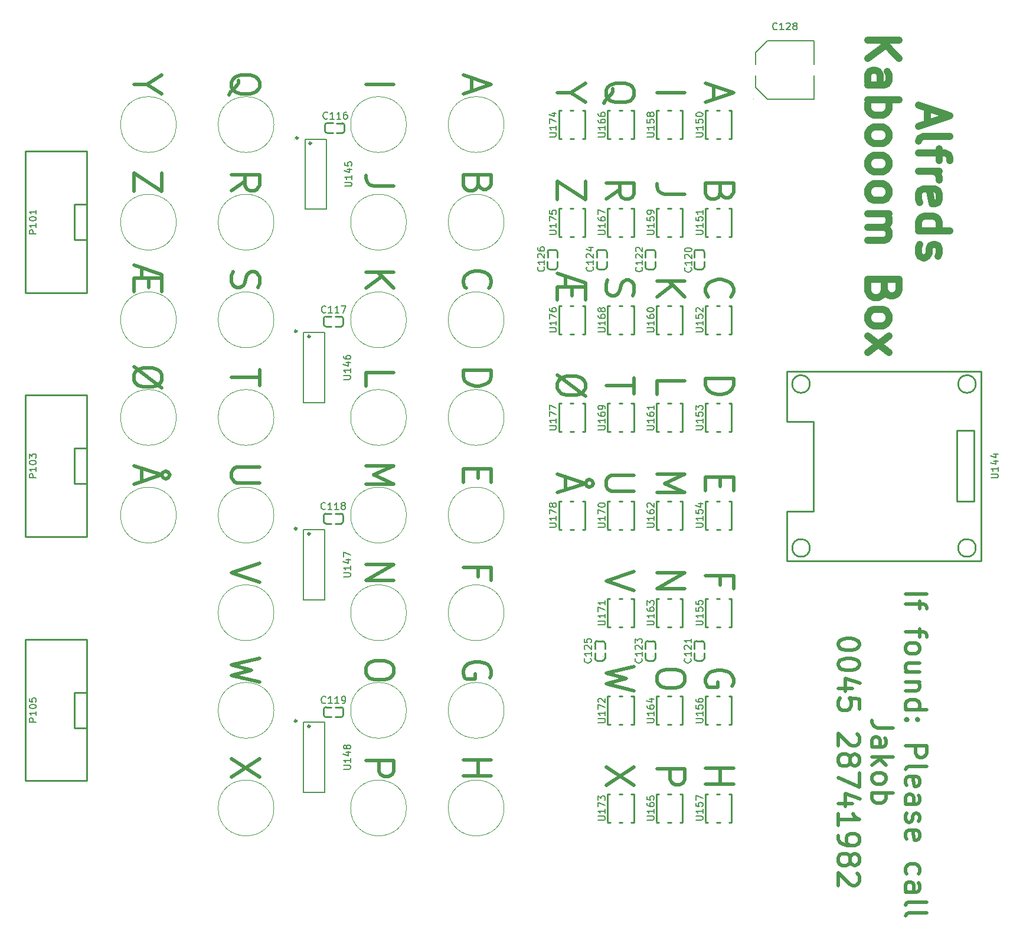
<source format=gto>
G04 #@! TF.GenerationSoftware,KiCad,Pcbnew,7.0.7*
G04 #@! TF.CreationDate,2023-10-09T21:47:46+02:00*
G04 #@! TF.ProjectId,Kaboom_box_top,4b61626f-6f6d-45f6-926f-785f746f702e,rev?*
G04 #@! TF.SameCoordinates,Original*
G04 #@! TF.FileFunction,Legend,Top*
G04 #@! TF.FilePolarity,Positive*
%FSLAX46Y46*%
G04 Gerber Fmt 4.6, Leading zero omitted, Abs format (unit mm)*
G04 Created by KiCad (PCBNEW 7.0.7) date 2023-10-09 21:47:46*
%MOMM*%
%LPD*%
G01*
G04 APERTURE LIST*
%ADD10C,0.500000*%
%ADD11C,1.000000*%
%ADD12C,0.150000*%
%ADD13C,0.120000*%
%ADD14C,0.254000*%
%ADD15C,0.059995*%
%ADD16C,0.152400*%
%ADD17C,0.300000*%
G04 APERTURE END LIST*
D10*
X176603914Y-44033153D02*
X176603914Y-45937915D01*
X175461057Y-43652201D02*
X179461057Y-44985534D01*
X179461057Y-44985534D02*
X175461057Y-46318868D01*
X168461057Y-88223629D02*
X168461057Y-86318867D01*
X168461057Y-86318867D02*
X172461057Y-86318867D01*
X177556295Y-100128390D02*
X177556295Y-101461724D01*
X175461057Y-102033152D02*
X175461057Y-100128390D01*
X175461057Y-100128390D02*
X179461057Y-100128390D01*
X179461057Y-100128390D02*
X179461057Y-102033152D01*
X158211057Y-57652200D02*
X158211057Y-60318867D01*
X158211057Y-60318867D02*
X154211057Y-57652200D01*
X154211057Y-57652200D02*
X154211057Y-60318867D01*
X160830105Y-46509343D02*
X161020581Y-46128391D01*
X161020581Y-46128391D02*
X161401534Y-45747438D01*
X161401534Y-45747438D02*
X161972962Y-45176010D01*
X161972962Y-45176010D02*
X162163438Y-44795057D01*
X162163438Y-44795057D02*
X162163438Y-44414105D01*
X161211057Y-44604581D02*
X161401534Y-44223629D01*
X161401534Y-44223629D02*
X161782486Y-43842676D01*
X161782486Y-43842676D02*
X162544391Y-43652200D01*
X162544391Y-43652200D02*
X163877724Y-43652200D01*
X163877724Y-43652200D02*
X164639629Y-43842676D01*
X164639629Y-43842676D02*
X165020581Y-44223629D01*
X165020581Y-44223629D02*
X165211057Y-44604581D01*
X165211057Y-44604581D02*
X165211057Y-45366486D01*
X165211057Y-45366486D02*
X165020581Y-45747438D01*
X165020581Y-45747438D02*
X164639629Y-46128391D01*
X164639629Y-46128391D02*
X163877724Y-46318867D01*
X163877724Y-46318867D02*
X162544391Y-46318867D01*
X162544391Y-46318867D02*
X161782486Y-46128391D01*
X161782486Y-46128391D02*
X161401534Y-45747438D01*
X161401534Y-45747438D02*
X161211057Y-45366486D01*
X161211057Y-45366486D02*
X161211057Y-44604581D01*
X126711057Y-70737914D02*
X130711057Y-70737914D01*
X126711057Y-73023629D02*
X128996772Y-71309343D01*
X130711057Y-73023629D02*
X128425343Y-70737914D01*
X175461057Y-141842676D02*
X179461057Y-141842676D01*
X177556295Y-141842676D02*
X177556295Y-144128391D01*
X175461057Y-144128391D02*
X179461057Y-144128391D01*
X158211057Y-88509343D02*
X154211057Y-85461724D01*
X154211057Y-86604581D02*
X154401534Y-86223629D01*
X154401534Y-86223629D02*
X154782486Y-85842676D01*
X154782486Y-85842676D02*
X155544391Y-85652200D01*
X155544391Y-85652200D02*
X156877724Y-85652200D01*
X156877724Y-85652200D02*
X157639629Y-85842676D01*
X157639629Y-85842676D02*
X158020581Y-86223629D01*
X158020581Y-86223629D02*
X158211057Y-86604581D01*
X158211057Y-86604581D02*
X158211057Y-87366486D01*
X158211057Y-87366486D02*
X158020581Y-87747438D01*
X158020581Y-87747438D02*
X157639629Y-88128391D01*
X157639629Y-88128391D02*
X156877724Y-88318867D01*
X156877724Y-88318867D02*
X155544391Y-88318867D01*
X155544391Y-88318867D02*
X154782486Y-88128391D01*
X154782486Y-88128391D02*
X154401534Y-87747438D01*
X154401534Y-87747438D02*
X154211057Y-87366486D01*
X154211057Y-87366486D02*
X154211057Y-86604581D01*
X165211057Y-141652200D02*
X161211057Y-144318867D01*
X165211057Y-144318867D02*
X161211057Y-141652200D01*
X165211057Y-127271248D02*
X161211057Y-128223629D01*
X161211057Y-128223629D02*
X164068200Y-128985534D01*
X164068200Y-128985534D02*
X161211057Y-129747439D01*
X161211057Y-129747439D02*
X165211057Y-130699820D01*
X175842010Y-74223629D02*
X175651534Y-74033153D01*
X175651534Y-74033153D02*
X175461057Y-73461724D01*
X175461057Y-73461724D02*
X175461057Y-73080772D01*
X175461057Y-73080772D02*
X175651534Y-72509343D01*
X175651534Y-72509343D02*
X176032486Y-72128391D01*
X176032486Y-72128391D02*
X176413438Y-71937914D01*
X176413438Y-71937914D02*
X177175343Y-71747438D01*
X177175343Y-71747438D02*
X177746772Y-71747438D01*
X177746772Y-71747438D02*
X178508676Y-71937914D01*
X178508676Y-71937914D02*
X178889629Y-72128391D01*
X178889629Y-72128391D02*
X179270581Y-72509343D01*
X179270581Y-72509343D02*
X179461057Y-73080772D01*
X179461057Y-73080772D02*
X179461057Y-73461724D01*
X179461057Y-73461724D02*
X179270581Y-74033153D01*
X179270581Y-74033153D02*
X179080105Y-74223629D01*
X177556295Y-115556963D02*
X177556295Y-114223629D01*
X175461057Y-114223629D02*
X179461057Y-114223629D01*
X179461057Y-114223629D02*
X179461057Y-116128391D01*
X179270581Y-130033153D02*
X179461057Y-129652200D01*
X179461057Y-129652200D02*
X179461057Y-129080772D01*
X179461057Y-129080772D02*
X179270581Y-128509343D01*
X179270581Y-128509343D02*
X178889629Y-128128391D01*
X178889629Y-128128391D02*
X178508676Y-127937914D01*
X178508676Y-127937914D02*
X177746772Y-127747438D01*
X177746772Y-127747438D02*
X177175343Y-127747438D01*
X177175343Y-127747438D02*
X176413438Y-127937914D01*
X176413438Y-127937914D02*
X176032486Y-128128391D01*
X176032486Y-128128391D02*
X175651534Y-128509343D01*
X175651534Y-128509343D02*
X175461057Y-129080772D01*
X175461057Y-129080772D02*
X175461057Y-129461724D01*
X175461057Y-129461724D02*
X175651534Y-130033153D01*
X175651534Y-130033153D02*
X175842010Y-130223629D01*
X175842010Y-130223629D02*
X177175343Y-130223629D01*
X177175343Y-130223629D02*
X177175343Y-129461724D01*
X111461057Y-140452200D02*
X107461057Y-143118867D01*
X111461057Y-143118867D02*
X107461057Y-140452200D01*
X126711057Y-43785533D02*
X130711057Y-43785533D01*
X107651534Y-70642676D02*
X107461057Y-71214105D01*
X107461057Y-71214105D02*
X107461057Y-72166486D01*
X107461057Y-72166486D02*
X107651534Y-72547438D01*
X107651534Y-72547438D02*
X107842010Y-72737914D01*
X107842010Y-72737914D02*
X108222962Y-72928391D01*
X108222962Y-72928391D02*
X108603914Y-72928391D01*
X108603914Y-72928391D02*
X108984867Y-72737914D01*
X108984867Y-72737914D02*
X109175343Y-72547438D01*
X109175343Y-72547438D02*
X109365819Y-72166486D01*
X109365819Y-72166486D02*
X109556295Y-71404581D01*
X109556295Y-71404581D02*
X109746772Y-71023629D01*
X109746772Y-71023629D02*
X109937248Y-70833152D01*
X109937248Y-70833152D02*
X110318200Y-70642676D01*
X110318200Y-70642676D02*
X110699153Y-70642676D01*
X110699153Y-70642676D02*
X111080105Y-70833152D01*
X111080105Y-70833152D02*
X111270581Y-71023629D01*
X111270581Y-71023629D02*
X111461057Y-71404581D01*
X111461057Y-71404581D02*
X111461057Y-72356962D01*
X111461057Y-72356962D02*
X111270581Y-72928391D01*
X172461057Y-59556963D02*
X169603914Y-59556963D01*
X169603914Y-59556963D02*
X169032486Y-59366486D01*
X169032486Y-59366486D02*
X168651534Y-58985534D01*
X168651534Y-58985534D02*
X168461057Y-58414105D01*
X168461057Y-58414105D02*
X168461057Y-58033153D01*
X155353914Y-100033153D02*
X155353914Y-101937915D01*
X154211057Y-99652201D02*
X158211057Y-100985534D01*
X158211057Y-100985534D02*
X154211057Y-102318868D01*
X158211057Y-100985534D02*
X158401534Y-100604582D01*
X158401534Y-100604582D02*
X158782486Y-100414106D01*
X158782486Y-100414106D02*
X159163438Y-100604582D01*
X159163438Y-100604582D02*
X159353914Y-100985534D01*
X159353914Y-100985534D02*
X159163438Y-101366487D01*
X159163438Y-101366487D02*
X158782486Y-101556963D01*
X158782486Y-101556963D02*
X158401534Y-101366487D01*
X158401534Y-101366487D02*
X158211057Y-100985534D01*
X94603914Y-70071248D02*
X94603914Y-71595058D01*
X95556295Y-71595058D02*
X95556295Y-72928391D01*
X93461057Y-69690296D02*
X97461057Y-71023629D01*
X97461057Y-71023629D02*
X97461057Y-73499820D01*
X97461057Y-71595058D02*
X93461057Y-71595058D01*
X93461057Y-71595058D02*
X93461057Y-73499820D01*
X168461057Y-71937914D02*
X172461057Y-71937914D01*
X168461057Y-74223629D02*
X170746772Y-72509343D01*
X172461057Y-74223629D02*
X170175343Y-71937914D01*
X168461057Y-44985533D02*
X172461057Y-44985533D01*
X142806295Y-114356963D02*
X142806295Y-113023629D01*
X140711057Y-113023629D02*
X144711057Y-113023629D01*
X144711057Y-113023629D02*
X144711057Y-114928391D01*
X156115819Y-44985534D02*
X154211057Y-44985534D01*
X158211057Y-43652201D02*
X156115819Y-44985534D01*
X156115819Y-44985534D02*
X158211057Y-46318868D01*
X168461057Y-99652200D02*
X172461057Y-99652200D01*
X172461057Y-99652200D02*
X169603914Y-100985534D01*
X169603914Y-100985534D02*
X172461057Y-102318867D01*
X172461057Y-102318867D02*
X168461057Y-102318867D01*
X126711057Y-140737914D02*
X130711057Y-140737914D01*
X130711057Y-140737914D02*
X130711057Y-142261724D01*
X130711057Y-142261724D02*
X130520581Y-142642676D01*
X130520581Y-142642676D02*
X130330105Y-142833153D01*
X130330105Y-142833153D02*
X129949153Y-143023629D01*
X129949153Y-143023629D02*
X129377724Y-143023629D01*
X129377724Y-143023629D02*
X128996772Y-142833153D01*
X128996772Y-142833153D02*
X128806295Y-142642676D01*
X128806295Y-142642676D02*
X128615819Y-142261724D01*
X128615819Y-142261724D02*
X128615819Y-140737914D01*
X161401534Y-71842676D02*
X161211057Y-72414105D01*
X161211057Y-72414105D02*
X161211057Y-73366486D01*
X161211057Y-73366486D02*
X161401534Y-73747438D01*
X161401534Y-73747438D02*
X161592010Y-73937914D01*
X161592010Y-73937914D02*
X161972962Y-74128391D01*
X161972962Y-74128391D02*
X162353914Y-74128391D01*
X162353914Y-74128391D02*
X162734867Y-73937914D01*
X162734867Y-73937914D02*
X162925343Y-73747438D01*
X162925343Y-73747438D02*
X163115819Y-73366486D01*
X163115819Y-73366486D02*
X163306295Y-72604581D01*
X163306295Y-72604581D02*
X163496772Y-72223629D01*
X163496772Y-72223629D02*
X163687248Y-72033152D01*
X163687248Y-72033152D02*
X164068200Y-71842676D01*
X164068200Y-71842676D02*
X164449153Y-71842676D01*
X164449153Y-71842676D02*
X164830105Y-72033152D01*
X164830105Y-72033152D02*
X165020581Y-72223629D01*
X165020581Y-72223629D02*
X165211057Y-72604581D01*
X165211057Y-72604581D02*
X165211057Y-73556962D01*
X165211057Y-73556962D02*
X165020581Y-74128391D01*
X204138676Y-116864104D02*
X207138676Y-116864104D01*
X206138676Y-117864104D02*
X206138676Y-119006961D01*
X204138676Y-118292675D02*
X206710105Y-118292675D01*
X206710105Y-118292675D02*
X206995819Y-118435532D01*
X206995819Y-118435532D02*
X207138676Y-118721247D01*
X207138676Y-118721247D02*
X207138676Y-119006961D01*
X206138676Y-121864104D02*
X206138676Y-123006961D01*
X204138676Y-122292675D02*
X206710105Y-122292675D01*
X206710105Y-122292675D02*
X206995819Y-122435532D01*
X206995819Y-122435532D02*
X207138676Y-122721247D01*
X207138676Y-122721247D02*
X207138676Y-123006961D01*
X204138676Y-124435533D02*
X204281534Y-124149818D01*
X204281534Y-124149818D02*
X204424391Y-124006961D01*
X204424391Y-124006961D02*
X204710105Y-123864104D01*
X204710105Y-123864104D02*
X205567248Y-123864104D01*
X205567248Y-123864104D02*
X205852962Y-124006961D01*
X205852962Y-124006961D02*
X205995819Y-124149818D01*
X205995819Y-124149818D02*
X206138676Y-124435533D01*
X206138676Y-124435533D02*
X206138676Y-124864104D01*
X206138676Y-124864104D02*
X205995819Y-125149818D01*
X205995819Y-125149818D02*
X205852962Y-125292676D01*
X205852962Y-125292676D02*
X205567248Y-125435533D01*
X205567248Y-125435533D02*
X204710105Y-125435533D01*
X204710105Y-125435533D02*
X204424391Y-125292676D01*
X204424391Y-125292676D02*
X204281534Y-125149818D01*
X204281534Y-125149818D02*
X204138676Y-124864104D01*
X204138676Y-124864104D02*
X204138676Y-124435533D01*
X206138676Y-128006962D02*
X204138676Y-128006962D01*
X206138676Y-126721247D02*
X204567248Y-126721247D01*
X204567248Y-126721247D02*
X204281534Y-126864104D01*
X204281534Y-126864104D02*
X204138676Y-127149819D01*
X204138676Y-127149819D02*
X204138676Y-127578390D01*
X204138676Y-127578390D02*
X204281534Y-127864104D01*
X204281534Y-127864104D02*
X204424391Y-128006962D01*
X206138676Y-129435533D02*
X204138676Y-129435533D01*
X205852962Y-129435533D02*
X205995819Y-129578390D01*
X205995819Y-129578390D02*
X206138676Y-129864105D01*
X206138676Y-129864105D02*
X206138676Y-130292676D01*
X206138676Y-130292676D02*
X205995819Y-130578390D01*
X205995819Y-130578390D02*
X205710105Y-130721248D01*
X205710105Y-130721248D02*
X204138676Y-130721248D01*
X204138676Y-133435534D02*
X207138676Y-133435534D01*
X204281534Y-133435534D02*
X204138676Y-133149819D01*
X204138676Y-133149819D02*
X204138676Y-132578391D01*
X204138676Y-132578391D02*
X204281534Y-132292676D01*
X204281534Y-132292676D02*
X204424391Y-132149819D01*
X204424391Y-132149819D02*
X204710105Y-132006962D01*
X204710105Y-132006962D02*
X205567248Y-132006962D01*
X205567248Y-132006962D02*
X205852962Y-132149819D01*
X205852962Y-132149819D02*
X205995819Y-132292676D01*
X205995819Y-132292676D02*
X206138676Y-132578391D01*
X206138676Y-132578391D02*
X206138676Y-133149819D01*
X206138676Y-133149819D02*
X205995819Y-133435534D01*
X204424391Y-134864105D02*
X204281534Y-135006962D01*
X204281534Y-135006962D02*
X204138676Y-134864105D01*
X204138676Y-134864105D02*
X204281534Y-134721248D01*
X204281534Y-134721248D02*
X204424391Y-134864105D01*
X204424391Y-134864105D02*
X204138676Y-134864105D01*
X205995819Y-134864105D02*
X205852962Y-135006962D01*
X205852962Y-135006962D02*
X205710105Y-134864105D01*
X205710105Y-134864105D02*
X205852962Y-134721248D01*
X205852962Y-134721248D02*
X205995819Y-134864105D01*
X205995819Y-134864105D02*
X205710105Y-134864105D01*
X204138676Y-138578390D02*
X207138676Y-138578390D01*
X207138676Y-138578390D02*
X207138676Y-139721247D01*
X207138676Y-139721247D02*
X206995819Y-140006962D01*
X206995819Y-140006962D02*
X206852962Y-140149819D01*
X206852962Y-140149819D02*
X206567248Y-140292676D01*
X206567248Y-140292676D02*
X206138676Y-140292676D01*
X206138676Y-140292676D02*
X205852962Y-140149819D01*
X205852962Y-140149819D02*
X205710105Y-140006962D01*
X205710105Y-140006962D02*
X205567248Y-139721247D01*
X205567248Y-139721247D02*
X205567248Y-138578390D01*
X204138676Y-142006962D02*
X204281534Y-141721247D01*
X204281534Y-141721247D02*
X204567248Y-141578390D01*
X204567248Y-141578390D02*
X207138676Y-141578390D01*
X204281534Y-144292676D02*
X204138676Y-144006962D01*
X204138676Y-144006962D02*
X204138676Y-143435534D01*
X204138676Y-143435534D02*
X204281534Y-143149819D01*
X204281534Y-143149819D02*
X204567248Y-143006962D01*
X204567248Y-143006962D02*
X205710105Y-143006962D01*
X205710105Y-143006962D02*
X205995819Y-143149819D01*
X205995819Y-143149819D02*
X206138676Y-143435534D01*
X206138676Y-143435534D02*
X206138676Y-144006962D01*
X206138676Y-144006962D02*
X205995819Y-144292676D01*
X205995819Y-144292676D02*
X205710105Y-144435534D01*
X205710105Y-144435534D02*
X205424391Y-144435534D01*
X205424391Y-144435534D02*
X205138676Y-143006962D01*
X204138676Y-147006963D02*
X205710105Y-147006963D01*
X205710105Y-147006963D02*
X205995819Y-146864105D01*
X205995819Y-146864105D02*
X206138676Y-146578391D01*
X206138676Y-146578391D02*
X206138676Y-146006963D01*
X206138676Y-146006963D02*
X205995819Y-145721248D01*
X204281534Y-147006963D02*
X204138676Y-146721248D01*
X204138676Y-146721248D02*
X204138676Y-146006963D01*
X204138676Y-146006963D02*
X204281534Y-145721248D01*
X204281534Y-145721248D02*
X204567248Y-145578391D01*
X204567248Y-145578391D02*
X204852962Y-145578391D01*
X204852962Y-145578391D02*
X205138676Y-145721248D01*
X205138676Y-145721248D02*
X205281534Y-146006963D01*
X205281534Y-146006963D02*
X205281534Y-146721248D01*
X205281534Y-146721248D02*
X205424391Y-147006963D01*
X204281534Y-148292677D02*
X204138676Y-148578391D01*
X204138676Y-148578391D02*
X204138676Y-149149820D01*
X204138676Y-149149820D02*
X204281534Y-149435534D01*
X204281534Y-149435534D02*
X204567248Y-149578391D01*
X204567248Y-149578391D02*
X204710105Y-149578391D01*
X204710105Y-149578391D02*
X204995819Y-149435534D01*
X204995819Y-149435534D02*
X205138676Y-149149820D01*
X205138676Y-149149820D02*
X205138676Y-148721249D01*
X205138676Y-148721249D02*
X205281534Y-148435534D01*
X205281534Y-148435534D02*
X205567248Y-148292677D01*
X205567248Y-148292677D02*
X205710105Y-148292677D01*
X205710105Y-148292677D02*
X205995819Y-148435534D01*
X205995819Y-148435534D02*
X206138676Y-148721249D01*
X206138676Y-148721249D02*
X206138676Y-149149820D01*
X206138676Y-149149820D02*
X205995819Y-149435534D01*
X204281534Y-152006962D02*
X204138676Y-151721248D01*
X204138676Y-151721248D02*
X204138676Y-151149820D01*
X204138676Y-151149820D02*
X204281534Y-150864105D01*
X204281534Y-150864105D02*
X204567248Y-150721248D01*
X204567248Y-150721248D02*
X205710105Y-150721248D01*
X205710105Y-150721248D02*
X205995819Y-150864105D01*
X205995819Y-150864105D02*
X206138676Y-151149820D01*
X206138676Y-151149820D02*
X206138676Y-151721248D01*
X206138676Y-151721248D02*
X205995819Y-152006962D01*
X205995819Y-152006962D02*
X205710105Y-152149820D01*
X205710105Y-152149820D02*
X205424391Y-152149820D01*
X205424391Y-152149820D02*
X205138676Y-150721248D01*
X204281534Y-157006963D02*
X204138676Y-156721248D01*
X204138676Y-156721248D02*
X204138676Y-156149820D01*
X204138676Y-156149820D02*
X204281534Y-155864105D01*
X204281534Y-155864105D02*
X204424391Y-155721248D01*
X204424391Y-155721248D02*
X204710105Y-155578391D01*
X204710105Y-155578391D02*
X205567248Y-155578391D01*
X205567248Y-155578391D02*
X205852962Y-155721248D01*
X205852962Y-155721248D02*
X205995819Y-155864105D01*
X205995819Y-155864105D02*
X206138676Y-156149820D01*
X206138676Y-156149820D02*
X206138676Y-156721248D01*
X206138676Y-156721248D02*
X205995819Y-157006963D01*
X204138676Y-159578392D02*
X205710105Y-159578392D01*
X205710105Y-159578392D02*
X205995819Y-159435534D01*
X205995819Y-159435534D02*
X206138676Y-159149820D01*
X206138676Y-159149820D02*
X206138676Y-158578392D01*
X206138676Y-158578392D02*
X205995819Y-158292677D01*
X204281534Y-159578392D02*
X204138676Y-159292677D01*
X204138676Y-159292677D02*
X204138676Y-158578392D01*
X204138676Y-158578392D02*
X204281534Y-158292677D01*
X204281534Y-158292677D02*
X204567248Y-158149820D01*
X204567248Y-158149820D02*
X204852962Y-158149820D01*
X204852962Y-158149820D02*
X205138676Y-158292677D01*
X205138676Y-158292677D02*
X205281534Y-158578392D01*
X205281534Y-158578392D02*
X205281534Y-159292677D01*
X205281534Y-159292677D02*
X205424391Y-159578392D01*
X204138676Y-161435535D02*
X204281534Y-161149820D01*
X204281534Y-161149820D02*
X204567248Y-161006963D01*
X204567248Y-161006963D02*
X207138676Y-161006963D01*
X204138676Y-163006964D02*
X204281534Y-162721249D01*
X204281534Y-162721249D02*
X204567248Y-162578392D01*
X204567248Y-162578392D02*
X207138676Y-162578392D01*
X202308676Y-136078391D02*
X200165819Y-136078391D01*
X200165819Y-136078391D02*
X199737248Y-135935534D01*
X199737248Y-135935534D02*
X199451534Y-135649820D01*
X199451534Y-135649820D02*
X199308676Y-135221248D01*
X199308676Y-135221248D02*
X199308676Y-134935534D01*
X199308676Y-138792677D02*
X200880105Y-138792677D01*
X200880105Y-138792677D02*
X201165819Y-138649819D01*
X201165819Y-138649819D02*
X201308676Y-138364105D01*
X201308676Y-138364105D02*
X201308676Y-137792677D01*
X201308676Y-137792677D02*
X201165819Y-137506962D01*
X199451534Y-138792677D02*
X199308676Y-138506962D01*
X199308676Y-138506962D02*
X199308676Y-137792677D01*
X199308676Y-137792677D02*
X199451534Y-137506962D01*
X199451534Y-137506962D02*
X199737248Y-137364105D01*
X199737248Y-137364105D02*
X200022962Y-137364105D01*
X200022962Y-137364105D02*
X200308676Y-137506962D01*
X200308676Y-137506962D02*
X200451534Y-137792677D01*
X200451534Y-137792677D02*
X200451534Y-138506962D01*
X200451534Y-138506962D02*
X200594391Y-138792677D01*
X199308676Y-140221248D02*
X202308676Y-140221248D01*
X200451534Y-140506963D02*
X199308676Y-141364105D01*
X201308676Y-141364105D02*
X200165819Y-140221248D01*
X199308676Y-143078391D02*
X199451534Y-142792676D01*
X199451534Y-142792676D02*
X199594391Y-142649819D01*
X199594391Y-142649819D02*
X199880105Y-142506962D01*
X199880105Y-142506962D02*
X200737248Y-142506962D01*
X200737248Y-142506962D02*
X201022962Y-142649819D01*
X201022962Y-142649819D02*
X201165819Y-142792676D01*
X201165819Y-142792676D02*
X201308676Y-143078391D01*
X201308676Y-143078391D02*
X201308676Y-143506962D01*
X201308676Y-143506962D02*
X201165819Y-143792676D01*
X201165819Y-143792676D02*
X201022962Y-143935534D01*
X201022962Y-143935534D02*
X200737248Y-144078391D01*
X200737248Y-144078391D02*
X199880105Y-144078391D01*
X199880105Y-144078391D02*
X199594391Y-143935534D01*
X199594391Y-143935534D02*
X199451534Y-143792676D01*
X199451534Y-143792676D02*
X199308676Y-143506962D01*
X199308676Y-143506962D02*
X199308676Y-143078391D01*
X199308676Y-145364105D02*
X202308676Y-145364105D01*
X201165819Y-145364105D02*
X201308676Y-145649820D01*
X201308676Y-145649820D02*
X201308676Y-146221248D01*
X201308676Y-146221248D02*
X201165819Y-146506962D01*
X201165819Y-146506962D02*
X201022962Y-146649820D01*
X201022962Y-146649820D02*
X200737248Y-146792677D01*
X200737248Y-146792677D02*
X199880105Y-146792677D01*
X199880105Y-146792677D02*
X199594391Y-146649820D01*
X199594391Y-146649820D02*
X199451534Y-146506962D01*
X199451534Y-146506962D02*
X199308676Y-146221248D01*
X199308676Y-146221248D02*
X199308676Y-145649820D01*
X199308676Y-145649820D02*
X199451534Y-145364105D01*
X197478676Y-123935533D02*
X197478676Y-124221247D01*
X197478676Y-124221247D02*
X197335819Y-124506961D01*
X197335819Y-124506961D02*
X197192962Y-124649819D01*
X197192962Y-124649819D02*
X196907248Y-124792676D01*
X196907248Y-124792676D02*
X196335819Y-124935533D01*
X196335819Y-124935533D02*
X195621534Y-124935533D01*
X195621534Y-124935533D02*
X195050105Y-124792676D01*
X195050105Y-124792676D02*
X194764391Y-124649819D01*
X194764391Y-124649819D02*
X194621534Y-124506961D01*
X194621534Y-124506961D02*
X194478676Y-124221247D01*
X194478676Y-124221247D02*
X194478676Y-123935533D01*
X194478676Y-123935533D02*
X194621534Y-123649819D01*
X194621534Y-123649819D02*
X194764391Y-123506961D01*
X194764391Y-123506961D02*
X195050105Y-123364104D01*
X195050105Y-123364104D02*
X195621534Y-123221247D01*
X195621534Y-123221247D02*
X196335819Y-123221247D01*
X196335819Y-123221247D02*
X196907248Y-123364104D01*
X196907248Y-123364104D02*
X197192962Y-123506961D01*
X197192962Y-123506961D02*
X197335819Y-123649819D01*
X197335819Y-123649819D02*
X197478676Y-123935533D01*
X197478676Y-126792676D02*
X197478676Y-127078390D01*
X197478676Y-127078390D02*
X197335819Y-127364104D01*
X197335819Y-127364104D02*
X197192962Y-127506962D01*
X197192962Y-127506962D02*
X196907248Y-127649819D01*
X196907248Y-127649819D02*
X196335819Y-127792676D01*
X196335819Y-127792676D02*
X195621534Y-127792676D01*
X195621534Y-127792676D02*
X195050105Y-127649819D01*
X195050105Y-127649819D02*
X194764391Y-127506962D01*
X194764391Y-127506962D02*
X194621534Y-127364104D01*
X194621534Y-127364104D02*
X194478676Y-127078390D01*
X194478676Y-127078390D02*
X194478676Y-126792676D01*
X194478676Y-126792676D02*
X194621534Y-126506962D01*
X194621534Y-126506962D02*
X194764391Y-126364104D01*
X194764391Y-126364104D02*
X195050105Y-126221247D01*
X195050105Y-126221247D02*
X195621534Y-126078390D01*
X195621534Y-126078390D02*
X196335819Y-126078390D01*
X196335819Y-126078390D02*
X196907248Y-126221247D01*
X196907248Y-126221247D02*
X197192962Y-126364104D01*
X197192962Y-126364104D02*
X197335819Y-126506962D01*
X197335819Y-126506962D02*
X197478676Y-126792676D01*
X196478676Y-130364105D02*
X194478676Y-130364105D01*
X197621534Y-129649819D02*
X195478676Y-128935533D01*
X195478676Y-128935533D02*
X195478676Y-130792676D01*
X197478676Y-133364105D02*
X197478676Y-131935533D01*
X197478676Y-131935533D02*
X196050105Y-131792676D01*
X196050105Y-131792676D02*
X196192962Y-131935533D01*
X196192962Y-131935533D02*
X196335819Y-132221248D01*
X196335819Y-132221248D02*
X196335819Y-132935533D01*
X196335819Y-132935533D02*
X196192962Y-133221248D01*
X196192962Y-133221248D02*
X196050105Y-133364105D01*
X196050105Y-133364105D02*
X195764391Y-133506962D01*
X195764391Y-133506962D02*
X195050105Y-133506962D01*
X195050105Y-133506962D02*
X194764391Y-133364105D01*
X194764391Y-133364105D02*
X194621534Y-133221248D01*
X194621534Y-133221248D02*
X194478676Y-132935533D01*
X194478676Y-132935533D02*
X194478676Y-132221248D01*
X194478676Y-132221248D02*
X194621534Y-131935533D01*
X194621534Y-131935533D02*
X194764391Y-131792676D01*
X197192962Y-136935533D02*
X197335819Y-137078390D01*
X197335819Y-137078390D02*
X197478676Y-137364105D01*
X197478676Y-137364105D02*
X197478676Y-138078390D01*
X197478676Y-138078390D02*
X197335819Y-138364105D01*
X197335819Y-138364105D02*
X197192962Y-138506962D01*
X197192962Y-138506962D02*
X196907248Y-138649819D01*
X196907248Y-138649819D02*
X196621534Y-138649819D01*
X196621534Y-138649819D02*
X196192962Y-138506962D01*
X196192962Y-138506962D02*
X194478676Y-136792676D01*
X194478676Y-136792676D02*
X194478676Y-138649819D01*
X196192962Y-140364105D02*
X196335819Y-140078390D01*
X196335819Y-140078390D02*
X196478676Y-139935533D01*
X196478676Y-139935533D02*
X196764391Y-139792676D01*
X196764391Y-139792676D02*
X196907248Y-139792676D01*
X196907248Y-139792676D02*
X197192962Y-139935533D01*
X197192962Y-139935533D02*
X197335819Y-140078390D01*
X197335819Y-140078390D02*
X197478676Y-140364105D01*
X197478676Y-140364105D02*
X197478676Y-140935533D01*
X197478676Y-140935533D02*
X197335819Y-141221248D01*
X197335819Y-141221248D02*
X197192962Y-141364105D01*
X197192962Y-141364105D02*
X196907248Y-141506962D01*
X196907248Y-141506962D02*
X196764391Y-141506962D01*
X196764391Y-141506962D02*
X196478676Y-141364105D01*
X196478676Y-141364105D02*
X196335819Y-141221248D01*
X196335819Y-141221248D02*
X196192962Y-140935533D01*
X196192962Y-140935533D02*
X196192962Y-140364105D01*
X196192962Y-140364105D02*
X196050105Y-140078390D01*
X196050105Y-140078390D02*
X195907248Y-139935533D01*
X195907248Y-139935533D02*
X195621534Y-139792676D01*
X195621534Y-139792676D02*
X195050105Y-139792676D01*
X195050105Y-139792676D02*
X194764391Y-139935533D01*
X194764391Y-139935533D02*
X194621534Y-140078390D01*
X194621534Y-140078390D02*
X194478676Y-140364105D01*
X194478676Y-140364105D02*
X194478676Y-140935533D01*
X194478676Y-140935533D02*
X194621534Y-141221248D01*
X194621534Y-141221248D02*
X194764391Y-141364105D01*
X194764391Y-141364105D02*
X195050105Y-141506962D01*
X195050105Y-141506962D02*
X195621534Y-141506962D01*
X195621534Y-141506962D02*
X195907248Y-141364105D01*
X195907248Y-141364105D02*
X196050105Y-141221248D01*
X196050105Y-141221248D02*
X196192962Y-140935533D01*
X197478676Y-142506962D02*
X197478676Y-144506962D01*
X197478676Y-144506962D02*
X194478676Y-143221248D01*
X196478676Y-146935534D02*
X194478676Y-146935534D01*
X197621534Y-146221248D02*
X195478676Y-145506962D01*
X195478676Y-145506962D02*
X195478676Y-147364105D01*
X194478676Y-150078391D02*
X194478676Y-148364105D01*
X194478676Y-149221248D02*
X197478676Y-149221248D01*
X197478676Y-149221248D02*
X197050105Y-148935534D01*
X197050105Y-148935534D02*
X196764391Y-148649819D01*
X196764391Y-148649819D02*
X196621534Y-148364105D01*
X194478676Y-151506962D02*
X194478676Y-152078391D01*
X194478676Y-152078391D02*
X194621534Y-152364105D01*
X194621534Y-152364105D02*
X194764391Y-152506962D01*
X194764391Y-152506962D02*
X195192962Y-152792677D01*
X195192962Y-152792677D02*
X195764391Y-152935534D01*
X195764391Y-152935534D02*
X196907248Y-152935534D01*
X196907248Y-152935534D02*
X197192962Y-152792677D01*
X197192962Y-152792677D02*
X197335819Y-152649820D01*
X197335819Y-152649820D02*
X197478676Y-152364105D01*
X197478676Y-152364105D02*
X197478676Y-151792677D01*
X197478676Y-151792677D02*
X197335819Y-151506962D01*
X197335819Y-151506962D02*
X197192962Y-151364105D01*
X197192962Y-151364105D02*
X196907248Y-151221248D01*
X196907248Y-151221248D02*
X196192962Y-151221248D01*
X196192962Y-151221248D02*
X195907248Y-151364105D01*
X195907248Y-151364105D02*
X195764391Y-151506962D01*
X195764391Y-151506962D02*
X195621534Y-151792677D01*
X195621534Y-151792677D02*
X195621534Y-152364105D01*
X195621534Y-152364105D02*
X195764391Y-152649820D01*
X195764391Y-152649820D02*
X195907248Y-152792677D01*
X195907248Y-152792677D02*
X196192962Y-152935534D01*
X196192962Y-154649820D02*
X196335819Y-154364105D01*
X196335819Y-154364105D02*
X196478676Y-154221248D01*
X196478676Y-154221248D02*
X196764391Y-154078391D01*
X196764391Y-154078391D02*
X196907248Y-154078391D01*
X196907248Y-154078391D02*
X197192962Y-154221248D01*
X197192962Y-154221248D02*
X197335819Y-154364105D01*
X197335819Y-154364105D02*
X197478676Y-154649820D01*
X197478676Y-154649820D02*
X197478676Y-155221248D01*
X197478676Y-155221248D02*
X197335819Y-155506963D01*
X197335819Y-155506963D02*
X197192962Y-155649820D01*
X197192962Y-155649820D02*
X196907248Y-155792677D01*
X196907248Y-155792677D02*
X196764391Y-155792677D01*
X196764391Y-155792677D02*
X196478676Y-155649820D01*
X196478676Y-155649820D02*
X196335819Y-155506963D01*
X196335819Y-155506963D02*
X196192962Y-155221248D01*
X196192962Y-155221248D02*
X196192962Y-154649820D01*
X196192962Y-154649820D02*
X196050105Y-154364105D01*
X196050105Y-154364105D02*
X195907248Y-154221248D01*
X195907248Y-154221248D02*
X195621534Y-154078391D01*
X195621534Y-154078391D02*
X195050105Y-154078391D01*
X195050105Y-154078391D02*
X194764391Y-154221248D01*
X194764391Y-154221248D02*
X194621534Y-154364105D01*
X194621534Y-154364105D02*
X194478676Y-154649820D01*
X194478676Y-154649820D02*
X194478676Y-155221248D01*
X194478676Y-155221248D02*
X194621534Y-155506963D01*
X194621534Y-155506963D02*
X194764391Y-155649820D01*
X194764391Y-155649820D02*
X195050105Y-155792677D01*
X195050105Y-155792677D02*
X195621534Y-155792677D01*
X195621534Y-155792677D02*
X195907248Y-155649820D01*
X195907248Y-155649820D02*
X196050105Y-155506963D01*
X196050105Y-155506963D02*
X196192962Y-155221248D01*
X197192962Y-156935534D02*
X197335819Y-157078391D01*
X197335819Y-157078391D02*
X197478676Y-157364106D01*
X197478676Y-157364106D02*
X197478676Y-158078391D01*
X197478676Y-158078391D02*
X197335819Y-158364106D01*
X197335819Y-158364106D02*
X197192962Y-158506963D01*
X197192962Y-158506963D02*
X196907248Y-158649820D01*
X196907248Y-158649820D02*
X196621534Y-158649820D01*
X196621534Y-158649820D02*
X196192962Y-158506963D01*
X196192962Y-158506963D02*
X194478676Y-156792677D01*
X194478676Y-156792677D02*
X194478676Y-158649820D01*
D11*
X207263962Y-47206962D02*
X207263962Y-49349820D01*
X205978248Y-46778391D02*
X210478248Y-48278391D01*
X210478248Y-48278391D02*
X205978248Y-49778391D01*
X205978248Y-51921248D02*
X206192534Y-51492677D01*
X206192534Y-51492677D02*
X206621105Y-51278391D01*
X206621105Y-51278391D02*
X210478248Y-51278391D01*
X208978248Y-52992677D02*
X208978248Y-54706963D01*
X205978248Y-53635534D02*
X209835391Y-53635534D01*
X209835391Y-53635534D02*
X210263962Y-53849820D01*
X210263962Y-53849820D02*
X210478248Y-54278391D01*
X210478248Y-54278391D02*
X210478248Y-54706963D01*
X205978248Y-56206963D02*
X208978248Y-56206963D01*
X208121105Y-56206963D02*
X208549676Y-56421249D01*
X208549676Y-56421249D02*
X208763962Y-56635535D01*
X208763962Y-56635535D02*
X208978248Y-57064106D01*
X208978248Y-57064106D02*
X208978248Y-57492677D01*
X206192534Y-60706963D02*
X205978248Y-60278391D01*
X205978248Y-60278391D02*
X205978248Y-59421249D01*
X205978248Y-59421249D02*
X206192534Y-58992677D01*
X206192534Y-58992677D02*
X206621105Y-58778391D01*
X206621105Y-58778391D02*
X208335391Y-58778391D01*
X208335391Y-58778391D02*
X208763962Y-58992677D01*
X208763962Y-58992677D02*
X208978248Y-59421249D01*
X208978248Y-59421249D02*
X208978248Y-60278391D01*
X208978248Y-60278391D02*
X208763962Y-60706963D01*
X208763962Y-60706963D02*
X208335391Y-60921249D01*
X208335391Y-60921249D02*
X207906819Y-60921249D01*
X207906819Y-60921249D02*
X207478248Y-58778391D01*
X205978248Y-64778392D02*
X210478248Y-64778392D01*
X206192534Y-64778392D02*
X205978248Y-64349820D01*
X205978248Y-64349820D02*
X205978248Y-63492677D01*
X205978248Y-63492677D02*
X206192534Y-63064106D01*
X206192534Y-63064106D02*
X206406819Y-62849820D01*
X206406819Y-62849820D02*
X206835391Y-62635534D01*
X206835391Y-62635534D02*
X208121105Y-62635534D01*
X208121105Y-62635534D02*
X208549676Y-62849820D01*
X208549676Y-62849820D02*
X208763962Y-63064106D01*
X208763962Y-63064106D02*
X208978248Y-63492677D01*
X208978248Y-63492677D02*
X208978248Y-64349820D01*
X208978248Y-64349820D02*
X208763962Y-64778392D01*
X206192534Y-66706963D02*
X205978248Y-67135535D01*
X205978248Y-67135535D02*
X205978248Y-67992678D01*
X205978248Y-67992678D02*
X206192534Y-68421249D01*
X206192534Y-68421249D02*
X206621105Y-68635535D01*
X206621105Y-68635535D02*
X206835391Y-68635535D01*
X206835391Y-68635535D02*
X207263962Y-68421249D01*
X207263962Y-68421249D02*
X207478248Y-67992678D01*
X207478248Y-67992678D02*
X207478248Y-67349821D01*
X207478248Y-67349821D02*
X207692534Y-66921249D01*
X207692534Y-66921249D02*
X208121105Y-66706963D01*
X208121105Y-66706963D02*
X208335391Y-66706963D01*
X208335391Y-66706963D02*
X208763962Y-66921249D01*
X208763962Y-66921249D02*
X208978248Y-67349821D01*
X208978248Y-67349821D02*
X208978248Y-67992678D01*
X208978248Y-67992678D02*
X208763962Y-68421249D01*
X198733248Y-37456961D02*
X203233248Y-37456961D01*
X198733248Y-40028390D02*
X201304676Y-38099818D01*
X203233248Y-40028390D02*
X200661819Y-37456961D01*
X198733248Y-43885533D02*
X201090391Y-43885533D01*
X201090391Y-43885533D02*
X201518962Y-43671247D01*
X201518962Y-43671247D02*
X201733248Y-43242675D01*
X201733248Y-43242675D02*
X201733248Y-42385533D01*
X201733248Y-42385533D02*
X201518962Y-41956961D01*
X198947534Y-43885533D02*
X198733248Y-43456961D01*
X198733248Y-43456961D02*
X198733248Y-42385533D01*
X198733248Y-42385533D02*
X198947534Y-41956961D01*
X198947534Y-41956961D02*
X199376105Y-41742675D01*
X199376105Y-41742675D02*
X199804676Y-41742675D01*
X199804676Y-41742675D02*
X200233248Y-41956961D01*
X200233248Y-41956961D02*
X200447534Y-42385533D01*
X200447534Y-42385533D02*
X200447534Y-43456961D01*
X200447534Y-43456961D02*
X200661819Y-43885533D01*
X198733248Y-46028390D02*
X203233248Y-46028390D01*
X201518962Y-46028390D02*
X201733248Y-46456962D01*
X201733248Y-46456962D02*
X201733248Y-47314104D01*
X201733248Y-47314104D02*
X201518962Y-47742676D01*
X201518962Y-47742676D02*
X201304676Y-47956962D01*
X201304676Y-47956962D02*
X200876105Y-48171247D01*
X200876105Y-48171247D02*
X199590391Y-48171247D01*
X199590391Y-48171247D02*
X199161819Y-47956962D01*
X199161819Y-47956962D02*
X198947534Y-47742676D01*
X198947534Y-47742676D02*
X198733248Y-47314104D01*
X198733248Y-47314104D02*
X198733248Y-46456962D01*
X198733248Y-46456962D02*
X198947534Y-46028390D01*
X198733248Y-50742676D02*
X198947534Y-50314105D01*
X198947534Y-50314105D02*
X199161819Y-50099819D01*
X199161819Y-50099819D02*
X199590391Y-49885533D01*
X199590391Y-49885533D02*
X200876105Y-49885533D01*
X200876105Y-49885533D02*
X201304676Y-50099819D01*
X201304676Y-50099819D02*
X201518962Y-50314105D01*
X201518962Y-50314105D02*
X201733248Y-50742676D01*
X201733248Y-50742676D02*
X201733248Y-51385533D01*
X201733248Y-51385533D02*
X201518962Y-51814105D01*
X201518962Y-51814105D02*
X201304676Y-52028391D01*
X201304676Y-52028391D02*
X200876105Y-52242676D01*
X200876105Y-52242676D02*
X199590391Y-52242676D01*
X199590391Y-52242676D02*
X199161819Y-52028391D01*
X199161819Y-52028391D02*
X198947534Y-51814105D01*
X198947534Y-51814105D02*
X198733248Y-51385533D01*
X198733248Y-51385533D02*
X198733248Y-50742676D01*
X198733248Y-54814105D02*
X198947534Y-54385534D01*
X198947534Y-54385534D02*
X199161819Y-54171248D01*
X199161819Y-54171248D02*
X199590391Y-53956962D01*
X199590391Y-53956962D02*
X200876105Y-53956962D01*
X200876105Y-53956962D02*
X201304676Y-54171248D01*
X201304676Y-54171248D02*
X201518962Y-54385534D01*
X201518962Y-54385534D02*
X201733248Y-54814105D01*
X201733248Y-54814105D02*
X201733248Y-55456962D01*
X201733248Y-55456962D02*
X201518962Y-55885534D01*
X201518962Y-55885534D02*
X201304676Y-56099820D01*
X201304676Y-56099820D02*
X200876105Y-56314105D01*
X200876105Y-56314105D02*
X199590391Y-56314105D01*
X199590391Y-56314105D02*
X199161819Y-56099820D01*
X199161819Y-56099820D02*
X198947534Y-55885534D01*
X198947534Y-55885534D02*
X198733248Y-55456962D01*
X198733248Y-55456962D02*
X198733248Y-54814105D01*
X198733248Y-58885534D02*
X198947534Y-58456963D01*
X198947534Y-58456963D02*
X199161819Y-58242677D01*
X199161819Y-58242677D02*
X199590391Y-58028391D01*
X199590391Y-58028391D02*
X200876105Y-58028391D01*
X200876105Y-58028391D02*
X201304676Y-58242677D01*
X201304676Y-58242677D02*
X201518962Y-58456963D01*
X201518962Y-58456963D02*
X201733248Y-58885534D01*
X201733248Y-58885534D02*
X201733248Y-59528391D01*
X201733248Y-59528391D02*
X201518962Y-59956963D01*
X201518962Y-59956963D02*
X201304676Y-60171249D01*
X201304676Y-60171249D02*
X200876105Y-60385534D01*
X200876105Y-60385534D02*
X199590391Y-60385534D01*
X199590391Y-60385534D02*
X199161819Y-60171249D01*
X199161819Y-60171249D02*
X198947534Y-59956963D01*
X198947534Y-59956963D02*
X198733248Y-59528391D01*
X198733248Y-59528391D02*
X198733248Y-58885534D01*
X198733248Y-62314106D02*
X201733248Y-62314106D01*
X201304676Y-62314106D02*
X201518962Y-62528392D01*
X201518962Y-62528392D02*
X201733248Y-62956963D01*
X201733248Y-62956963D02*
X201733248Y-63599820D01*
X201733248Y-63599820D02*
X201518962Y-64028392D01*
X201518962Y-64028392D02*
X201090391Y-64242678D01*
X201090391Y-64242678D02*
X198733248Y-64242678D01*
X201090391Y-64242678D02*
X201518962Y-64456963D01*
X201518962Y-64456963D02*
X201733248Y-64885535D01*
X201733248Y-64885535D02*
X201733248Y-65528392D01*
X201733248Y-65528392D02*
X201518962Y-65956963D01*
X201518962Y-65956963D02*
X201090391Y-66171249D01*
X201090391Y-66171249D02*
X198733248Y-66171249D01*
X201090391Y-73242677D02*
X200876105Y-73885534D01*
X200876105Y-73885534D02*
X200661819Y-74099820D01*
X200661819Y-74099820D02*
X200233248Y-74314106D01*
X200233248Y-74314106D02*
X199590391Y-74314106D01*
X199590391Y-74314106D02*
X199161819Y-74099820D01*
X199161819Y-74099820D02*
X198947534Y-73885534D01*
X198947534Y-73885534D02*
X198733248Y-73456963D01*
X198733248Y-73456963D02*
X198733248Y-71742677D01*
X198733248Y-71742677D02*
X203233248Y-71742677D01*
X203233248Y-71742677D02*
X203233248Y-73242677D01*
X203233248Y-73242677D02*
X203018962Y-73671249D01*
X203018962Y-73671249D02*
X202804676Y-73885534D01*
X202804676Y-73885534D02*
X202376105Y-74099820D01*
X202376105Y-74099820D02*
X201947534Y-74099820D01*
X201947534Y-74099820D02*
X201518962Y-73885534D01*
X201518962Y-73885534D02*
X201304676Y-73671249D01*
X201304676Y-73671249D02*
X201090391Y-73242677D01*
X201090391Y-73242677D02*
X201090391Y-71742677D01*
X198733248Y-76885534D02*
X198947534Y-76456963D01*
X198947534Y-76456963D02*
X199161819Y-76242677D01*
X199161819Y-76242677D02*
X199590391Y-76028391D01*
X199590391Y-76028391D02*
X200876105Y-76028391D01*
X200876105Y-76028391D02*
X201304676Y-76242677D01*
X201304676Y-76242677D02*
X201518962Y-76456963D01*
X201518962Y-76456963D02*
X201733248Y-76885534D01*
X201733248Y-76885534D02*
X201733248Y-77528391D01*
X201733248Y-77528391D02*
X201518962Y-77956963D01*
X201518962Y-77956963D02*
X201304676Y-78171249D01*
X201304676Y-78171249D02*
X200876105Y-78385534D01*
X200876105Y-78385534D02*
X199590391Y-78385534D01*
X199590391Y-78385534D02*
X199161819Y-78171249D01*
X199161819Y-78171249D02*
X198947534Y-77956963D01*
X198947534Y-77956963D02*
X198733248Y-77528391D01*
X198733248Y-77528391D02*
X198733248Y-76885534D01*
X198733248Y-79885535D02*
X201733248Y-82242678D01*
X201733248Y-79885535D02*
X198733248Y-82242678D01*
D10*
X165211057Y-113652201D02*
X161211057Y-114985534D01*
X161211057Y-114985534D02*
X165211057Y-116318868D01*
X165211057Y-99842676D02*
X161972962Y-99842676D01*
X161972962Y-99842676D02*
X161592010Y-100033153D01*
X161592010Y-100033153D02*
X161401534Y-100223629D01*
X161401534Y-100223629D02*
X161211057Y-100604581D01*
X161211057Y-100604581D02*
X161211057Y-101366486D01*
X161211057Y-101366486D02*
X161401534Y-101747438D01*
X161401534Y-101747438D02*
X161592010Y-101937915D01*
X161592010Y-101937915D02*
X161972962Y-102128391D01*
X161972962Y-102128391D02*
X165211057Y-102128391D01*
X130711057Y-127404581D02*
X130711057Y-128166486D01*
X130711057Y-128166486D02*
X130520581Y-128547438D01*
X130520581Y-128547438D02*
X130139629Y-128928391D01*
X130139629Y-128928391D02*
X129377724Y-129118867D01*
X129377724Y-129118867D02*
X128044391Y-129118867D01*
X128044391Y-129118867D02*
X127282486Y-128928391D01*
X127282486Y-128928391D02*
X126901534Y-128547438D01*
X126901534Y-128547438D02*
X126711057Y-128166486D01*
X126711057Y-128166486D02*
X126711057Y-127404581D01*
X126711057Y-127404581D02*
X126901534Y-127023629D01*
X126901534Y-127023629D02*
X127282486Y-126642676D01*
X127282486Y-126642676D02*
X128044391Y-126452200D01*
X128044391Y-126452200D02*
X129377724Y-126452200D01*
X129377724Y-126452200D02*
X130139629Y-126642676D01*
X130139629Y-126642676D02*
X130520581Y-127023629D01*
X130520581Y-127023629D02*
X130711057Y-127404581D01*
X141853914Y-42833153D02*
X141853914Y-44737915D01*
X140711057Y-42452201D02*
X144711057Y-43785534D01*
X144711057Y-43785534D02*
X140711057Y-45118868D01*
X111461057Y-84642677D02*
X111461057Y-86928391D01*
X107461057Y-85785534D02*
X111461057Y-85785534D01*
X126711057Y-98452200D02*
X130711057Y-98452200D01*
X130711057Y-98452200D02*
X127853914Y-99785534D01*
X127853914Y-99785534D02*
X130711057Y-101118867D01*
X130711057Y-101118867D02*
X126711057Y-101118867D01*
X111461057Y-98642676D02*
X108222962Y-98642676D01*
X108222962Y-98642676D02*
X107842010Y-98833153D01*
X107842010Y-98833153D02*
X107651534Y-99023629D01*
X107651534Y-99023629D02*
X107461057Y-99404581D01*
X107461057Y-99404581D02*
X107461057Y-100166486D01*
X107461057Y-100166486D02*
X107651534Y-100547438D01*
X107651534Y-100547438D02*
X107842010Y-100737915D01*
X107842010Y-100737915D02*
X108222962Y-100928391D01*
X108222962Y-100928391D02*
X111461057Y-100928391D01*
X161211057Y-60223629D02*
X163115819Y-58890295D01*
X161211057Y-57937914D02*
X165211057Y-57937914D01*
X165211057Y-57937914D02*
X165211057Y-59461724D01*
X165211057Y-59461724D02*
X165020581Y-59842676D01*
X165020581Y-59842676D02*
X164830105Y-60033153D01*
X164830105Y-60033153D02*
X164449153Y-60223629D01*
X164449153Y-60223629D02*
X163877724Y-60223629D01*
X163877724Y-60223629D02*
X163496772Y-60033153D01*
X163496772Y-60033153D02*
X163306295Y-59842676D01*
X163306295Y-59842676D02*
X163115819Y-59461724D01*
X163115819Y-59461724D02*
X163115819Y-57937914D01*
X126711057Y-112642676D02*
X130711057Y-112642676D01*
X130711057Y-112642676D02*
X126711057Y-114928391D01*
X126711057Y-114928391D02*
X130711057Y-114928391D01*
X94603914Y-98833153D02*
X94603914Y-100737915D01*
X93461057Y-98452201D02*
X97461057Y-99785534D01*
X97461057Y-99785534D02*
X93461057Y-101118868D01*
X97461057Y-99785534D02*
X97651534Y-99404582D01*
X97651534Y-99404582D02*
X98032486Y-99214106D01*
X98032486Y-99214106D02*
X98413438Y-99404582D01*
X98413438Y-99404582D02*
X98603914Y-99785534D01*
X98603914Y-99785534D02*
X98413438Y-100166487D01*
X98413438Y-100166487D02*
X98032486Y-100356963D01*
X98032486Y-100356963D02*
X97651534Y-100166487D01*
X97651534Y-100166487D02*
X97461057Y-99785534D01*
X142806295Y-58071248D02*
X142615819Y-58642676D01*
X142615819Y-58642676D02*
X142425343Y-58833153D01*
X142425343Y-58833153D02*
X142044391Y-59023629D01*
X142044391Y-59023629D02*
X141472962Y-59023629D01*
X141472962Y-59023629D02*
X141092010Y-58833153D01*
X141092010Y-58833153D02*
X140901534Y-58642676D01*
X140901534Y-58642676D02*
X140711057Y-58261724D01*
X140711057Y-58261724D02*
X140711057Y-56737914D01*
X140711057Y-56737914D02*
X144711057Y-56737914D01*
X144711057Y-56737914D02*
X144711057Y-58071248D01*
X144711057Y-58071248D02*
X144520581Y-58452200D01*
X144520581Y-58452200D02*
X144330105Y-58642676D01*
X144330105Y-58642676D02*
X143949153Y-58833153D01*
X143949153Y-58833153D02*
X143568200Y-58833153D01*
X143568200Y-58833153D02*
X143187248Y-58642676D01*
X143187248Y-58642676D02*
X142996772Y-58452200D01*
X142996772Y-58452200D02*
X142806295Y-58071248D01*
X142806295Y-58071248D02*
X142806295Y-56737914D01*
X107080105Y-45309343D02*
X107270581Y-44928391D01*
X107270581Y-44928391D02*
X107651534Y-44547438D01*
X107651534Y-44547438D02*
X108222962Y-43976010D01*
X108222962Y-43976010D02*
X108413438Y-43595057D01*
X108413438Y-43595057D02*
X108413438Y-43214105D01*
X107461057Y-43404581D02*
X107651534Y-43023629D01*
X107651534Y-43023629D02*
X108032486Y-42642676D01*
X108032486Y-42642676D02*
X108794391Y-42452200D01*
X108794391Y-42452200D02*
X110127724Y-42452200D01*
X110127724Y-42452200D02*
X110889629Y-42642676D01*
X110889629Y-42642676D02*
X111270581Y-43023629D01*
X111270581Y-43023629D02*
X111461057Y-43404581D01*
X111461057Y-43404581D02*
X111461057Y-44166486D01*
X111461057Y-44166486D02*
X111270581Y-44547438D01*
X111270581Y-44547438D02*
X110889629Y-44928391D01*
X110889629Y-44928391D02*
X110127724Y-45118867D01*
X110127724Y-45118867D02*
X108794391Y-45118867D01*
X108794391Y-45118867D02*
X108032486Y-44928391D01*
X108032486Y-44928391D02*
X107651534Y-44547438D01*
X107651534Y-44547438D02*
X107461057Y-44166486D01*
X107461057Y-44166486D02*
X107461057Y-43404581D01*
X177556295Y-59271248D02*
X177365819Y-59842676D01*
X177365819Y-59842676D02*
X177175343Y-60033153D01*
X177175343Y-60033153D02*
X176794391Y-60223629D01*
X176794391Y-60223629D02*
X176222962Y-60223629D01*
X176222962Y-60223629D02*
X175842010Y-60033153D01*
X175842010Y-60033153D02*
X175651534Y-59842676D01*
X175651534Y-59842676D02*
X175461057Y-59461724D01*
X175461057Y-59461724D02*
X175461057Y-57937914D01*
X175461057Y-57937914D02*
X179461057Y-57937914D01*
X179461057Y-57937914D02*
X179461057Y-59271248D01*
X179461057Y-59271248D02*
X179270581Y-59652200D01*
X179270581Y-59652200D02*
X179080105Y-59842676D01*
X179080105Y-59842676D02*
X178699153Y-60033153D01*
X178699153Y-60033153D02*
X178318200Y-60033153D01*
X178318200Y-60033153D02*
X177937248Y-59842676D01*
X177937248Y-59842676D02*
X177746772Y-59652200D01*
X177746772Y-59652200D02*
X177556295Y-59271248D01*
X177556295Y-59271248D02*
X177556295Y-57937914D01*
X126711057Y-87023629D02*
X126711057Y-85118867D01*
X126711057Y-85118867D02*
X130711057Y-85118867D01*
X107461057Y-59023629D02*
X109365819Y-57690295D01*
X107461057Y-56737914D02*
X111461057Y-56737914D01*
X111461057Y-56737914D02*
X111461057Y-58261724D01*
X111461057Y-58261724D02*
X111270581Y-58642676D01*
X111270581Y-58642676D02*
X111080105Y-58833153D01*
X111080105Y-58833153D02*
X110699153Y-59023629D01*
X110699153Y-59023629D02*
X110127724Y-59023629D01*
X110127724Y-59023629D02*
X109746772Y-58833153D01*
X109746772Y-58833153D02*
X109556295Y-58642676D01*
X109556295Y-58642676D02*
X109365819Y-58261724D01*
X109365819Y-58261724D02*
X109365819Y-56737914D01*
X141092010Y-73023629D02*
X140901534Y-72833153D01*
X140901534Y-72833153D02*
X140711057Y-72261724D01*
X140711057Y-72261724D02*
X140711057Y-71880772D01*
X140711057Y-71880772D02*
X140901534Y-71309343D01*
X140901534Y-71309343D02*
X141282486Y-70928391D01*
X141282486Y-70928391D02*
X141663438Y-70737914D01*
X141663438Y-70737914D02*
X142425343Y-70547438D01*
X142425343Y-70547438D02*
X142996772Y-70547438D01*
X142996772Y-70547438D02*
X143758676Y-70737914D01*
X143758676Y-70737914D02*
X144139629Y-70928391D01*
X144139629Y-70928391D02*
X144520581Y-71309343D01*
X144520581Y-71309343D02*
X144711057Y-71880772D01*
X144711057Y-71880772D02*
X144711057Y-72261724D01*
X144711057Y-72261724D02*
X144520581Y-72833153D01*
X144520581Y-72833153D02*
X144330105Y-73023629D01*
X155353914Y-71271248D02*
X155353914Y-72795058D01*
X156306295Y-72795058D02*
X156306295Y-74128391D01*
X154211057Y-70890296D02*
X158211057Y-72223629D01*
X158211057Y-72223629D02*
X158211057Y-74699820D01*
X158211057Y-72795058D02*
X154211057Y-72795058D01*
X154211057Y-72795058D02*
X154211057Y-74699820D01*
X172461057Y-128604581D02*
X172461057Y-129366486D01*
X172461057Y-129366486D02*
X172270581Y-129747438D01*
X172270581Y-129747438D02*
X171889629Y-130128391D01*
X171889629Y-130128391D02*
X171127724Y-130318867D01*
X171127724Y-130318867D02*
X169794391Y-130318867D01*
X169794391Y-130318867D02*
X169032486Y-130128391D01*
X169032486Y-130128391D02*
X168651534Y-129747438D01*
X168651534Y-129747438D02*
X168461057Y-129366486D01*
X168461057Y-129366486D02*
X168461057Y-128604581D01*
X168461057Y-128604581D02*
X168651534Y-128223629D01*
X168651534Y-128223629D02*
X169032486Y-127842676D01*
X169032486Y-127842676D02*
X169794391Y-127652200D01*
X169794391Y-127652200D02*
X171127724Y-127652200D01*
X171127724Y-127652200D02*
X171889629Y-127842676D01*
X171889629Y-127842676D02*
X172270581Y-128223629D01*
X172270581Y-128223629D02*
X172461057Y-128604581D01*
X97461057Y-56452200D02*
X97461057Y-59118867D01*
X97461057Y-59118867D02*
X93461057Y-56452200D01*
X93461057Y-56452200D02*
X93461057Y-59118867D01*
X95365819Y-43785534D02*
X93461057Y-43785534D01*
X97461057Y-42452201D02*
X95365819Y-43785534D01*
X95365819Y-43785534D02*
X97461057Y-45118868D01*
X130711057Y-58356963D02*
X127853914Y-58356963D01*
X127853914Y-58356963D02*
X127282486Y-58166486D01*
X127282486Y-58166486D02*
X126901534Y-57785534D01*
X126901534Y-57785534D02*
X126711057Y-57214105D01*
X126711057Y-57214105D02*
X126711057Y-56833153D01*
X97461057Y-87309343D02*
X93461057Y-84261724D01*
X93461057Y-85404581D02*
X93651534Y-85023629D01*
X93651534Y-85023629D02*
X94032486Y-84642676D01*
X94032486Y-84642676D02*
X94794391Y-84452200D01*
X94794391Y-84452200D02*
X96127724Y-84452200D01*
X96127724Y-84452200D02*
X96889629Y-84642676D01*
X96889629Y-84642676D02*
X97270581Y-85023629D01*
X97270581Y-85023629D02*
X97461057Y-85404581D01*
X97461057Y-85404581D02*
X97461057Y-86166486D01*
X97461057Y-86166486D02*
X97270581Y-86547438D01*
X97270581Y-86547438D02*
X96889629Y-86928391D01*
X96889629Y-86928391D02*
X96127724Y-87118867D01*
X96127724Y-87118867D02*
X94794391Y-87118867D01*
X94794391Y-87118867D02*
X94032486Y-86928391D01*
X94032486Y-86928391D02*
X93651534Y-86547438D01*
X93651534Y-86547438D02*
X93461057Y-86166486D01*
X93461057Y-86166486D02*
X93461057Y-85404581D01*
X175461057Y-85937914D02*
X179461057Y-85937914D01*
X179461057Y-85937914D02*
X179461057Y-86890295D01*
X179461057Y-86890295D02*
X179270581Y-87461724D01*
X179270581Y-87461724D02*
X178889629Y-87842676D01*
X178889629Y-87842676D02*
X178508676Y-88033153D01*
X178508676Y-88033153D02*
X177746772Y-88223629D01*
X177746772Y-88223629D02*
X177175343Y-88223629D01*
X177175343Y-88223629D02*
X176413438Y-88033153D01*
X176413438Y-88033153D02*
X176032486Y-87842676D01*
X176032486Y-87842676D02*
X175651534Y-87461724D01*
X175651534Y-87461724D02*
X175461057Y-86890295D01*
X175461057Y-86890295D02*
X175461057Y-85937914D01*
X168461057Y-141937914D02*
X172461057Y-141937914D01*
X172461057Y-141937914D02*
X172461057Y-143461724D01*
X172461057Y-143461724D02*
X172270581Y-143842676D01*
X172270581Y-143842676D02*
X172080105Y-144033153D01*
X172080105Y-144033153D02*
X171699153Y-144223629D01*
X171699153Y-144223629D02*
X171127724Y-144223629D01*
X171127724Y-144223629D02*
X170746772Y-144033153D01*
X170746772Y-144033153D02*
X170556295Y-143842676D01*
X170556295Y-143842676D02*
X170365819Y-143461724D01*
X170365819Y-143461724D02*
X170365819Y-141937914D01*
X140711057Y-140642676D02*
X144711057Y-140642676D01*
X142806295Y-140642676D02*
X142806295Y-142928391D01*
X140711057Y-142928391D02*
X144711057Y-142928391D01*
X144520581Y-128833153D02*
X144711057Y-128452200D01*
X144711057Y-128452200D02*
X144711057Y-127880772D01*
X144711057Y-127880772D02*
X144520581Y-127309343D01*
X144520581Y-127309343D02*
X144139629Y-126928391D01*
X144139629Y-126928391D02*
X143758676Y-126737914D01*
X143758676Y-126737914D02*
X142996772Y-126547438D01*
X142996772Y-126547438D02*
X142425343Y-126547438D01*
X142425343Y-126547438D02*
X141663438Y-126737914D01*
X141663438Y-126737914D02*
X141282486Y-126928391D01*
X141282486Y-126928391D02*
X140901534Y-127309343D01*
X140901534Y-127309343D02*
X140711057Y-127880772D01*
X140711057Y-127880772D02*
X140711057Y-128261724D01*
X140711057Y-128261724D02*
X140901534Y-128833153D01*
X140901534Y-128833153D02*
X141092010Y-129023629D01*
X141092010Y-129023629D02*
X142425343Y-129023629D01*
X142425343Y-129023629D02*
X142425343Y-128261724D01*
X111461057Y-126071248D02*
X107461057Y-127023629D01*
X107461057Y-127023629D02*
X110318200Y-127785534D01*
X110318200Y-127785534D02*
X107461057Y-128547439D01*
X107461057Y-128547439D02*
X111461057Y-129499820D01*
X142806295Y-98928390D02*
X142806295Y-100261724D01*
X140711057Y-100833152D02*
X140711057Y-98928390D01*
X140711057Y-98928390D02*
X144711057Y-98928390D01*
X144711057Y-98928390D02*
X144711057Y-100833152D01*
X165211057Y-85842677D02*
X165211057Y-88128391D01*
X161211057Y-86985534D02*
X165211057Y-86985534D01*
X111461057Y-112452201D02*
X107461057Y-113785534D01*
X107461057Y-113785534D02*
X111461057Y-115118868D01*
X140711057Y-84737914D02*
X144711057Y-84737914D01*
X144711057Y-84737914D02*
X144711057Y-85690295D01*
X144711057Y-85690295D02*
X144520581Y-86261724D01*
X144520581Y-86261724D02*
X144139629Y-86642676D01*
X144139629Y-86642676D02*
X143758676Y-86833153D01*
X143758676Y-86833153D02*
X142996772Y-87023629D01*
X142996772Y-87023629D02*
X142425343Y-87023629D01*
X142425343Y-87023629D02*
X141663438Y-86833153D01*
X141663438Y-86833153D02*
X141282486Y-86642676D01*
X141282486Y-86642676D02*
X140901534Y-86261724D01*
X140901534Y-86261724D02*
X140711057Y-85690295D01*
X140711057Y-85690295D02*
X140711057Y-84737914D01*
X168461057Y-113842676D02*
X172461057Y-113842676D01*
X172461057Y-113842676D02*
X168461057Y-116128391D01*
X168461057Y-116128391D02*
X172461057Y-116128391D01*
D12*
X153040353Y-79279842D02*
X153849876Y-79279842D01*
X153849876Y-79279842D02*
X153945114Y-79232223D01*
X153945114Y-79232223D02*
X153992734Y-79184604D01*
X153992734Y-79184604D02*
X154040353Y-79089366D01*
X154040353Y-79089366D02*
X154040353Y-78898890D01*
X154040353Y-78898890D02*
X153992734Y-78803652D01*
X153992734Y-78803652D02*
X153945114Y-78756033D01*
X153945114Y-78756033D02*
X153849876Y-78708414D01*
X153849876Y-78708414D02*
X153040353Y-78708414D01*
X154040353Y-77708414D02*
X154040353Y-78279842D01*
X154040353Y-77994128D02*
X153040353Y-77994128D01*
X153040353Y-77994128D02*
X153183210Y-78089366D01*
X153183210Y-78089366D02*
X153278448Y-78184604D01*
X153278448Y-78184604D02*
X153326067Y-78279842D01*
X153040353Y-77375080D02*
X153040353Y-76708414D01*
X153040353Y-76708414D02*
X154040353Y-77136985D01*
X153040353Y-75898890D02*
X153040353Y-76089366D01*
X153040353Y-76089366D02*
X153087972Y-76184604D01*
X153087972Y-76184604D02*
X153135591Y-76232223D01*
X153135591Y-76232223D02*
X153278448Y-76327461D01*
X153278448Y-76327461D02*
X153468924Y-76375080D01*
X153468924Y-76375080D02*
X153849876Y-76375080D01*
X153849876Y-76375080D02*
X153945114Y-76327461D01*
X153945114Y-76327461D02*
X153992734Y-76279842D01*
X153992734Y-76279842D02*
X154040353Y-76184604D01*
X154040353Y-76184604D02*
X154040353Y-75994128D01*
X154040353Y-75994128D02*
X153992734Y-75898890D01*
X153992734Y-75898890D02*
X153945114Y-75851271D01*
X153945114Y-75851271D02*
X153849876Y-75803652D01*
X153849876Y-75803652D02*
X153611781Y-75803652D01*
X153611781Y-75803652D02*
X153516543Y-75851271D01*
X153516543Y-75851271D02*
X153468924Y-75898890D01*
X153468924Y-75898890D02*
X153421305Y-75994128D01*
X153421305Y-75994128D02*
X153421305Y-76184604D01*
X153421305Y-76184604D02*
X153468924Y-76279842D01*
X153468924Y-76279842D02*
X153516543Y-76327461D01*
X153516543Y-76327461D02*
X153611781Y-76375080D01*
X153040353Y-51279842D02*
X153849876Y-51279842D01*
X153849876Y-51279842D02*
X153945114Y-51232223D01*
X153945114Y-51232223D02*
X153992734Y-51184604D01*
X153992734Y-51184604D02*
X154040353Y-51089366D01*
X154040353Y-51089366D02*
X154040353Y-50898890D01*
X154040353Y-50898890D02*
X153992734Y-50803652D01*
X153992734Y-50803652D02*
X153945114Y-50756033D01*
X153945114Y-50756033D02*
X153849876Y-50708414D01*
X153849876Y-50708414D02*
X153040353Y-50708414D01*
X154040353Y-49708414D02*
X154040353Y-50279842D01*
X154040353Y-49994128D02*
X153040353Y-49994128D01*
X153040353Y-49994128D02*
X153183210Y-50089366D01*
X153183210Y-50089366D02*
X153278448Y-50184604D01*
X153278448Y-50184604D02*
X153326067Y-50279842D01*
X153040353Y-49375080D02*
X153040353Y-48708414D01*
X153040353Y-48708414D02*
X154040353Y-49136985D01*
X153373686Y-47898890D02*
X154040353Y-47898890D01*
X152992734Y-48136985D02*
X153707019Y-48375080D01*
X153707019Y-48375080D02*
X153707019Y-47756033D01*
X174040353Y-93279842D02*
X174849876Y-93279842D01*
X174849876Y-93279842D02*
X174945114Y-93232223D01*
X174945114Y-93232223D02*
X174992734Y-93184604D01*
X174992734Y-93184604D02*
X175040353Y-93089366D01*
X175040353Y-93089366D02*
X175040353Y-92898890D01*
X175040353Y-92898890D02*
X174992734Y-92803652D01*
X174992734Y-92803652D02*
X174945114Y-92756033D01*
X174945114Y-92756033D02*
X174849876Y-92708414D01*
X174849876Y-92708414D02*
X174040353Y-92708414D01*
X175040353Y-91708414D02*
X175040353Y-92279842D01*
X175040353Y-91994128D02*
X174040353Y-91994128D01*
X174040353Y-91994128D02*
X174183210Y-92089366D01*
X174183210Y-92089366D02*
X174278448Y-92184604D01*
X174278448Y-92184604D02*
X174326067Y-92279842D01*
X174040353Y-90803652D02*
X174040353Y-91279842D01*
X174040353Y-91279842D02*
X174516543Y-91327461D01*
X174516543Y-91327461D02*
X174468924Y-91279842D01*
X174468924Y-91279842D02*
X174421305Y-91184604D01*
X174421305Y-91184604D02*
X174421305Y-90946509D01*
X174421305Y-90946509D02*
X174468924Y-90851271D01*
X174468924Y-90851271D02*
X174516543Y-90803652D01*
X174516543Y-90803652D02*
X174611781Y-90756033D01*
X174611781Y-90756033D02*
X174849876Y-90756033D01*
X174849876Y-90756033D02*
X174945114Y-90803652D01*
X174945114Y-90803652D02*
X174992734Y-90851271D01*
X174992734Y-90851271D02*
X175040353Y-90946509D01*
X175040353Y-90946509D02*
X175040353Y-91184604D01*
X175040353Y-91184604D02*
X174992734Y-91279842D01*
X174992734Y-91279842D02*
X174945114Y-91327461D01*
X174040353Y-90422699D02*
X174040353Y-89803652D01*
X174040353Y-89803652D02*
X174421305Y-90136985D01*
X174421305Y-90136985D02*
X174421305Y-89994128D01*
X174421305Y-89994128D02*
X174468924Y-89898890D01*
X174468924Y-89898890D02*
X174516543Y-89851271D01*
X174516543Y-89851271D02*
X174611781Y-89803652D01*
X174611781Y-89803652D02*
X174849876Y-89803652D01*
X174849876Y-89803652D02*
X174945114Y-89851271D01*
X174945114Y-89851271D02*
X174992734Y-89898890D01*
X174992734Y-89898890D02*
X175040353Y-89994128D01*
X175040353Y-89994128D02*
X175040353Y-90279842D01*
X175040353Y-90279842D02*
X174992734Y-90375080D01*
X174992734Y-90375080D02*
X174945114Y-90422699D01*
X121216486Y-48645114D02*
X121168867Y-48692734D01*
X121168867Y-48692734D02*
X121026010Y-48740353D01*
X121026010Y-48740353D02*
X120930772Y-48740353D01*
X120930772Y-48740353D02*
X120787915Y-48692734D01*
X120787915Y-48692734D02*
X120692677Y-48597495D01*
X120692677Y-48597495D02*
X120645058Y-48502257D01*
X120645058Y-48502257D02*
X120597439Y-48311781D01*
X120597439Y-48311781D02*
X120597439Y-48168924D01*
X120597439Y-48168924D02*
X120645058Y-47978448D01*
X120645058Y-47978448D02*
X120692677Y-47883210D01*
X120692677Y-47883210D02*
X120787915Y-47787972D01*
X120787915Y-47787972D02*
X120930772Y-47740353D01*
X120930772Y-47740353D02*
X121026010Y-47740353D01*
X121026010Y-47740353D02*
X121168867Y-47787972D01*
X121168867Y-47787972D02*
X121216486Y-47835591D01*
X122168867Y-48740353D02*
X121597439Y-48740353D01*
X121883153Y-48740353D02*
X121883153Y-47740353D01*
X121883153Y-47740353D02*
X121787915Y-47883210D01*
X121787915Y-47883210D02*
X121692677Y-47978448D01*
X121692677Y-47978448D02*
X121597439Y-48026067D01*
X123121248Y-48740353D02*
X122549820Y-48740353D01*
X122835534Y-48740353D02*
X122835534Y-47740353D01*
X122835534Y-47740353D02*
X122740296Y-47883210D01*
X122740296Y-47883210D02*
X122645058Y-47978448D01*
X122645058Y-47978448D02*
X122549820Y-48026067D01*
X123978391Y-47740353D02*
X123787915Y-47740353D01*
X123787915Y-47740353D02*
X123692677Y-47787972D01*
X123692677Y-47787972D02*
X123645058Y-47835591D01*
X123645058Y-47835591D02*
X123549820Y-47978448D01*
X123549820Y-47978448D02*
X123502201Y-48168924D01*
X123502201Y-48168924D02*
X123502201Y-48549876D01*
X123502201Y-48549876D02*
X123549820Y-48645114D01*
X123549820Y-48645114D02*
X123597439Y-48692734D01*
X123597439Y-48692734D02*
X123692677Y-48740353D01*
X123692677Y-48740353D02*
X123883153Y-48740353D01*
X123883153Y-48740353D02*
X123978391Y-48692734D01*
X123978391Y-48692734D02*
X124026010Y-48645114D01*
X124026010Y-48645114D02*
X124073629Y-48549876D01*
X124073629Y-48549876D02*
X124073629Y-48311781D01*
X124073629Y-48311781D02*
X124026010Y-48216543D01*
X124026010Y-48216543D02*
X123978391Y-48168924D01*
X123978391Y-48168924D02*
X123883153Y-48121305D01*
X123883153Y-48121305D02*
X123692677Y-48121305D01*
X123692677Y-48121305D02*
X123597439Y-48168924D01*
X123597439Y-48168924D02*
X123549820Y-48216543D01*
X123549820Y-48216543D02*
X123502201Y-48311781D01*
X167040353Y-107279842D02*
X167849876Y-107279842D01*
X167849876Y-107279842D02*
X167945114Y-107232223D01*
X167945114Y-107232223D02*
X167992734Y-107184604D01*
X167992734Y-107184604D02*
X168040353Y-107089366D01*
X168040353Y-107089366D02*
X168040353Y-106898890D01*
X168040353Y-106898890D02*
X167992734Y-106803652D01*
X167992734Y-106803652D02*
X167945114Y-106756033D01*
X167945114Y-106756033D02*
X167849876Y-106708414D01*
X167849876Y-106708414D02*
X167040353Y-106708414D01*
X168040353Y-105708414D02*
X168040353Y-106279842D01*
X168040353Y-105994128D02*
X167040353Y-105994128D01*
X167040353Y-105994128D02*
X167183210Y-106089366D01*
X167183210Y-106089366D02*
X167278448Y-106184604D01*
X167278448Y-106184604D02*
X167326067Y-106279842D01*
X167040353Y-104851271D02*
X167040353Y-105041747D01*
X167040353Y-105041747D02*
X167087972Y-105136985D01*
X167087972Y-105136985D02*
X167135591Y-105184604D01*
X167135591Y-105184604D02*
X167278448Y-105279842D01*
X167278448Y-105279842D02*
X167468924Y-105327461D01*
X167468924Y-105327461D02*
X167849876Y-105327461D01*
X167849876Y-105327461D02*
X167945114Y-105279842D01*
X167945114Y-105279842D02*
X167992734Y-105232223D01*
X167992734Y-105232223D02*
X168040353Y-105136985D01*
X168040353Y-105136985D02*
X168040353Y-104946509D01*
X168040353Y-104946509D02*
X167992734Y-104851271D01*
X167992734Y-104851271D02*
X167945114Y-104803652D01*
X167945114Y-104803652D02*
X167849876Y-104756033D01*
X167849876Y-104756033D02*
X167611781Y-104756033D01*
X167611781Y-104756033D02*
X167516543Y-104803652D01*
X167516543Y-104803652D02*
X167468924Y-104851271D01*
X167468924Y-104851271D02*
X167421305Y-104946509D01*
X167421305Y-104946509D02*
X167421305Y-105136985D01*
X167421305Y-105136985D02*
X167468924Y-105232223D01*
X167468924Y-105232223D02*
X167516543Y-105279842D01*
X167516543Y-105279842D02*
X167611781Y-105327461D01*
X167135591Y-104375080D02*
X167087972Y-104327461D01*
X167087972Y-104327461D02*
X167040353Y-104232223D01*
X167040353Y-104232223D02*
X167040353Y-103994128D01*
X167040353Y-103994128D02*
X167087972Y-103898890D01*
X167087972Y-103898890D02*
X167135591Y-103851271D01*
X167135591Y-103851271D02*
X167230829Y-103803652D01*
X167230829Y-103803652D02*
X167326067Y-103803652D01*
X167326067Y-103803652D02*
X167468924Y-103851271D01*
X167468924Y-103851271D02*
X168040353Y-104422699D01*
X168040353Y-104422699D02*
X168040353Y-103803652D01*
X167040353Y-121279842D02*
X167849876Y-121279842D01*
X167849876Y-121279842D02*
X167945114Y-121232223D01*
X167945114Y-121232223D02*
X167992734Y-121184604D01*
X167992734Y-121184604D02*
X168040353Y-121089366D01*
X168040353Y-121089366D02*
X168040353Y-120898890D01*
X168040353Y-120898890D02*
X167992734Y-120803652D01*
X167992734Y-120803652D02*
X167945114Y-120756033D01*
X167945114Y-120756033D02*
X167849876Y-120708414D01*
X167849876Y-120708414D02*
X167040353Y-120708414D01*
X168040353Y-119708414D02*
X168040353Y-120279842D01*
X168040353Y-119994128D02*
X167040353Y-119994128D01*
X167040353Y-119994128D02*
X167183210Y-120089366D01*
X167183210Y-120089366D02*
X167278448Y-120184604D01*
X167278448Y-120184604D02*
X167326067Y-120279842D01*
X167040353Y-118851271D02*
X167040353Y-119041747D01*
X167040353Y-119041747D02*
X167087972Y-119136985D01*
X167087972Y-119136985D02*
X167135591Y-119184604D01*
X167135591Y-119184604D02*
X167278448Y-119279842D01*
X167278448Y-119279842D02*
X167468924Y-119327461D01*
X167468924Y-119327461D02*
X167849876Y-119327461D01*
X167849876Y-119327461D02*
X167945114Y-119279842D01*
X167945114Y-119279842D02*
X167992734Y-119232223D01*
X167992734Y-119232223D02*
X168040353Y-119136985D01*
X168040353Y-119136985D02*
X168040353Y-118946509D01*
X168040353Y-118946509D02*
X167992734Y-118851271D01*
X167992734Y-118851271D02*
X167945114Y-118803652D01*
X167945114Y-118803652D02*
X167849876Y-118756033D01*
X167849876Y-118756033D02*
X167611781Y-118756033D01*
X167611781Y-118756033D02*
X167516543Y-118803652D01*
X167516543Y-118803652D02*
X167468924Y-118851271D01*
X167468924Y-118851271D02*
X167421305Y-118946509D01*
X167421305Y-118946509D02*
X167421305Y-119136985D01*
X167421305Y-119136985D02*
X167468924Y-119232223D01*
X167468924Y-119232223D02*
X167516543Y-119279842D01*
X167516543Y-119279842D02*
X167611781Y-119327461D01*
X167040353Y-118422699D02*
X167040353Y-117803652D01*
X167040353Y-117803652D02*
X167421305Y-118136985D01*
X167421305Y-118136985D02*
X167421305Y-117994128D01*
X167421305Y-117994128D02*
X167468924Y-117898890D01*
X167468924Y-117898890D02*
X167516543Y-117851271D01*
X167516543Y-117851271D02*
X167611781Y-117803652D01*
X167611781Y-117803652D02*
X167849876Y-117803652D01*
X167849876Y-117803652D02*
X167945114Y-117851271D01*
X167945114Y-117851271D02*
X167992734Y-117898890D01*
X167992734Y-117898890D02*
X168040353Y-117994128D01*
X168040353Y-117994128D02*
X168040353Y-118279842D01*
X168040353Y-118279842D02*
X167992734Y-118375080D01*
X167992734Y-118375080D02*
X167945114Y-118422699D01*
X79450347Y-65226009D02*
X78450347Y-65226009D01*
X78450347Y-65226009D02*
X78450347Y-64845057D01*
X78450347Y-64845057D02*
X78497966Y-64749819D01*
X78497966Y-64749819D02*
X78545585Y-64702200D01*
X78545585Y-64702200D02*
X78640823Y-64654581D01*
X78640823Y-64654581D02*
X78783680Y-64654581D01*
X78783680Y-64654581D02*
X78878918Y-64702200D01*
X78878918Y-64702200D02*
X78926537Y-64749819D01*
X78926537Y-64749819D02*
X78974156Y-64845057D01*
X78974156Y-64845057D02*
X78974156Y-65226009D01*
X79450347Y-63702200D02*
X79450347Y-64273628D01*
X79450347Y-63987914D02*
X78450347Y-63987914D01*
X78450347Y-63987914D02*
X78593204Y-64083152D01*
X78593204Y-64083152D02*
X78688442Y-64178390D01*
X78688442Y-64178390D02*
X78736061Y-64273628D01*
X78450347Y-63083152D02*
X78450347Y-62987914D01*
X78450347Y-62987914D02*
X78497966Y-62892676D01*
X78497966Y-62892676D02*
X78545585Y-62845057D01*
X78545585Y-62845057D02*
X78640823Y-62797438D01*
X78640823Y-62797438D02*
X78831299Y-62749819D01*
X78831299Y-62749819D02*
X79069394Y-62749819D01*
X79069394Y-62749819D02*
X79259870Y-62797438D01*
X79259870Y-62797438D02*
X79355108Y-62845057D01*
X79355108Y-62845057D02*
X79402728Y-62892676D01*
X79402728Y-62892676D02*
X79450347Y-62987914D01*
X79450347Y-62987914D02*
X79450347Y-63083152D01*
X79450347Y-63083152D02*
X79402728Y-63178390D01*
X79402728Y-63178390D02*
X79355108Y-63226009D01*
X79355108Y-63226009D02*
X79259870Y-63273628D01*
X79259870Y-63273628D02*
X79069394Y-63321247D01*
X79069394Y-63321247D02*
X78831299Y-63321247D01*
X78831299Y-63321247D02*
X78640823Y-63273628D01*
X78640823Y-63273628D02*
X78545585Y-63226009D01*
X78545585Y-63226009D02*
X78497966Y-63178390D01*
X78497966Y-63178390D02*
X78450347Y-63083152D01*
X79450347Y-61797438D02*
X79450347Y-62368866D01*
X79450347Y-62083152D02*
X78450347Y-62083152D01*
X78450347Y-62083152D02*
X78593204Y-62178390D01*
X78593204Y-62178390D02*
X78688442Y-62273628D01*
X78688442Y-62273628D02*
X78736061Y-62368866D01*
X216390531Y-100209814D02*
X217200054Y-100209814D01*
X217200054Y-100209814D02*
X217295292Y-100162195D01*
X217295292Y-100162195D02*
X217342912Y-100114576D01*
X217342912Y-100114576D02*
X217390531Y-100019338D01*
X217390531Y-100019338D02*
X217390531Y-99828862D01*
X217390531Y-99828862D02*
X217342912Y-99733624D01*
X217342912Y-99733624D02*
X217295292Y-99686005D01*
X217295292Y-99686005D02*
X217200054Y-99638386D01*
X217200054Y-99638386D02*
X216390531Y-99638386D01*
X217390531Y-98638386D02*
X217390531Y-99209814D01*
X217390531Y-98924100D02*
X216390531Y-98924100D01*
X216390531Y-98924100D02*
X216533388Y-99019338D01*
X216533388Y-99019338D02*
X216628626Y-99114576D01*
X216628626Y-99114576D02*
X216676245Y-99209814D01*
X216723864Y-97781243D02*
X217390531Y-97781243D01*
X216342912Y-98019338D02*
X217057197Y-98257433D01*
X217057197Y-98257433D02*
X217057197Y-97638386D01*
X216723864Y-96828862D02*
X217390531Y-96828862D01*
X216342912Y-97066957D02*
X217057197Y-97305052D01*
X217057197Y-97305052D02*
X217057197Y-96686005D01*
X160040353Y-149279842D02*
X160849876Y-149279842D01*
X160849876Y-149279842D02*
X160945114Y-149232223D01*
X160945114Y-149232223D02*
X160992734Y-149184604D01*
X160992734Y-149184604D02*
X161040353Y-149089366D01*
X161040353Y-149089366D02*
X161040353Y-148898890D01*
X161040353Y-148898890D02*
X160992734Y-148803652D01*
X160992734Y-148803652D02*
X160945114Y-148756033D01*
X160945114Y-148756033D02*
X160849876Y-148708414D01*
X160849876Y-148708414D02*
X160040353Y-148708414D01*
X161040353Y-147708414D02*
X161040353Y-148279842D01*
X161040353Y-147994128D02*
X160040353Y-147994128D01*
X160040353Y-147994128D02*
X160183210Y-148089366D01*
X160183210Y-148089366D02*
X160278448Y-148184604D01*
X160278448Y-148184604D02*
X160326067Y-148279842D01*
X160040353Y-147375080D02*
X160040353Y-146708414D01*
X160040353Y-146708414D02*
X161040353Y-147136985D01*
X160040353Y-146422699D02*
X160040353Y-145803652D01*
X160040353Y-145803652D02*
X160421305Y-146136985D01*
X160421305Y-146136985D02*
X160421305Y-145994128D01*
X160421305Y-145994128D02*
X160468924Y-145898890D01*
X160468924Y-145898890D02*
X160516543Y-145851271D01*
X160516543Y-145851271D02*
X160611781Y-145803652D01*
X160611781Y-145803652D02*
X160849876Y-145803652D01*
X160849876Y-145803652D02*
X160945114Y-145851271D01*
X160945114Y-145851271D02*
X160992734Y-145898890D01*
X160992734Y-145898890D02*
X161040353Y-145994128D01*
X161040353Y-145994128D02*
X161040353Y-146279842D01*
X161040353Y-146279842D02*
X160992734Y-146375080D01*
X160992734Y-146375080D02*
X160945114Y-146422699D01*
X160040353Y-93279842D02*
X160849876Y-93279842D01*
X160849876Y-93279842D02*
X160945114Y-93232223D01*
X160945114Y-93232223D02*
X160992734Y-93184604D01*
X160992734Y-93184604D02*
X161040353Y-93089366D01*
X161040353Y-93089366D02*
X161040353Y-92898890D01*
X161040353Y-92898890D02*
X160992734Y-92803652D01*
X160992734Y-92803652D02*
X160945114Y-92756033D01*
X160945114Y-92756033D02*
X160849876Y-92708414D01*
X160849876Y-92708414D02*
X160040353Y-92708414D01*
X161040353Y-91708414D02*
X161040353Y-92279842D01*
X161040353Y-91994128D02*
X160040353Y-91994128D01*
X160040353Y-91994128D02*
X160183210Y-92089366D01*
X160183210Y-92089366D02*
X160278448Y-92184604D01*
X160278448Y-92184604D02*
X160326067Y-92279842D01*
X160040353Y-90851271D02*
X160040353Y-91041747D01*
X160040353Y-91041747D02*
X160087972Y-91136985D01*
X160087972Y-91136985D02*
X160135591Y-91184604D01*
X160135591Y-91184604D02*
X160278448Y-91279842D01*
X160278448Y-91279842D02*
X160468924Y-91327461D01*
X160468924Y-91327461D02*
X160849876Y-91327461D01*
X160849876Y-91327461D02*
X160945114Y-91279842D01*
X160945114Y-91279842D02*
X160992734Y-91232223D01*
X160992734Y-91232223D02*
X161040353Y-91136985D01*
X161040353Y-91136985D02*
X161040353Y-90946509D01*
X161040353Y-90946509D02*
X160992734Y-90851271D01*
X160992734Y-90851271D02*
X160945114Y-90803652D01*
X160945114Y-90803652D02*
X160849876Y-90756033D01*
X160849876Y-90756033D02*
X160611781Y-90756033D01*
X160611781Y-90756033D02*
X160516543Y-90803652D01*
X160516543Y-90803652D02*
X160468924Y-90851271D01*
X160468924Y-90851271D02*
X160421305Y-90946509D01*
X160421305Y-90946509D02*
X160421305Y-91136985D01*
X160421305Y-91136985D02*
X160468924Y-91232223D01*
X160468924Y-91232223D02*
X160516543Y-91279842D01*
X160516543Y-91279842D02*
X160611781Y-91327461D01*
X161040353Y-90279842D02*
X161040353Y-90089366D01*
X161040353Y-90089366D02*
X160992734Y-89994128D01*
X160992734Y-89994128D02*
X160945114Y-89946509D01*
X160945114Y-89946509D02*
X160802257Y-89851271D01*
X160802257Y-89851271D02*
X160611781Y-89803652D01*
X160611781Y-89803652D02*
X160230829Y-89803652D01*
X160230829Y-89803652D02*
X160135591Y-89851271D01*
X160135591Y-89851271D02*
X160087972Y-89898890D01*
X160087972Y-89898890D02*
X160040353Y-89994128D01*
X160040353Y-89994128D02*
X160040353Y-90184604D01*
X160040353Y-90184604D02*
X160087972Y-90279842D01*
X160087972Y-90279842D02*
X160135591Y-90327461D01*
X160135591Y-90327461D02*
X160230829Y-90375080D01*
X160230829Y-90375080D02*
X160468924Y-90375080D01*
X160468924Y-90375080D02*
X160564162Y-90327461D01*
X160564162Y-90327461D02*
X160611781Y-90279842D01*
X160611781Y-90279842D02*
X160659400Y-90184604D01*
X160659400Y-90184604D02*
X160659400Y-89994128D01*
X160659400Y-89994128D02*
X160611781Y-89898890D01*
X160611781Y-89898890D02*
X160564162Y-89851271D01*
X160564162Y-89851271D02*
X160468924Y-89803652D01*
X167040353Y-65279842D02*
X167849876Y-65279842D01*
X167849876Y-65279842D02*
X167945114Y-65232223D01*
X167945114Y-65232223D02*
X167992734Y-65184604D01*
X167992734Y-65184604D02*
X168040353Y-65089366D01*
X168040353Y-65089366D02*
X168040353Y-64898890D01*
X168040353Y-64898890D02*
X167992734Y-64803652D01*
X167992734Y-64803652D02*
X167945114Y-64756033D01*
X167945114Y-64756033D02*
X167849876Y-64708414D01*
X167849876Y-64708414D02*
X167040353Y-64708414D01*
X168040353Y-63708414D02*
X168040353Y-64279842D01*
X168040353Y-63994128D02*
X167040353Y-63994128D01*
X167040353Y-63994128D02*
X167183210Y-64089366D01*
X167183210Y-64089366D02*
X167278448Y-64184604D01*
X167278448Y-64184604D02*
X167326067Y-64279842D01*
X167040353Y-62803652D02*
X167040353Y-63279842D01*
X167040353Y-63279842D02*
X167516543Y-63327461D01*
X167516543Y-63327461D02*
X167468924Y-63279842D01*
X167468924Y-63279842D02*
X167421305Y-63184604D01*
X167421305Y-63184604D02*
X167421305Y-62946509D01*
X167421305Y-62946509D02*
X167468924Y-62851271D01*
X167468924Y-62851271D02*
X167516543Y-62803652D01*
X167516543Y-62803652D02*
X167611781Y-62756033D01*
X167611781Y-62756033D02*
X167849876Y-62756033D01*
X167849876Y-62756033D02*
X167945114Y-62803652D01*
X167945114Y-62803652D02*
X167992734Y-62851271D01*
X167992734Y-62851271D02*
X168040353Y-62946509D01*
X168040353Y-62946509D02*
X168040353Y-63184604D01*
X168040353Y-63184604D02*
X167992734Y-63279842D01*
X167992734Y-63279842D02*
X167945114Y-63327461D01*
X168040353Y-62279842D02*
X168040353Y-62089366D01*
X168040353Y-62089366D02*
X167992734Y-61994128D01*
X167992734Y-61994128D02*
X167945114Y-61946509D01*
X167945114Y-61946509D02*
X167802257Y-61851271D01*
X167802257Y-61851271D02*
X167611781Y-61803652D01*
X167611781Y-61803652D02*
X167230829Y-61803652D01*
X167230829Y-61803652D02*
X167135591Y-61851271D01*
X167135591Y-61851271D02*
X167087972Y-61898890D01*
X167087972Y-61898890D02*
X167040353Y-61994128D01*
X167040353Y-61994128D02*
X167040353Y-62184604D01*
X167040353Y-62184604D02*
X167087972Y-62279842D01*
X167087972Y-62279842D02*
X167135591Y-62327461D01*
X167135591Y-62327461D02*
X167230829Y-62375080D01*
X167230829Y-62375080D02*
X167468924Y-62375080D01*
X167468924Y-62375080D02*
X167564162Y-62327461D01*
X167564162Y-62327461D02*
X167611781Y-62279842D01*
X167611781Y-62279842D02*
X167659400Y-62184604D01*
X167659400Y-62184604D02*
X167659400Y-61994128D01*
X167659400Y-61994128D02*
X167611781Y-61898890D01*
X167611781Y-61898890D02*
X167564162Y-61851271D01*
X167564162Y-61851271D02*
X167468924Y-61803652D01*
X185699277Y-35843876D02*
X185651658Y-35891496D01*
X185651658Y-35891496D02*
X185508801Y-35939115D01*
X185508801Y-35939115D02*
X185413563Y-35939115D01*
X185413563Y-35939115D02*
X185270706Y-35891496D01*
X185270706Y-35891496D02*
X185175468Y-35796257D01*
X185175468Y-35796257D02*
X185127849Y-35701019D01*
X185127849Y-35701019D02*
X185080230Y-35510543D01*
X185080230Y-35510543D02*
X185080230Y-35367686D01*
X185080230Y-35367686D02*
X185127849Y-35177210D01*
X185127849Y-35177210D02*
X185175468Y-35081972D01*
X185175468Y-35081972D02*
X185270706Y-34986734D01*
X185270706Y-34986734D02*
X185413563Y-34939115D01*
X185413563Y-34939115D02*
X185508801Y-34939115D01*
X185508801Y-34939115D02*
X185651658Y-34986734D01*
X185651658Y-34986734D02*
X185699277Y-35034353D01*
X186651658Y-35939115D02*
X186080230Y-35939115D01*
X186365944Y-35939115D02*
X186365944Y-34939115D01*
X186365944Y-34939115D02*
X186270706Y-35081972D01*
X186270706Y-35081972D02*
X186175468Y-35177210D01*
X186175468Y-35177210D02*
X186080230Y-35224829D01*
X187032611Y-35034353D02*
X187080230Y-34986734D01*
X187080230Y-34986734D02*
X187175468Y-34939115D01*
X187175468Y-34939115D02*
X187413563Y-34939115D01*
X187413563Y-34939115D02*
X187508801Y-34986734D01*
X187508801Y-34986734D02*
X187556420Y-35034353D01*
X187556420Y-35034353D02*
X187604039Y-35129591D01*
X187604039Y-35129591D02*
X187604039Y-35224829D01*
X187604039Y-35224829D02*
X187556420Y-35367686D01*
X187556420Y-35367686D02*
X186984992Y-35939115D01*
X186984992Y-35939115D02*
X187604039Y-35939115D01*
X188175468Y-35367686D02*
X188080230Y-35320067D01*
X188080230Y-35320067D02*
X188032611Y-35272448D01*
X188032611Y-35272448D02*
X187984992Y-35177210D01*
X187984992Y-35177210D02*
X187984992Y-35129591D01*
X187984992Y-35129591D02*
X188032611Y-35034353D01*
X188032611Y-35034353D02*
X188080230Y-34986734D01*
X188080230Y-34986734D02*
X188175468Y-34939115D01*
X188175468Y-34939115D02*
X188365944Y-34939115D01*
X188365944Y-34939115D02*
X188461182Y-34986734D01*
X188461182Y-34986734D02*
X188508801Y-35034353D01*
X188508801Y-35034353D02*
X188556420Y-35129591D01*
X188556420Y-35129591D02*
X188556420Y-35177210D01*
X188556420Y-35177210D02*
X188508801Y-35272448D01*
X188508801Y-35272448D02*
X188461182Y-35320067D01*
X188461182Y-35320067D02*
X188365944Y-35367686D01*
X188365944Y-35367686D02*
X188175468Y-35367686D01*
X188175468Y-35367686D02*
X188080230Y-35415305D01*
X188080230Y-35415305D02*
X188032611Y-35462924D01*
X188032611Y-35462924D02*
X187984992Y-35558162D01*
X187984992Y-35558162D02*
X187984992Y-35748638D01*
X187984992Y-35748638D02*
X188032611Y-35843876D01*
X188032611Y-35843876D02*
X188080230Y-35891496D01*
X188080230Y-35891496D02*
X188175468Y-35939115D01*
X188175468Y-35939115D02*
X188365944Y-35939115D01*
X188365944Y-35939115D02*
X188461182Y-35891496D01*
X188461182Y-35891496D02*
X188508801Y-35843876D01*
X188508801Y-35843876D02*
X188556420Y-35748638D01*
X188556420Y-35748638D02*
X188556420Y-35558162D01*
X188556420Y-35558162D02*
X188508801Y-35462924D01*
X188508801Y-35462924D02*
X188461182Y-35415305D01*
X188461182Y-35415305D02*
X188365944Y-35367686D01*
X174040353Y-121279842D02*
X174849876Y-121279842D01*
X174849876Y-121279842D02*
X174945114Y-121232223D01*
X174945114Y-121232223D02*
X174992734Y-121184604D01*
X174992734Y-121184604D02*
X175040353Y-121089366D01*
X175040353Y-121089366D02*
X175040353Y-120898890D01*
X175040353Y-120898890D02*
X174992734Y-120803652D01*
X174992734Y-120803652D02*
X174945114Y-120756033D01*
X174945114Y-120756033D02*
X174849876Y-120708414D01*
X174849876Y-120708414D02*
X174040353Y-120708414D01*
X175040353Y-119708414D02*
X175040353Y-120279842D01*
X175040353Y-119994128D02*
X174040353Y-119994128D01*
X174040353Y-119994128D02*
X174183210Y-120089366D01*
X174183210Y-120089366D02*
X174278448Y-120184604D01*
X174278448Y-120184604D02*
X174326067Y-120279842D01*
X174040353Y-118803652D02*
X174040353Y-119279842D01*
X174040353Y-119279842D02*
X174516543Y-119327461D01*
X174516543Y-119327461D02*
X174468924Y-119279842D01*
X174468924Y-119279842D02*
X174421305Y-119184604D01*
X174421305Y-119184604D02*
X174421305Y-118946509D01*
X174421305Y-118946509D02*
X174468924Y-118851271D01*
X174468924Y-118851271D02*
X174516543Y-118803652D01*
X174516543Y-118803652D02*
X174611781Y-118756033D01*
X174611781Y-118756033D02*
X174849876Y-118756033D01*
X174849876Y-118756033D02*
X174945114Y-118803652D01*
X174945114Y-118803652D02*
X174992734Y-118851271D01*
X174992734Y-118851271D02*
X175040353Y-118946509D01*
X175040353Y-118946509D02*
X175040353Y-119184604D01*
X175040353Y-119184604D02*
X174992734Y-119279842D01*
X174992734Y-119279842D02*
X174945114Y-119327461D01*
X174040353Y-117851271D02*
X174040353Y-118327461D01*
X174040353Y-118327461D02*
X174516543Y-118375080D01*
X174516543Y-118375080D02*
X174468924Y-118327461D01*
X174468924Y-118327461D02*
X174421305Y-118232223D01*
X174421305Y-118232223D02*
X174421305Y-117994128D01*
X174421305Y-117994128D02*
X174468924Y-117898890D01*
X174468924Y-117898890D02*
X174516543Y-117851271D01*
X174516543Y-117851271D02*
X174611781Y-117803652D01*
X174611781Y-117803652D02*
X174849876Y-117803652D01*
X174849876Y-117803652D02*
X174945114Y-117851271D01*
X174945114Y-117851271D02*
X174992734Y-117898890D01*
X174992734Y-117898890D02*
X175040353Y-117994128D01*
X175040353Y-117994128D02*
X175040353Y-118232223D01*
X175040353Y-118232223D02*
X174992734Y-118327461D01*
X174992734Y-118327461D02*
X174945114Y-118375080D01*
X173345114Y-70054581D02*
X173392734Y-70102200D01*
X173392734Y-70102200D02*
X173440353Y-70245057D01*
X173440353Y-70245057D02*
X173440353Y-70340295D01*
X173440353Y-70340295D02*
X173392734Y-70483152D01*
X173392734Y-70483152D02*
X173297495Y-70578390D01*
X173297495Y-70578390D02*
X173202257Y-70626009D01*
X173202257Y-70626009D02*
X173011781Y-70673628D01*
X173011781Y-70673628D02*
X172868924Y-70673628D01*
X172868924Y-70673628D02*
X172678448Y-70626009D01*
X172678448Y-70626009D02*
X172583210Y-70578390D01*
X172583210Y-70578390D02*
X172487972Y-70483152D01*
X172487972Y-70483152D02*
X172440353Y-70340295D01*
X172440353Y-70340295D02*
X172440353Y-70245057D01*
X172440353Y-70245057D02*
X172487972Y-70102200D01*
X172487972Y-70102200D02*
X172535591Y-70054581D01*
X173440353Y-69102200D02*
X173440353Y-69673628D01*
X173440353Y-69387914D02*
X172440353Y-69387914D01*
X172440353Y-69387914D02*
X172583210Y-69483152D01*
X172583210Y-69483152D02*
X172678448Y-69578390D01*
X172678448Y-69578390D02*
X172726067Y-69673628D01*
X172535591Y-68721247D02*
X172487972Y-68673628D01*
X172487972Y-68673628D02*
X172440353Y-68578390D01*
X172440353Y-68578390D02*
X172440353Y-68340295D01*
X172440353Y-68340295D02*
X172487972Y-68245057D01*
X172487972Y-68245057D02*
X172535591Y-68197438D01*
X172535591Y-68197438D02*
X172630829Y-68149819D01*
X172630829Y-68149819D02*
X172726067Y-68149819D01*
X172726067Y-68149819D02*
X172868924Y-68197438D01*
X172868924Y-68197438D02*
X173440353Y-68768866D01*
X173440353Y-68768866D02*
X173440353Y-68149819D01*
X172440353Y-67530771D02*
X172440353Y-67435533D01*
X172440353Y-67435533D02*
X172487972Y-67340295D01*
X172487972Y-67340295D02*
X172535591Y-67292676D01*
X172535591Y-67292676D02*
X172630829Y-67245057D01*
X172630829Y-67245057D02*
X172821305Y-67197438D01*
X172821305Y-67197438D02*
X173059400Y-67197438D01*
X173059400Y-67197438D02*
X173249876Y-67245057D01*
X173249876Y-67245057D02*
X173345114Y-67292676D01*
X173345114Y-67292676D02*
X173392734Y-67340295D01*
X173392734Y-67340295D02*
X173440353Y-67435533D01*
X173440353Y-67435533D02*
X173440353Y-67530771D01*
X173440353Y-67530771D02*
X173392734Y-67626009D01*
X173392734Y-67626009D02*
X173345114Y-67673628D01*
X173345114Y-67673628D02*
X173249876Y-67721247D01*
X173249876Y-67721247D02*
X173059400Y-67768866D01*
X173059400Y-67768866D02*
X172821305Y-67768866D01*
X172821305Y-67768866D02*
X172630829Y-67721247D01*
X172630829Y-67721247D02*
X172535591Y-67673628D01*
X172535591Y-67673628D02*
X172487972Y-67626009D01*
X172487972Y-67626009D02*
X172440353Y-67530771D01*
X166295114Y-70004581D02*
X166342734Y-70052200D01*
X166342734Y-70052200D02*
X166390353Y-70195057D01*
X166390353Y-70195057D02*
X166390353Y-70290295D01*
X166390353Y-70290295D02*
X166342734Y-70433152D01*
X166342734Y-70433152D02*
X166247495Y-70528390D01*
X166247495Y-70528390D02*
X166152257Y-70576009D01*
X166152257Y-70576009D02*
X165961781Y-70623628D01*
X165961781Y-70623628D02*
X165818924Y-70623628D01*
X165818924Y-70623628D02*
X165628448Y-70576009D01*
X165628448Y-70576009D02*
X165533210Y-70528390D01*
X165533210Y-70528390D02*
X165437972Y-70433152D01*
X165437972Y-70433152D02*
X165390353Y-70290295D01*
X165390353Y-70290295D02*
X165390353Y-70195057D01*
X165390353Y-70195057D02*
X165437972Y-70052200D01*
X165437972Y-70052200D02*
X165485591Y-70004581D01*
X166390353Y-69052200D02*
X166390353Y-69623628D01*
X166390353Y-69337914D02*
X165390353Y-69337914D01*
X165390353Y-69337914D02*
X165533210Y-69433152D01*
X165533210Y-69433152D02*
X165628448Y-69528390D01*
X165628448Y-69528390D02*
X165676067Y-69623628D01*
X165485591Y-68671247D02*
X165437972Y-68623628D01*
X165437972Y-68623628D02*
X165390353Y-68528390D01*
X165390353Y-68528390D02*
X165390353Y-68290295D01*
X165390353Y-68290295D02*
X165437972Y-68195057D01*
X165437972Y-68195057D02*
X165485591Y-68147438D01*
X165485591Y-68147438D02*
X165580829Y-68099819D01*
X165580829Y-68099819D02*
X165676067Y-68099819D01*
X165676067Y-68099819D02*
X165818924Y-68147438D01*
X165818924Y-68147438D02*
X166390353Y-68718866D01*
X166390353Y-68718866D02*
X166390353Y-68099819D01*
X165485591Y-67718866D02*
X165437972Y-67671247D01*
X165437972Y-67671247D02*
X165390353Y-67576009D01*
X165390353Y-67576009D02*
X165390353Y-67337914D01*
X165390353Y-67337914D02*
X165437972Y-67242676D01*
X165437972Y-67242676D02*
X165485591Y-67195057D01*
X165485591Y-67195057D02*
X165580829Y-67147438D01*
X165580829Y-67147438D02*
X165676067Y-67147438D01*
X165676067Y-67147438D02*
X165818924Y-67195057D01*
X165818924Y-67195057D02*
X166390353Y-67766485D01*
X166390353Y-67766485D02*
X166390353Y-67147438D01*
X159245114Y-69954581D02*
X159292734Y-70002200D01*
X159292734Y-70002200D02*
X159340353Y-70145057D01*
X159340353Y-70145057D02*
X159340353Y-70240295D01*
X159340353Y-70240295D02*
X159292734Y-70383152D01*
X159292734Y-70383152D02*
X159197495Y-70478390D01*
X159197495Y-70478390D02*
X159102257Y-70526009D01*
X159102257Y-70526009D02*
X158911781Y-70573628D01*
X158911781Y-70573628D02*
X158768924Y-70573628D01*
X158768924Y-70573628D02*
X158578448Y-70526009D01*
X158578448Y-70526009D02*
X158483210Y-70478390D01*
X158483210Y-70478390D02*
X158387972Y-70383152D01*
X158387972Y-70383152D02*
X158340353Y-70240295D01*
X158340353Y-70240295D02*
X158340353Y-70145057D01*
X158340353Y-70145057D02*
X158387972Y-70002200D01*
X158387972Y-70002200D02*
X158435591Y-69954581D01*
X159340353Y-69002200D02*
X159340353Y-69573628D01*
X159340353Y-69287914D02*
X158340353Y-69287914D01*
X158340353Y-69287914D02*
X158483210Y-69383152D01*
X158483210Y-69383152D02*
X158578448Y-69478390D01*
X158578448Y-69478390D02*
X158626067Y-69573628D01*
X158435591Y-68621247D02*
X158387972Y-68573628D01*
X158387972Y-68573628D02*
X158340353Y-68478390D01*
X158340353Y-68478390D02*
X158340353Y-68240295D01*
X158340353Y-68240295D02*
X158387972Y-68145057D01*
X158387972Y-68145057D02*
X158435591Y-68097438D01*
X158435591Y-68097438D02*
X158530829Y-68049819D01*
X158530829Y-68049819D02*
X158626067Y-68049819D01*
X158626067Y-68049819D02*
X158768924Y-68097438D01*
X158768924Y-68097438D02*
X159340353Y-68668866D01*
X159340353Y-68668866D02*
X159340353Y-68049819D01*
X158673686Y-67192676D02*
X159340353Y-67192676D01*
X158292734Y-67430771D02*
X159007019Y-67668866D01*
X159007019Y-67668866D02*
X159007019Y-67049819D01*
X173295114Y-126104581D02*
X173342734Y-126152200D01*
X173342734Y-126152200D02*
X173390353Y-126295057D01*
X173390353Y-126295057D02*
X173390353Y-126390295D01*
X173390353Y-126390295D02*
X173342734Y-126533152D01*
X173342734Y-126533152D02*
X173247495Y-126628390D01*
X173247495Y-126628390D02*
X173152257Y-126676009D01*
X173152257Y-126676009D02*
X172961781Y-126723628D01*
X172961781Y-126723628D02*
X172818924Y-126723628D01*
X172818924Y-126723628D02*
X172628448Y-126676009D01*
X172628448Y-126676009D02*
X172533210Y-126628390D01*
X172533210Y-126628390D02*
X172437972Y-126533152D01*
X172437972Y-126533152D02*
X172390353Y-126390295D01*
X172390353Y-126390295D02*
X172390353Y-126295057D01*
X172390353Y-126295057D02*
X172437972Y-126152200D01*
X172437972Y-126152200D02*
X172485591Y-126104581D01*
X173390353Y-125152200D02*
X173390353Y-125723628D01*
X173390353Y-125437914D02*
X172390353Y-125437914D01*
X172390353Y-125437914D02*
X172533210Y-125533152D01*
X172533210Y-125533152D02*
X172628448Y-125628390D01*
X172628448Y-125628390D02*
X172676067Y-125723628D01*
X172485591Y-124771247D02*
X172437972Y-124723628D01*
X172437972Y-124723628D02*
X172390353Y-124628390D01*
X172390353Y-124628390D02*
X172390353Y-124390295D01*
X172390353Y-124390295D02*
X172437972Y-124295057D01*
X172437972Y-124295057D02*
X172485591Y-124247438D01*
X172485591Y-124247438D02*
X172580829Y-124199819D01*
X172580829Y-124199819D02*
X172676067Y-124199819D01*
X172676067Y-124199819D02*
X172818924Y-124247438D01*
X172818924Y-124247438D02*
X173390353Y-124818866D01*
X173390353Y-124818866D02*
X173390353Y-124199819D01*
X173390353Y-123247438D02*
X173390353Y-123818866D01*
X173390353Y-123533152D02*
X172390353Y-123533152D01*
X172390353Y-123533152D02*
X172533210Y-123628390D01*
X172533210Y-123628390D02*
X172628448Y-123723628D01*
X172628448Y-123723628D02*
X172676067Y-123818866D01*
X174040353Y-65279842D02*
X174849876Y-65279842D01*
X174849876Y-65279842D02*
X174945114Y-65232223D01*
X174945114Y-65232223D02*
X174992734Y-65184604D01*
X174992734Y-65184604D02*
X175040353Y-65089366D01*
X175040353Y-65089366D02*
X175040353Y-64898890D01*
X175040353Y-64898890D02*
X174992734Y-64803652D01*
X174992734Y-64803652D02*
X174945114Y-64756033D01*
X174945114Y-64756033D02*
X174849876Y-64708414D01*
X174849876Y-64708414D02*
X174040353Y-64708414D01*
X175040353Y-63708414D02*
X175040353Y-64279842D01*
X175040353Y-63994128D02*
X174040353Y-63994128D01*
X174040353Y-63994128D02*
X174183210Y-64089366D01*
X174183210Y-64089366D02*
X174278448Y-64184604D01*
X174278448Y-64184604D02*
X174326067Y-64279842D01*
X174040353Y-62803652D02*
X174040353Y-63279842D01*
X174040353Y-63279842D02*
X174516543Y-63327461D01*
X174516543Y-63327461D02*
X174468924Y-63279842D01*
X174468924Y-63279842D02*
X174421305Y-63184604D01*
X174421305Y-63184604D02*
X174421305Y-62946509D01*
X174421305Y-62946509D02*
X174468924Y-62851271D01*
X174468924Y-62851271D02*
X174516543Y-62803652D01*
X174516543Y-62803652D02*
X174611781Y-62756033D01*
X174611781Y-62756033D02*
X174849876Y-62756033D01*
X174849876Y-62756033D02*
X174945114Y-62803652D01*
X174945114Y-62803652D02*
X174992734Y-62851271D01*
X174992734Y-62851271D02*
X175040353Y-62946509D01*
X175040353Y-62946509D02*
X175040353Y-63184604D01*
X175040353Y-63184604D02*
X174992734Y-63279842D01*
X174992734Y-63279842D02*
X174945114Y-63327461D01*
X175040353Y-61803652D02*
X175040353Y-62375080D01*
X175040353Y-62089366D02*
X174040353Y-62089366D01*
X174040353Y-62089366D02*
X174183210Y-62184604D01*
X174183210Y-62184604D02*
X174278448Y-62279842D01*
X174278448Y-62279842D02*
X174326067Y-62375080D01*
X167040353Y-135279842D02*
X167849876Y-135279842D01*
X167849876Y-135279842D02*
X167945114Y-135232223D01*
X167945114Y-135232223D02*
X167992734Y-135184604D01*
X167992734Y-135184604D02*
X168040353Y-135089366D01*
X168040353Y-135089366D02*
X168040353Y-134898890D01*
X168040353Y-134898890D02*
X167992734Y-134803652D01*
X167992734Y-134803652D02*
X167945114Y-134756033D01*
X167945114Y-134756033D02*
X167849876Y-134708414D01*
X167849876Y-134708414D02*
X167040353Y-134708414D01*
X168040353Y-133708414D02*
X168040353Y-134279842D01*
X168040353Y-133994128D02*
X167040353Y-133994128D01*
X167040353Y-133994128D02*
X167183210Y-134089366D01*
X167183210Y-134089366D02*
X167278448Y-134184604D01*
X167278448Y-134184604D02*
X167326067Y-134279842D01*
X167040353Y-132851271D02*
X167040353Y-133041747D01*
X167040353Y-133041747D02*
X167087972Y-133136985D01*
X167087972Y-133136985D02*
X167135591Y-133184604D01*
X167135591Y-133184604D02*
X167278448Y-133279842D01*
X167278448Y-133279842D02*
X167468924Y-133327461D01*
X167468924Y-133327461D02*
X167849876Y-133327461D01*
X167849876Y-133327461D02*
X167945114Y-133279842D01*
X167945114Y-133279842D02*
X167992734Y-133232223D01*
X167992734Y-133232223D02*
X168040353Y-133136985D01*
X168040353Y-133136985D02*
X168040353Y-132946509D01*
X168040353Y-132946509D02*
X167992734Y-132851271D01*
X167992734Y-132851271D02*
X167945114Y-132803652D01*
X167945114Y-132803652D02*
X167849876Y-132756033D01*
X167849876Y-132756033D02*
X167611781Y-132756033D01*
X167611781Y-132756033D02*
X167516543Y-132803652D01*
X167516543Y-132803652D02*
X167468924Y-132851271D01*
X167468924Y-132851271D02*
X167421305Y-132946509D01*
X167421305Y-132946509D02*
X167421305Y-133136985D01*
X167421305Y-133136985D02*
X167468924Y-133232223D01*
X167468924Y-133232223D02*
X167516543Y-133279842D01*
X167516543Y-133279842D02*
X167611781Y-133327461D01*
X167373686Y-131898890D02*
X168040353Y-131898890D01*
X166992734Y-132136985D02*
X167707019Y-132375080D01*
X167707019Y-132375080D02*
X167707019Y-131756033D01*
X153040353Y-93279842D02*
X153849876Y-93279842D01*
X153849876Y-93279842D02*
X153945114Y-93232223D01*
X153945114Y-93232223D02*
X153992734Y-93184604D01*
X153992734Y-93184604D02*
X154040353Y-93089366D01*
X154040353Y-93089366D02*
X154040353Y-92898890D01*
X154040353Y-92898890D02*
X153992734Y-92803652D01*
X153992734Y-92803652D02*
X153945114Y-92756033D01*
X153945114Y-92756033D02*
X153849876Y-92708414D01*
X153849876Y-92708414D02*
X153040353Y-92708414D01*
X154040353Y-91708414D02*
X154040353Y-92279842D01*
X154040353Y-91994128D02*
X153040353Y-91994128D01*
X153040353Y-91994128D02*
X153183210Y-92089366D01*
X153183210Y-92089366D02*
X153278448Y-92184604D01*
X153278448Y-92184604D02*
X153326067Y-92279842D01*
X153040353Y-91375080D02*
X153040353Y-90708414D01*
X153040353Y-90708414D02*
X154040353Y-91136985D01*
X153040353Y-90422699D02*
X153040353Y-89756033D01*
X153040353Y-89756033D02*
X154040353Y-90184604D01*
X167040353Y-51279842D02*
X167849876Y-51279842D01*
X167849876Y-51279842D02*
X167945114Y-51232223D01*
X167945114Y-51232223D02*
X167992734Y-51184604D01*
X167992734Y-51184604D02*
X168040353Y-51089366D01*
X168040353Y-51089366D02*
X168040353Y-50898890D01*
X168040353Y-50898890D02*
X167992734Y-50803652D01*
X167992734Y-50803652D02*
X167945114Y-50756033D01*
X167945114Y-50756033D02*
X167849876Y-50708414D01*
X167849876Y-50708414D02*
X167040353Y-50708414D01*
X168040353Y-49708414D02*
X168040353Y-50279842D01*
X168040353Y-49994128D02*
X167040353Y-49994128D01*
X167040353Y-49994128D02*
X167183210Y-50089366D01*
X167183210Y-50089366D02*
X167278448Y-50184604D01*
X167278448Y-50184604D02*
X167326067Y-50279842D01*
X167040353Y-48803652D02*
X167040353Y-49279842D01*
X167040353Y-49279842D02*
X167516543Y-49327461D01*
X167516543Y-49327461D02*
X167468924Y-49279842D01*
X167468924Y-49279842D02*
X167421305Y-49184604D01*
X167421305Y-49184604D02*
X167421305Y-48946509D01*
X167421305Y-48946509D02*
X167468924Y-48851271D01*
X167468924Y-48851271D02*
X167516543Y-48803652D01*
X167516543Y-48803652D02*
X167611781Y-48756033D01*
X167611781Y-48756033D02*
X167849876Y-48756033D01*
X167849876Y-48756033D02*
X167945114Y-48803652D01*
X167945114Y-48803652D02*
X167992734Y-48851271D01*
X167992734Y-48851271D02*
X168040353Y-48946509D01*
X168040353Y-48946509D02*
X168040353Y-49184604D01*
X168040353Y-49184604D02*
X167992734Y-49279842D01*
X167992734Y-49279842D02*
X167945114Y-49327461D01*
X167468924Y-48184604D02*
X167421305Y-48279842D01*
X167421305Y-48279842D02*
X167373686Y-48327461D01*
X167373686Y-48327461D02*
X167278448Y-48375080D01*
X167278448Y-48375080D02*
X167230829Y-48375080D01*
X167230829Y-48375080D02*
X167135591Y-48327461D01*
X167135591Y-48327461D02*
X167087972Y-48279842D01*
X167087972Y-48279842D02*
X167040353Y-48184604D01*
X167040353Y-48184604D02*
X167040353Y-47994128D01*
X167040353Y-47994128D02*
X167087972Y-47898890D01*
X167087972Y-47898890D02*
X167135591Y-47851271D01*
X167135591Y-47851271D02*
X167230829Y-47803652D01*
X167230829Y-47803652D02*
X167278448Y-47803652D01*
X167278448Y-47803652D02*
X167373686Y-47851271D01*
X167373686Y-47851271D02*
X167421305Y-47898890D01*
X167421305Y-47898890D02*
X167468924Y-47994128D01*
X167468924Y-47994128D02*
X167468924Y-48184604D01*
X167468924Y-48184604D02*
X167516543Y-48279842D01*
X167516543Y-48279842D02*
X167564162Y-48327461D01*
X167564162Y-48327461D02*
X167659400Y-48375080D01*
X167659400Y-48375080D02*
X167849876Y-48375080D01*
X167849876Y-48375080D02*
X167945114Y-48327461D01*
X167945114Y-48327461D02*
X167992734Y-48279842D01*
X167992734Y-48279842D02*
X168040353Y-48184604D01*
X168040353Y-48184604D02*
X168040353Y-47994128D01*
X168040353Y-47994128D02*
X167992734Y-47898890D01*
X167992734Y-47898890D02*
X167945114Y-47851271D01*
X167945114Y-47851271D02*
X167849876Y-47803652D01*
X167849876Y-47803652D02*
X167659400Y-47803652D01*
X167659400Y-47803652D02*
X167564162Y-47851271D01*
X167564162Y-47851271D02*
X167516543Y-47898890D01*
X167516543Y-47898890D02*
X167468924Y-47994128D01*
X123515391Y-141972175D02*
X124324914Y-141972175D01*
X124324914Y-141972175D02*
X124420152Y-141924556D01*
X124420152Y-141924556D02*
X124467772Y-141876937D01*
X124467772Y-141876937D02*
X124515391Y-141781699D01*
X124515391Y-141781699D02*
X124515391Y-141591223D01*
X124515391Y-141591223D02*
X124467772Y-141495985D01*
X124467772Y-141495985D02*
X124420152Y-141448366D01*
X124420152Y-141448366D02*
X124324914Y-141400747D01*
X124324914Y-141400747D02*
X123515391Y-141400747D01*
X124515391Y-140400747D02*
X124515391Y-140972175D01*
X124515391Y-140686461D02*
X123515391Y-140686461D01*
X123515391Y-140686461D02*
X123658248Y-140781699D01*
X123658248Y-140781699D02*
X123753486Y-140876937D01*
X123753486Y-140876937D02*
X123801105Y-140972175D01*
X123848724Y-139543604D02*
X124515391Y-139543604D01*
X123467772Y-139781699D02*
X124182057Y-140019794D01*
X124182057Y-140019794D02*
X124182057Y-139400747D01*
X123943962Y-138876937D02*
X123896343Y-138972175D01*
X123896343Y-138972175D02*
X123848724Y-139019794D01*
X123848724Y-139019794D02*
X123753486Y-139067413D01*
X123753486Y-139067413D02*
X123705867Y-139067413D01*
X123705867Y-139067413D02*
X123610629Y-139019794D01*
X123610629Y-139019794D02*
X123563010Y-138972175D01*
X123563010Y-138972175D02*
X123515391Y-138876937D01*
X123515391Y-138876937D02*
X123515391Y-138686461D01*
X123515391Y-138686461D02*
X123563010Y-138591223D01*
X123563010Y-138591223D02*
X123610629Y-138543604D01*
X123610629Y-138543604D02*
X123705867Y-138495985D01*
X123705867Y-138495985D02*
X123753486Y-138495985D01*
X123753486Y-138495985D02*
X123848724Y-138543604D01*
X123848724Y-138543604D02*
X123896343Y-138591223D01*
X123896343Y-138591223D02*
X123943962Y-138686461D01*
X123943962Y-138686461D02*
X123943962Y-138876937D01*
X123943962Y-138876937D02*
X123991581Y-138972175D01*
X123991581Y-138972175D02*
X124039200Y-139019794D01*
X124039200Y-139019794D02*
X124134438Y-139067413D01*
X124134438Y-139067413D02*
X124324914Y-139067413D01*
X124324914Y-139067413D02*
X124420152Y-139019794D01*
X124420152Y-139019794D02*
X124467772Y-138972175D01*
X124467772Y-138972175D02*
X124515391Y-138876937D01*
X124515391Y-138876937D02*
X124515391Y-138686461D01*
X124515391Y-138686461D02*
X124467772Y-138591223D01*
X124467772Y-138591223D02*
X124420152Y-138543604D01*
X124420152Y-138543604D02*
X124324914Y-138495985D01*
X124324914Y-138495985D02*
X124134438Y-138495985D01*
X124134438Y-138495985D02*
X124039200Y-138543604D01*
X124039200Y-138543604D02*
X123991581Y-138591223D01*
X123991581Y-138591223D02*
X123943962Y-138686461D01*
X160040353Y-107279842D02*
X160849876Y-107279842D01*
X160849876Y-107279842D02*
X160945114Y-107232223D01*
X160945114Y-107232223D02*
X160992734Y-107184604D01*
X160992734Y-107184604D02*
X161040353Y-107089366D01*
X161040353Y-107089366D02*
X161040353Y-106898890D01*
X161040353Y-106898890D02*
X160992734Y-106803652D01*
X160992734Y-106803652D02*
X160945114Y-106756033D01*
X160945114Y-106756033D02*
X160849876Y-106708414D01*
X160849876Y-106708414D02*
X160040353Y-106708414D01*
X161040353Y-105708414D02*
X161040353Y-106279842D01*
X161040353Y-105994128D02*
X160040353Y-105994128D01*
X160040353Y-105994128D02*
X160183210Y-106089366D01*
X160183210Y-106089366D02*
X160278448Y-106184604D01*
X160278448Y-106184604D02*
X160326067Y-106279842D01*
X160040353Y-105375080D02*
X160040353Y-104708414D01*
X160040353Y-104708414D02*
X161040353Y-105136985D01*
X160040353Y-104136985D02*
X160040353Y-104041747D01*
X160040353Y-104041747D02*
X160087972Y-103946509D01*
X160087972Y-103946509D02*
X160135591Y-103898890D01*
X160135591Y-103898890D02*
X160230829Y-103851271D01*
X160230829Y-103851271D02*
X160421305Y-103803652D01*
X160421305Y-103803652D02*
X160659400Y-103803652D01*
X160659400Y-103803652D02*
X160849876Y-103851271D01*
X160849876Y-103851271D02*
X160945114Y-103898890D01*
X160945114Y-103898890D02*
X160992734Y-103946509D01*
X160992734Y-103946509D02*
X161040353Y-104041747D01*
X161040353Y-104041747D02*
X161040353Y-104136985D01*
X161040353Y-104136985D02*
X160992734Y-104232223D01*
X160992734Y-104232223D02*
X160945114Y-104279842D01*
X160945114Y-104279842D02*
X160849876Y-104327461D01*
X160849876Y-104327461D02*
X160659400Y-104375080D01*
X160659400Y-104375080D02*
X160421305Y-104375080D01*
X160421305Y-104375080D02*
X160230829Y-104327461D01*
X160230829Y-104327461D02*
X160135591Y-104279842D01*
X160135591Y-104279842D02*
X160087972Y-104232223D01*
X160087972Y-104232223D02*
X160040353Y-104136985D01*
X160040353Y-79279842D02*
X160849876Y-79279842D01*
X160849876Y-79279842D02*
X160945114Y-79232223D01*
X160945114Y-79232223D02*
X160992734Y-79184604D01*
X160992734Y-79184604D02*
X161040353Y-79089366D01*
X161040353Y-79089366D02*
X161040353Y-78898890D01*
X161040353Y-78898890D02*
X160992734Y-78803652D01*
X160992734Y-78803652D02*
X160945114Y-78756033D01*
X160945114Y-78756033D02*
X160849876Y-78708414D01*
X160849876Y-78708414D02*
X160040353Y-78708414D01*
X161040353Y-77708414D02*
X161040353Y-78279842D01*
X161040353Y-77994128D02*
X160040353Y-77994128D01*
X160040353Y-77994128D02*
X160183210Y-78089366D01*
X160183210Y-78089366D02*
X160278448Y-78184604D01*
X160278448Y-78184604D02*
X160326067Y-78279842D01*
X160040353Y-76851271D02*
X160040353Y-77041747D01*
X160040353Y-77041747D02*
X160087972Y-77136985D01*
X160087972Y-77136985D02*
X160135591Y-77184604D01*
X160135591Y-77184604D02*
X160278448Y-77279842D01*
X160278448Y-77279842D02*
X160468924Y-77327461D01*
X160468924Y-77327461D02*
X160849876Y-77327461D01*
X160849876Y-77327461D02*
X160945114Y-77279842D01*
X160945114Y-77279842D02*
X160992734Y-77232223D01*
X160992734Y-77232223D02*
X161040353Y-77136985D01*
X161040353Y-77136985D02*
X161040353Y-76946509D01*
X161040353Y-76946509D02*
X160992734Y-76851271D01*
X160992734Y-76851271D02*
X160945114Y-76803652D01*
X160945114Y-76803652D02*
X160849876Y-76756033D01*
X160849876Y-76756033D02*
X160611781Y-76756033D01*
X160611781Y-76756033D02*
X160516543Y-76803652D01*
X160516543Y-76803652D02*
X160468924Y-76851271D01*
X160468924Y-76851271D02*
X160421305Y-76946509D01*
X160421305Y-76946509D02*
X160421305Y-77136985D01*
X160421305Y-77136985D02*
X160468924Y-77232223D01*
X160468924Y-77232223D02*
X160516543Y-77279842D01*
X160516543Y-77279842D02*
X160611781Y-77327461D01*
X160468924Y-76184604D02*
X160421305Y-76279842D01*
X160421305Y-76279842D02*
X160373686Y-76327461D01*
X160373686Y-76327461D02*
X160278448Y-76375080D01*
X160278448Y-76375080D02*
X160230829Y-76375080D01*
X160230829Y-76375080D02*
X160135591Y-76327461D01*
X160135591Y-76327461D02*
X160087972Y-76279842D01*
X160087972Y-76279842D02*
X160040353Y-76184604D01*
X160040353Y-76184604D02*
X160040353Y-75994128D01*
X160040353Y-75994128D02*
X160087972Y-75898890D01*
X160087972Y-75898890D02*
X160135591Y-75851271D01*
X160135591Y-75851271D02*
X160230829Y-75803652D01*
X160230829Y-75803652D02*
X160278448Y-75803652D01*
X160278448Y-75803652D02*
X160373686Y-75851271D01*
X160373686Y-75851271D02*
X160421305Y-75898890D01*
X160421305Y-75898890D02*
X160468924Y-75994128D01*
X160468924Y-75994128D02*
X160468924Y-76184604D01*
X160468924Y-76184604D02*
X160516543Y-76279842D01*
X160516543Y-76279842D02*
X160564162Y-76327461D01*
X160564162Y-76327461D02*
X160659400Y-76375080D01*
X160659400Y-76375080D02*
X160849876Y-76375080D01*
X160849876Y-76375080D02*
X160945114Y-76327461D01*
X160945114Y-76327461D02*
X160992734Y-76279842D01*
X160992734Y-76279842D02*
X161040353Y-76184604D01*
X161040353Y-76184604D02*
X161040353Y-75994128D01*
X161040353Y-75994128D02*
X160992734Y-75898890D01*
X160992734Y-75898890D02*
X160945114Y-75851271D01*
X160945114Y-75851271D02*
X160849876Y-75803652D01*
X160849876Y-75803652D02*
X160659400Y-75803652D01*
X160659400Y-75803652D02*
X160564162Y-75851271D01*
X160564162Y-75851271D02*
X160516543Y-75898890D01*
X160516543Y-75898890D02*
X160468924Y-75994128D01*
X79450347Y-100186004D02*
X78450347Y-100186004D01*
X78450347Y-100186004D02*
X78450347Y-99805052D01*
X78450347Y-99805052D02*
X78497966Y-99709814D01*
X78497966Y-99709814D02*
X78545585Y-99662195D01*
X78545585Y-99662195D02*
X78640823Y-99614576D01*
X78640823Y-99614576D02*
X78783680Y-99614576D01*
X78783680Y-99614576D02*
X78878918Y-99662195D01*
X78878918Y-99662195D02*
X78926537Y-99709814D01*
X78926537Y-99709814D02*
X78974156Y-99805052D01*
X78974156Y-99805052D02*
X78974156Y-100186004D01*
X79450347Y-98662195D02*
X79450347Y-99233623D01*
X79450347Y-98947909D02*
X78450347Y-98947909D01*
X78450347Y-98947909D02*
X78593204Y-99043147D01*
X78593204Y-99043147D02*
X78688442Y-99138385D01*
X78688442Y-99138385D02*
X78736061Y-99233623D01*
X78450347Y-98043147D02*
X78450347Y-97947909D01*
X78450347Y-97947909D02*
X78497966Y-97852671D01*
X78497966Y-97852671D02*
X78545585Y-97805052D01*
X78545585Y-97805052D02*
X78640823Y-97757433D01*
X78640823Y-97757433D02*
X78831299Y-97709814D01*
X78831299Y-97709814D02*
X79069394Y-97709814D01*
X79069394Y-97709814D02*
X79259870Y-97757433D01*
X79259870Y-97757433D02*
X79355108Y-97805052D01*
X79355108Y-97805052D02*
X79402728Y-97852671D01*
X79402728Y-97852671D02*
X79450347Y-97947909D01*
X79450347Y-97947909D02*
X79450347Y-98043147D01*
X79450347Y-98043147D02*
X79402728Y-98138385D01*
X79402728Y-98138385D02*
X79355108Y-98186004D01*
X79355108Y-98186004D02*
X79259870Y-98233623D01*
X79259870Y-98233623D02*
X79069394Y-98281242D01*
X79069394Y-98281242D02*
X78831299Y-98281242D01*
X78831299Y-98281242D02*
X78640823Y-98233623D01*
X78640823Y-98233623D02*
X78545585Y-98186004D01*
X78545585Y-98186004D02*
X78497966Y-98138385D01*
X78497966Y-98138385D02*
X78450347Y-98043147D01*
X78450347Y-97376480D02*
X78450347Y-96757433D01*
X78450347Y-96757433D02*
X78831299Y-97090766D01*
X78831299Y-97090766D02*
X78831299Y-96947909D01*
X78831299Y-96947909D02*
X78878918Y-96852671D01*
X78878918Y-96852671D02*
X78926537Y-96805052D01*
X78926537Y-96805052D02*
X79021775Y-96757433D01*
X79021775Y-96757433D02*
X79259870Y-96757433D01*
X79259870Y-96757433D02*
X79355108Y-96805052D01*
X79355108Y-96805052D02*
X79402728Y-96852671D01*
X79402728Y-96852671D02*
X79450347Y-96947909D01*
X79450347Y-96947909D02*
X79450347Y-97233623D01*
X79450347Y-97233623D02*
X79402728Y-97328861D01*
X79402728Y-97328861D02*
X79355108Y-97376480D01*
X160040353Y-65279842D02*
X160849876Y-65279842D01*
X160849876Y-65279842D02*
X160945114Y-65232223D01*
X160945114Y-65232223D02*
X160992734Y-65184604D01*
X160992734Y-65184604D02*
X161040353Y-65089366D01*
X161040353Y-65089366D02*
X161040353Y-64898890D01*
X161040353Y-64898890D02*
X160992734Y-64803652D01*
X160992734Y-64803652D02*
X160945114Y-64756033D01*
X160945114Y-64756033D02*
X160849876Y-64708414D01*
X160849876Y-64708414D02*
X160040353Y-64708414D01*
X161040353Y-63708414D02*
X161040353Y-64279842D01*
X161040353Y-63994128D02*
X160040353Y-63994128D01*
X160040353Y-63994128D02*
X160183210Y-64089366D01*
X160183210Y-64089366D02*
X160278448Y-64184604D01*
X160278448Y-64184604D02*
X160326067Y-64279842D01*
X160040353Y-62851271D02*
X160040353Y-63041747D01*
X160040353Y-63041747D02*
X160087972Y-63136985D01*
X160087972Y-63136985D02*
X160135591Y-63184604D01*
X160135591Y-63184604D02*
X160278448Y-63279842D01*
X160278448Y-63279842D02*
X160468924Y-63327461D01*
X160468924Y-63327461D02*
X160849876Y-63327461D01*
X160849876Y-63327461D02*
X160945114Y-63279842D01*
X160945114Y-63279842D02*
X160992734Y-63232223D01*
X160992734Y-63232223D02*
X161040353Y-63136985D01*
X161040353Y-63136985D02*
X161040353Y-62946509D01*
X161040353Y-62946509D02*
X160992734Y-62851271D01*
X160992734Y-62851271D02*
X160945114Y-62803652D01*
X160945114Y-62803652D02*
X160849876Y-62756033D01*
X160849876Y-62756033D02*
X160611781Y-62756033D01*
X160611781Y-62756033D02*
X160516543Y-62803652D01*
X160516543Y-62803652D02*
X160468924Y-62851271D01*
X160468924Y-62851271D02*
X160421305Y-62946509D01*
X160421305Y-62946509D02*
X160421305Y-63136985D01*
X160421305Y-63136985D02*
X160468924Y-63232223D01*
X160468924Y-63232223D02*
X160516543Y-63279842D01*
X160516543Y-63279842D02*
X160611781Y-63327461D01*
X160040353Y-62422699D02*
X160040353Y-61756033D01*
X160040353Y-61756033D02*
X161040353Y-62184604D01*
X158945114Y-126104581D02*
X158992734Y-126152200D01*
X158992734Y-126152200D02*
X159040353Y-126295057D01*
X159040353Y-126295057D02*
X159040353Y-126390295D01*
X159040353Y-126390295D02*
X158992734Y-126533152D01*
X158992734Y-126533152D02*
X158897495Y-126628390D01*
X158897495Y-126628390D02*
X158802257Y-126676009D01*
X158802257Y-126676009D02*
X158611781Y-126723628D01*
X158611781Y-126723628D02*
X158468924Y-126723628D01*
X158468924Y-126723628D02*
X158278448Y-126676009D01*
X158278448Y-126676009D02*
X158183210Y-126628390D01*
X158183210Y-126628390D02*
X158087972Y-126533152D01*
X158087972Y-126533152D02*
X158040353Y-126390295D01*
X158040353Y-126390295D02*
X158040353Y-126295057D01*
X158040353Y-126295057D02*
X158087972Y-126152200D01*
X158087972Y-126152200D02*
X158135591Y-126104581D01*
X159040353Y-125152200D02*
X159040353Y-125723628D01*
X159040353Y-125437914D02*
X158040353Y-125437914D01*
X158040353Y-125437914D02*
X158183210Y-125533152D01*
X158183210Y-125533152D02*
X158278448Y-125628390D01*
X158278448Y-125628390D02*
X158326067Y-125723628D01*
X158135591Y-124771247D02*
X158087972Y-124723628D01*
X158087972Y-124723628D02*
X158040353Y-124628390D01*
X158040353Y-124628390D02*
X158040353Y-124390295D01*
X158040353Y-124390295D02*
X158087972Y-124295057D01*
X158087972Y-124295057D02*
X158135591Y-124247438D01*
X158135591Y-124247438D02*
X158230829Y-124199819D01*
X158230829Y-124199819D02*
X158326067Y-124199819D01*
X158326067Y-124199819D02*
X158468924Y-124247438D01*
X158468924Y-124247438D02*
X159040353Y-124818866D01*
X159040353Y-124818866D02*
X159040353Y-124199819D01*
X158040353Y-123295057D02*
X158040353Y-123771247D01*
X158040353Y-123771247D02*
X158516543Y-123818866D01*
X158516543Y-123818866D02*
X158468924Y-123771247D01*
X158468924Y-123771247D02*
X158421305Y-123676009D01*
X158421305Y-123676009D02*
X158421305Y-123437914D01*
X158421305Y-123437914D02*
X158468924Y-123342676D01*
X158468924Y-123342676D02*
X158516543Y-123295057D01*
X158516543Y-123295057D02*
X158611781Y-123247438D01*
X158611781Y-123247438D02*
X158849876Y-123247438D01*
X158849876Y-123247438D02*
X158945114Y-123295057D01*
X158945114Y-123295057D02*
X158992734Y-123342676D01*
X158992734Y-123342676D02*
X159040353Y-123437914D01*
X159040353Y-123437914D02*
X159040353Y-123676009D01*
X159040353Y-123676009D02*
X158992734Y-123771247D01*
X158992734Y-123771247D02*
X158945114Y-123818866D01*
X174040353Y-135279842D02*
X174849876Y-135279842D01*
X174849876Y-135279842D02*
X174945114Y-135232223D01*
X174945114Y-135232223D02*
X174992734Y-135184604D01*
X174992734Y-135184604D02*
X175040353Y-135089366D01*
X175040353Y-135089366D02*
X175040353Y-134898890D01*
X175040353Y-134898890D02*
X174992734Y-134803652D01*
X174992734Y-134803652D02*
X174945114Y-134756033D01*
X174945114Y-134756033D02*
X174849876Y-134708414D01*
X174849876Y-134708414D02*
X174040353Y-134708414D01*
X175040353Y-133708414D02*
X175040353Y-134279842D01*
X175040353Y-133994128D02*
X174040353Y-133994128D01*
X174040353Y-133994128D02*
X174183210Y-134089366D01*
X174183210Y-134089366D02*
X174278448Y-134184604D01*
X174278448Y-134184604D02*
X174326067Y-134279842D01*
X174040353Y-132803652D02*
X174040353Y-133279842D01*
X174040353Y-133279842D02*
X174516543Y-133327461D01*
X174516543Y-133327461D02*
X174468924Y-133279842D01*
X174468924Y-133279842D02*
X174421305Y-133184604D01*
X174421305Y-133184604D02*
X174421305Y-132946509D01*
X174421305Y-132946509D02*
X174468924Y-132851271D01*
X174468924Y-132851271D02*
X174516543Y-132803652D01*
X174516543Y-132803652D02*
X174611781Y-132756033D01*
X174611781Y-132756033D02*
X174849876Y-132756033D01*
X174849876Y-132756033D02*
X174945114Y-132803652D01*
X174945114Y-132803652D02*
X174992734Y-132851271D01*
X174992734Y-132851271D02*
X175040353Y-132946509D01*
X175040353Y-132946509D02*
X175040353Y-133184604D01*
X175040353Y-133184604D02*
X174992734Y-133279842D01*
X174992734Y-133279842D02*
X174945114Y-133327461D01*
X174040353Y-131898890D02*
X174040353Y-132089366D01*
X174040353Y-132089366D02*
X174087972Y-132184604D01*
X174087972Y-132184604D02*
X174135591Y-132232223D01*
X174135591Y-132232223D02*
X174278448Y-132327461D01*
X174278448Y-132327461D02*
X174468924Y-132375080D01*
X174468924Y-132375080D02*
X174849876Y-132375080D01*
X174849876Y-132375080D02*
X174945114Y-132327461D01*
X174945114Y-132327461D02*
X174992734Y-132279842D01*
X174992734Y-132279842D02*
X175040353Y-132184604D01*
X175040353Y-132184604D02*
X175040353Y-131994128D01*
X175040353Y-131994128D02*
X174992734Y-131898890D01*
X174992734Y-131898890D02*
X174945114Y-131851271D01*
X174945114Y-131851271D02*
X174849876Y-131803652D01*
X174849876Y-131803652D02*
X174611781Y-131803652D01*
X174611781Y-131803652D02*
X174516543Y-131851271D01*
X174516543Y-131851271D02*
X174468924Y-131898890D01*
X174468924Y-131898890D02*
X174421305Y-131994128D01*
X174421305Y-131994128D02*
X174421305Y-132184604D01*
X174421305Y-132184604D02*
X174468924Y-132279842D01*
X174468924Y-132279842D02*
X174516543Y-132327461D01*
X174516543Y-132327461D02*
X174611781Y-132375080D01*
X167040353Y-79279842D02*
X167849876Y-79279842D01*
X167849876Y-79279842D02*
X167945114Y-79232223D01*
X167945114Y-79232223D02*
X167992734Y-79184604D01*
X167992734Y-79184604D02*
X168040353Y-79089366D01*
X168040353Y-79089366D02*
X168040353Y-78898890D01*
X168040353Y-78898890D02*
X167992734Y-78803652D01*
X167992734Y-78803652D02*
X167945114Y-78756033D01*
X167945114Y-78756033D02*
X167849876Y-78708414D01*
X167849876Y-78708414D02*
X167040353Y-78708414D01*
X168040353Y-77708414D02*
X168040353Y-78279842D01*
X168040353Y-77994128D02*
X167040353Y-77994128D01*
X167040353Y-77994128D02*
X167183210Y-78089366D01*
X167183210Y-78089366D02*
X167278448Y-78184604D01*
X167278448Y-78184604D02*
X167326067Y-78279842D01*
X167040353Y-76851271D02*
X167040353Y-77041747D01*
X167040353Y-77041747D02*
X167087972Y-77136985D01*
X167087972Y-77136985D02*
X167135591Y-77184604D01*
X167135591Y-77184604D02*
X167278448Y-77279842D01*
X167278448Y-77279842D02*
X167468924Y-77327461D01*
X167468924Y-77327461D02*
X167849876Y-77327461D01*
X167849876Y-77327461D02*
X167945114Y-77279842D01*
X167945114Y-77279842D02*
X167992734Y-77232223D01*
X167992734Y-77232223D02*
X168040353Y-77136985D01*
X168040353Y-77136985D02*
X168040353Y-76946509D01*
X168040353Y-76946509D02*
X167992734Y-76851271D01*
X167992734Y-76851271D02*
X167945114Y-76803652D01*
X167945114Y-76803652D02*
X167849876Y-76756033D01*
X167849876Y-76756033D02*
X167611781Y-76756033D01*
X167611781Y-76756033D02*
X167516543Y-76803652D01*
X167516543Y-76803652D02*
X167468924Y-76851271D01*
X167468924Y-76851271D02*
X167421305Y-76946509D01*
X167421305Y-76946509D02*
X167421305Y-77136985D01*
X167421305Y-77136985D02*
X167468924Y-77232223D01*
X167468924Y-77232223D02*
X167516543Y-77279842D01*
X167516543Y-77279842D02*
X167611781Y-77327461D01*
X167040353Y-76136985D02*
X167040353Y-76041747D01*
X167040353Y-76041747D02*
X167087972Y-75946509D01*
X167087972Y-75946509D02*
X167135591Y-75898890D01*
X167135591Y-75898890D02*
X167230829Y-75851271D01*
X167230829Y-75851271D02*
X167421305Y-75803652D01*
X167421305Y-75803652D02*
X167659400Y-75803652D01*
X167659400Y-75803652D02*
X167849876Y-75851271D01*
X167849876Y-75851271D02*
X167945114Y-75898890D01*
X167945114Y-75898890D02*
X167992734Y-75946509D01*
X167992734Y-75946509D02*
X168040353Y-76041747D01*
X168040353Y-76041747D02*
X168040353Y-76136985D01*
X168040353Y-76136985D02*
X167992734Y-76232223D01*
X167992734Y-76232223D02*
X167945114Y-76279842D01*
X167945114Y-76279842D02*
X167849876Y-76327461D01*
X167849876Y-76327461D02*
X167659400Y-76375080D01*
X167659400Y-76375080D02*
X167421305Y-76375080D01*
X167421305Y-76375080D02*
X167230829Y-76327461D01*
X167230829Y-76327461D02*
X167135591Y-76279842D01*
X167135591Y-76279842D02*
X167087972Y-76232223D01*
X167087972Y-76232223D02*
X167040353Y-76136985D01*
X120966486Y-76445114D02*
X120918867Y-76492734D01*
X120918867Y-76492734D02*
X120776010Y-76540353D01*
X120776010Y-76540353D02*
X120680772Y-76540353D01*
X120680772Y-76540353D02*
X120537915Y-76492734D01*
X120537915Y-76492734D02*
X120442677Y-76397495D01*
X120442677Y-76397495D02*
X120395058Y-76302257D01*
X120395058Y-76302257D02*
X120347439Y-76111781D01*
X120347439Y-76111781D02*
X120347439Y-75968924D01*
X120347439Y-75968924D02*
X120395058Y-75778448D01*
X120395058Y-75778448D02*
X120442677Y-75683210D01*
X120442677Y-75683210D02*
X120537915Y-75587972D01*
X120537915Y-75587972D02*
X120680772Y-75540353D01*
X120680772Y-75540353D02*
X120776010Y-75540353D01*
X120776010Y-75540353D02*
X120918867Y-75587972D01*
X120918867Y-75587972D02*
X120966486Y-75635591D01*
X121918867Y-76540353D02*
X121347439Y-76540353D01*
X121633153Y-76540353D02*
X121633153Y-75540353D01*
X121633153Y-75540353D02*
X121537915Y-75683210D01*
X121537915Y-75683210D02*
X121442677Y-75778448D01*
X121442677Y-75778448D02*
X121347439Y-75826067D01*
X122871248Y-76540353D02*
X122299820Y-76540353D01*
X122585534Y-76540353D02*
X122585534Y-75540353D01*
X122585534Y-75540353D02*
X122490296Y-75683210D01*
X122490296Y-75683210D02*
X122395058Y-75778448D01*
X122395058Y-75778448D02*
X122299820Y-75826067D01*
X123204582Y-75540353D02*
X123871248Y-75540353D01*
X123871248Y-75540353D02*
X123442677Y-76540353D01*
X120949246Y-132445114D02*
X120901627Y-132492734D01*
X120901627Y-132492734D02*
X120758770Y-132540353D01*
X120758770Y-132540353D02*
X120663532Y-132540353D01*
X120663532Y-132540353D02*
X120520675Y-132492734D01*
X120520675Y-132492734D02*
X120425437Y-132397495D01*
X120425437Y-132397495D02*
X120377818Y-132302257D01*
X120377818Y-132302257D02*
X120330199Y-132111781D01*
X120330199Y-132111781D02*
X120330199Y-131968924D01*
X120330199Y-131968924D02*
X120377818Y-131778448D01*
X120377818Y-131778448D02*
X120425437Y-131683210D01*
X120425437Y-131683210D02*
X120520675Y-131587972D01*
X120520675Y-131587972D02*
X120663532Y-131540353D01*
X120663532Y-131540353D02*
X120758770Y-131540353D01*
X120758770Y-131540353D02*
X120901627Y-131587972D01*
X120901627Y-131587972D02*
X120949246Y-131635591D01*
X121901627Y-132540353D02*
X121330199Y-132540353D01*
X121615913Y-132540353D02*
X121615913Y-131540353D01*
X121615913Y-131540353D02*
X121520675Y-131683210D01*
X121520675Y-131683210D02*
X121425437Y-131778448D01*
X121425437Y-131778448D02*
X121330199Y-131826067D01*
X122854008Y-132540353D02*
X122282580Y-132540353D01*
X122568294Y-132540353D02*
X122568294Y-131540353D01*
X122568294Y-131540353D02*
X122473056Y-131683210D01*
X122473056Y-131683210D02*
X122377818Y-131778448D01*
X122377818Y-131778448D02*
X122282580Y-131826067D01*
X123330199Y-132540353D02*
X123520675Y-132540353D01*
X123520675Y-132540353D02*
X123615913Y-132492734D01*
X123615913Y-132492734D02*
X123663532Y-132445114D01*
X123663532Y-132445114D02*
X123758770Y-132302257D01*
X123758770Y-132302257D02*
X123806389Y-132111781D01*
X123806389Y-132111781D02*
X123806389Y-131730829D01*
X123806389Y-131730829D02*
X123758770Y-131635591D01*
X123758770Y-131635591D02*
X123711151Y-131587972D01*
X123711151Y-131587972D02*
X123615913Y-131540353D01*
X123615913Y-131540353D02*
X123425437Y-131540353D01*
X123425437Y-131540353D02*
X123330199Y-131587972D01*
X123330199Y-131587972D02*
X123282580Y-131635591D01*
X123282580Y-131635591D02*
X123234961Y-131730829D01*
X123234961Y-131730829D02*
X123234961Y-131968924D01*
X123234961Y-131968924D02*
X123282580Y-132064162D01*
X123282580Y-132064162D02*
X123330199Y-132111781D01*
X123330199Y-132111781D02*
X123425437Y-132159400D01*
X123425437Y-132159400D02*
X123615913Y-132159400D01*
X123615913Y-132159400D02*
X123711151Y-132111781D01*
X123711151Y-132111781D02*
X123758770Y-132064162D01*
X123758770Y-132064162D02*
X123806389Y-131968924D01*
X167040353Y-93279842D02*
X167849876Y-93279842D01*
X167849876Y-93279842D02*
X167945114Y-93232223D01*
X167945114Y-93232223D02*
X167992734Y-93184604D01*
X167992734Y-93184604D02*
X168040353Y-93089366D01*
X168040353Y-93089366D02*
X168040353Y-92898890D01*
X168040353Y-92898890D02*
X167992734Y-92803652D01*
X167992734Y-92803652D02*
X167945114Y-92756033D01*
X167945114Y-92756033D02*
X167849876Y-92708414D01*
X167849876Y-92708414D02*
X167040353Y-92708414D01*
X168040353Y-91708414D02*
X168040353Y-92279842D01*
X168040353Y-91994128D02*
X167040353Y-91994128D01*
X167040353Y-91994128D02*
X167183210Y-92089366D01*
X167183210Y-92089366D02*
X167278448Y-92184604D01*
X167278448Y-92184604D02*
X167326067Y-92279842D01*
X167040353Y-90851271D02*
X167040353Y-91041747D01*
X167040353Y-91041747D02*
X167087972Y-91136985D01*
X167087972Y-91136985D02*
X167135591Y-91184604D01*
X167135591Y-91184604D02*
X167278448Y-91279842D01*
X167278448Y-91279842D02*
X167468924Y-91327461D01*
X167468924Y-91327461D02*
X167849876Y-91327461D01*
X167849876Y-91327461D02*
X167945114Y-91279842D01*
X167945114Y-91279842D02*
X167992734Y-91232223D01*
X167992734Y-91232223D02*
X168040353Y-91136985D01*
X168040353Y-91136985D02*
X168040353Y-90946509D01*
X168040353Y-90946509D02*
X167992734Y-90851271D01*
X167992734Y-90851271D02*
X167945114Y-90803652D01*
X167945114Y-90803652D02*
X167849876Y-90756033D01*
X167849876Y-90756033D02*
X167611781Y-90756033D01*
X167611781Y-90756033D02*
X167516543Y-90803652D01*
X167516543Y-90803652D02*
X167468924Y-90851271D01*
X167468924Y-90851271D02*
X167421305Y-90946509D01*
X167421305Y-90946509D02*
X167421305Y-91136985D01*
X167421305Y-91136985D02*
X167468924Y-91232223D01*
X167468924Y-91232223D02*
X167516543Y-91279842D01*
X167516543Y-91279842D02*
X167611781Y-91327461D01*
X168040353Y-89803652D02*
X168040353Y-90375080D01*
X168040353Y-90089366D02*
X167040353Y-90089366D01*
X167040353Y-90089366D02*
X167183210Y-90184604D01*
X167183210Y-90184604D02*
X167278448Y-90279842D01*
X167278448Y-90279842D02*
X167326067Y-90375080D01*
X153040353Y-107279842D02*
X153849876Y-107279842D01*
X153849876Y-107279842D02*
X153945114Y-107232223D01*
X153945114Y-107232223D02*
X153992734Y-107184604D01*
X153992734Y-107184604D02*
X154040353Y-107089366D01*
X154040353Y-107089366D02*
X154040353Y-106898890D01*
X154040353Y-106898890D02*
X153992734Y-106803652D01*
X153992734Y-106803652D02*
X153945114Y-106756033D01*
X153945114Y-106756033D02*
X153849876Y-106708414D01*
X153849876Y-106708414D02*
X153040353Y-106708414D01*
X154040353Y-105708414D02*
X154040353Y-106279842D01*
X154040353Y-105994128D02*
X153040353Y-105994128D01*
X153040353Y-105994128D02*
X153183210Y-106089366D01*
X153183210Y-106089366D02*
X153278448Y-106184604D01*
X153278448Y-106184604D02*
X153326067Y-106279842D01*
X153040353Y-105375080D02*
X153040353Y-104708414D01*
X153040353Y-104708414D02*
X154040353Y-105136985D01*
X153468924Y-104184604D02*
X153421305Y-104279842D01*
X153421305Y-104279842D02*
X153373686Y-104327461D01*
X153373686Y-104327461D02*
X153278448Y-104375080D01*
X153278448Y-104375080D02*
X153230829Y-104375080D01*
X153230829Y-104375080D02*
X153135591Y-104327461D01*
X153135591Y-104327461D02*
X153087972Y-104279842D01*
X153087972Y-104279842D02*
X153040353Y-104184604D01*
X153040353Y-104184604D02*
X153040353Y-103994128D01*
X153040353Y-103994128D02*
X153087972Y-103898890D01*
X153087972Y-103898890D02*
X153135591Y-103851271D01*
X153135591Y-103851271D02*
X153230829Y-103803652D01*
X153230829Y-103803652D02*
X153278448Y-103803652D01*
X153278448Y-103803652D02*
X153373686Y-103851271D01*
X153373686Y-103851271D02*
X153421305Y-103898890D01*
X153421305Y-103898890D02*
X153468924Y-103994128D01*
X153468924Y-103994128D02*
X153468924Y-104184604D01*
X153468924Y-104184604D02*
X153516543Y-104279842D01*
X153516543Y-104279842D02*
X153564162Y-104327461D01*
X153564162Y-104327461D02*
X153659400Y-104375080D01*
X153659400Y-104375080D02*
X153849876Y-104375080D01*
X153849876Y-104375080D02*
X153945114Y-104327461D01*
X153945114Y-104327461D02*
X153992734Y-104279842D01*
X153992734Y-104279842D02*
X154040353Y-104184604D01*
X154040353Y-104184604D02*
X154040353Y-103994128D01*
X154040353Y-103994128D02*
X153992734Y-103898890D01*
X153992734Y-103898890D02*
X153945114Y-103851271D01*
X153945114Y-103851271D02*
X153849876Y-103803652D01*
X153849876Y-103803652D02*
X153659400Y-103803652D01*
X153659400Y-103803652D02*
X153564162Y-103851271D01*
X153564162Y-103851271D02*
X153516543Y-103898890D01*
X153516543Y-103898890D02*
X153468924Y-103994128D01*
X152245114Y-69954581D02*
X152292734Y-70002200D01*
X152292734Y-70002200D02*
X152340353Y-70145057D01*
X152340353Y-70145057D02*
X152340353Y-70240295D01*
X152340353Y-70240295D02*
X152292734Y-70383152D01*
X152292734Y-70383152D02*
X152197495Y-70478390D01*
X152197495Y-70478390D02*
X152102257Y-70526009D01*
X152102257Y-70526009D02*
X151911781Y-70573628D01*
X151911781Y-70573628D02*
X151768924Y-70573628D01*
X151768924Y-70573628D02*
X151578448Y-70526009D01*
X151578448Y-70526009D02*
X151483210Y-70478390D01*
X151483210Y-70478390D02*
X151387972Y-70383152D01*
X151387972Y-70383152D02*
X151340353Y-70240295D01*
X151340353Y-70240295D02*
X151340353Y-70145057D01*
X151340353Y-70145057D02*
X151387972Y-70002200D01*
X151387972Y-70002200D02*
X151435591Y-69954581D01*
X152340353Y-69002200D02*
X152340353Y-69573628D01*
X152340353Y-69287914D02*
X151340353Y-69287914D01*
X151340353Y-69287914D02*
X151483210Y-69383152D01*
X151483210Y-69383152D02*
X151578448Y-69478390D01*
X151578448Y-69478390D02*
X151626067Y-69573628D01*
X151435591Y-68621247D02*
X151387972Y-68573628D01*
X151387972Y-68573628D02*
X151340353Y-68478390D01*
X151340353Y-68478390D02*
X151340353Y-68240295D01*
X151340353Y-68240295D02*
X151387972Y-68145057D01*
X151387972Y-68145057D02*
X151435591Y-68097438D01*
X151435591Y-68097438D02*
X151530829Y-68049819D01*
X151530829Y-68049819D02*
X151626067Y-68049819D01*
X151626067Y-68049819D02*
X151768924Y-68097438D01*
X151768924Y-68097438D02*
X152340353Y-68668866D01*
X152340353Y-68668866D02*
X152340353Y-68049819D01*
X151340353Y-67192676D02*
X151340353Y-67383152D01*
X151340353Y-67383152D02*
X151387972Y-67478390D01*
X151387972Y-67478390D02*
X151435591Y-67526009D01*
X151435591Y-67526009D02*
X151578448Y-67621247D01*
X151578448Y-67621247D02*
X151768924Y-67668866D01*
X151768924Y-67668866D02*
X152149876Y-67668866D01*
X152149876Y-67668866D02*
X152245114Y-67621247D01*
X152245114Y-67621247D02*
X152292734Y-67573628D01*
X152292734Y-67573628D02*
X152340353Y-67478390D01*
X152340353Y-67478390D02*
X152340353Y-67287914D01*
X152340353Y-67287914D02*
X152292734Y-67192676D01*
X152292734Y-67192676D02*
X152245114Y-67145057D01*
X152245114Y-67145057D02*
X152149876Y-67097438D01*
X152149876Y-67097438D02*
X151911781Y-67097438D01*
X151911781Y-67097438D02*
X151816543Y-67145057D01*
X151816543Y-67145057D02*
X151768924Y-67192676D01*
X151768924Y-67192676D02*
X151721305Y-67287914D01*
X151721305Y-67287914D02*
X151721305Y-67478390D01*
X151721305Y-67478390D02*
X151768924Y-67573628D01*
X151768924Y-67573628D02*
X151816543Y-67621247D01*
X151816543Y-67621247D02*
X151911781Y-67668866D01*
X120916486Y-104645114D02*
X120868867Y-104692734D01*
X120868867Y-104692734D02*
X120726010Y-104740353D01*
X120726010Y-104740353D02*
X120630772Y-104740353D01*
X120630772Y-104740353D02*
X120487915Y-104692734D01*
X120487915Y-104692734D02*
X120392677Y-104597495D01*
X120392677Y-104597495D02*
X120345058Y-104502257D01*
X120345058Y-104502257D02*
X120297439Y-104311781D01*
X120297439Y-104311781D02*
X120297439Y-104168924D01*
X120297439Y-104168924D02*
X120345058Y-103978448D01*
X120345058Y-103978448D02*
X120392677Y-103883210D01*
X120392677Y-103883210D02*
X120487915Y-103787972D01*
X120487915Y-103787972D02*
X120630772Y-103740353D01*
X120630772Y-103740353D02*
X120726010Y-103740353D01*
X120726010Y-103740353D02*
X120868867Y-103787972D01*
X120868867Y-103787972D02*
X120916486Y-103835591D01*
X121868867Y-104740353D02*
X121297439Y-104740353D01*
X121583153Y-104740353D02*
X121583153Y-103740353D01*
X121583153Y-103740353D02*
X121487915Y-103883210D01*
X121487915Y-103883210D02*
X121392677Y-103978448D01*
X121392677Y-103978448D02*
X121297439Y-104026067D01*
X122821248Y-104740353D02*
X122249820Y-104740353D01*
X122535534Y-104740353D02*
X122535534Y-103740353D01*
X122535534Y-103740353D02*
X122440296Y-103883210D01*
X122440296Y-103883210D02*
X122345058Y-103978448D01*
X122345058Y-103978448D02*
X122249820Y-104026067D01*
X123392677Y-104168924D02*
X123297439Y-104121305D01*
X123297439Y-104121305D02*
X123249820Y-104073686D01*
X123249820Y-104073686D02*
X123202201Y-103978448D01*
X123202201Y-103978448D02*
X123202201Y-103930829D01*
X123202201Y-103930829D02*
X123249820Y-103835591D01*
X123249820Y-103835591D02*
X123297439Y-103787972D01*
X123297439Y-103787972D02*
X123392677Y-103740353D01*
X123392677Y-103740353D02*
X123583153Y-103740353D01*
X123583153Y-103740353D02*
X123678391Y-103787972D01*
X123678391Y-103787972D02*
X123726010Y-103835591D01*
X123726010Y-103835591D02*
X123773629Y-103930829D01*
X123773629Y-103930829D02*
X123773629Y-103978448D01*
X123773629Y-103978448D02*
X123726010Y-104073686D01*
X123726010Y-104073686D02*
X123678391Y-104121305D01*
X123678391Y-104121305D02*
X123583153Y-104168924D01*
X123583153Y-104168924D02*
X123392677Y-104168924D01*
X123392677Y-104168924D02*
X123297439Y-104216543D01*
X123297439Y-104216543D02*
X123249820Y-104264162D01*
X123249820Y-104264162D02*
X123202201Y-104359400D01*
X123202201Y-104359400D02*
X123202201Y-104549876D01*
X123202201Y-104549876D02*
X123249820Y-104645114D01*
X123249820Y-104645114D02*
X123297439Y-104692734D01*
X123297439Y-104692734D02*
X123392677Y-104740353D01*
X123392677Y-104740353D02*
X123583153Y-104740353D01*
X123583153Y-104740353D02*
X123678391Y-104692734D01*
X123678391Y-104692734D02*
X123726010Y-104645114D01*
X123726010Y-104645114D02*
X123773629Y-104549876D01*
X123773629Y-104549876D02*
X123773629Y-104359400D01*
X123773629Y-104359400D02*
X123726010Y-104264162D01*
X123726010Y-104264162D02*
X123678391Y-104216543D01*
X123678391Y-104216543D02*
X123583153Y-104168924D01*
X174040353Y-79279842D02*
X174849876Y-79279842D01*
X174849876Y-79279842D02*
X174945114Y-79232223D01*
X174945114Y-79232223D02*
X174992734Y-79184604D01*
X174992734Y-79184604D02*
X175040353Y-79089366D01*
X175040353Y-79089366D02*
X175040353Y-78898890D01*
X175040353Y-78898890D02*
X174992734Y-78803652D01*
X174992734Y-78803652D02*
X174945114Y-78756033D01*
X174945114Y-78756033D02*
X174849876Y-78708414D01*
X174849876Y-78708414D02*
X174040353Y-78708414D01*
X175040353Y-77708414D02*
X175040353Y-78279842D01*
X175040353Y-77994128D02*
X174040353Y-77994128D01*
X174040353Y-77994128D02*
X174183210Y-78089366D01*
X174183210Y-78089366D02*
X174278448Y-78184604D01*
X174278448Y-78184604D02*
X174326067Y-78279842D01*
X174040353Y-76803652D02*
X174040353Y-77279842D01*
X174040353Y-77279842D02*
X174516543Y-77327461D01*
X174516543Y-77327461D02*
X174468924Y-77279842D01*
X174468924Y-77279842D02*
X174421305Y-77184604D01*
X174421305Y-77184604D02*
X174421305Y-76946509D01*
X174421305Y-76946509D02*
X174468924Y-76851271D01*
X174468924Y-76851271D02*
X174516543Y-76803652D01*
X174516543Y-76803652D02*
X174611781Y-76756033D01*
X174611781Y-76756033D02*
X174849876Y-76756033D01*
X174849876Y-76756033D02*
X174945114Y-76803652D01*
X174945114Y-76803652D02*
X174992734Y-76851271D01*
X174992734Y-76851271D02*
X175040353Y-76946509D01*
X175040353Y-76946509D02*
X175040353Y-77184604D01*
X175040353Y-77184604D02*
X174992734Y-77279842D01*
X174992734Y-77279842D02*
X174945114Y-77327461D01*
X174135591Y-76375080D02*
X174087972Y-76327461D01*
X174087972Y-76327461D02*
X174040353Y-76232223D01*
X174040353Y-76232223D02*
X174040353Y-75994128D01*
X174040353Y-75994128D02*
X174087972Y-75898890D01*
X174087972Y-75898890D02*
X174135591Y-75851271D01*
X174135591Y-75851271D02*
X174230829Y-75803652D01*
X174230829Y-75803652D02*
X174326067Y-75803652D01*
X174326067Y-75803652D02*
X174468924Y-75851271D01*
X174468924Y-75851271D02*
X175040353Y-76422699D01*
X175040353Y-76422699D02*
X175040353Y-75803652D01*
X153040353Y-65279842D02*
X153849876Y-65279842D01*
X153849876Y-65279842D02*
X153945114Y-65232223D01*
X153945114Y-65232223D02*
X153992734Y-65184604D01*
X153992734Y-65184604D02*
X154040353Y-65089366D01*
X154040353Y-65089366D02*
X154040353Y-64898890D01*
X154040353Y-64898890D02*
X153992734Y-64803652D01*
X153992734Y-64803652D02*
X153945114Y-64756033D01*
X153945114Y-64756033D02*
X153849876Y-64708414D01*
X153849876Y-64708414D02*
X153040353Y-64708414D01*
X154040353Y-63708414D02*
X154040353Y-64279842D01*
X154040353Y-63994128D02*
X153040353Y-63994128D01*
X153040353Y-63994128D02*
X153183210Y-64089366D01*
X153183210Y-64089366D02*
X153278448Y-64184604D01*
X153278448Y-64184604D02*
X153326067Y-64279842D01*
X153040353Y-63375080D02*
X153040353Y-62708414D01*
X153040353Y-62708414D02*
X154040353Y-63136985D01*
X153040353Y-61851271D02*
X153040353Y-62327461D01*
X153040353Y-62327461D02*
X153516543Y-62375080D01*
X153516543Y-62375080D02*
X153468924Y-62327461D01*
X153468924Y-62327461D02*
X153421305Y-62232223D01*
X153421305Y-62232223D02*
X153421305Y-61994128D01*
X153421305Y-61994128D02*
X153468924Y-61898890D01*
X153468924Y-61898890D02*
X153516543Y-61851271D01*
X153516543Y-61851271D02*
X153611781Y-61803652D01*
X153611781Y-61803652D02*
X153849876Y-61803652D01*
X153849876Y-61803652D02*
X153945114Y-61851271D01*
X153945114Y-61851271D02*
X153992734Y-61898890D01*
X153992734Y-61898890D02*
X154040353Y-61994128D01*
X154040353Y-61994128D02*
X154040353Y-62232223D01*
X154040353Y-62232223D02*
X153992734Y-62327461D01*
X153992734Y-62327461D02*
X153945114Y-62375080D01*
X174040353Y-107279842D02*
X174849876Y-107279842D01*
X174849876Y-107279842D02*
X174945114Y-107232223D01*
X174945114Y-107232223D02*
X174992734Y-107184604D01*
X174992734Y-107184604D02*
X175040353Y-107089366D01*
X175040353Y-107089366D02*
X175040353Y-106898890D01*
X175040353Y-106898890D02*
X174992734Y-106803652D01*
X174992734Y-106803652D02*
X174945114Y-106756033D01*
X174945114Y-106756033D02*
X174849876Y-106708414D01*
X174849876Y-106708414D02*
X174040353Y-106708414D01*
X175040353Y-105708414D02*
X175040353Y-106279842D01*
X175040353Y-105994128D02*
X174040353Y-105994128D01*
X174040353Y-105994128D02*
X174183210Y-106089366D01*
X174183210Y-106089366D02*
X174278448Y-106184604D01*
X174278448Y-106184604D02*
X174326067Y-106279842D01*
X174040353Y-104803652D02*
X174040353Y-105279842D01*
X174040353Y-105279842D02*
X174516543Y-105327461D01*
X174516543Y-105327461D02*
X174468924Y-105279842D01*
X174468924Y-105279842D02*
X174421305Y-105184604D01*
X174421305Y-105184604D02*
X174421305Y-104946509D01*
X174421305Y-104946509D02*
X174468924Y-104851271D01*
X174468924Y-104851271D02*
X174516543Y-104803652D01*
X174516543Y-104803652D02*
X174611781Y-104756033D01*
X174611781Y-104756033D02*
X174849876Y-104756033D01*
X174849876Y-104756033D02*
X174945114Y-104803652D01*
X174945114Y-104803652D02*
X174992734Y-104851271D01*
X174992734Y-104851271D02*
X175040353Y-104946509D01*
X175040353Y-104946509D02*
X175040353Y-105184604D01*
X175040353Y-105184604D02*
X174992734Y-105279842D01*
X174992734Y-105279842D02*
X174945114Y-105327461D01*
X174373686Y-103898890D02*
X175040353Y-103898890D01*
X173992734Y-104136985D02*
X174707019Y-104375080D01*
X174707019Y-104375080D02*
X174707019Y-103756033D01*
X123694297Y-58376886D02*
X124503820Y-58376886D01*
X124503820Y-58376886D02*
X124599058Y-58329267D01*
X124599058Y-58329267D02*
X124646678Y-58281648D01*
X124646678Y-58281648D02*
X124694297Y-58186410D01*
X124694297Y-58186410D02*
X124694297Y-57995934D01*
X124694297Y-57995934D02*
X124646678Y-57900696D01*
X124646678Y-57900696D02*
X124599058Y-57853077D01*
X124599058Y-57853077D02*
X124503820Y-57805458D01*
X124503820Y-57805458D02*
X123694297Y-57805458D01*
X124694297Y-56805458D02*
X124694297Y-57376886D01*
X124694297Y-57091172D02*
X123694297Y-57091172D01*
X123694297Y-57091172D02*
X123837154Y-57186410D01*
X123837154Y-57186410D02*
X123932392Y-57281648D01*
X123932392Y-57281648D02*
X123980011Y-57376886D01*
X124027630Y-55948315D02*
X124694297Y-55948315D01*
X123646678Y-56186410D02*
X124360963Y-56424505D01*
X124360963Y-56424505D02*
X124360963Y-55805458D01*
X123694297Y-54948315D02*
X123694297Y-55424505D01*
X123694297Y-55424505D02*
X124170487Y-55472124D01*
X124170487Y-55472124D02*
X124122868Y-55424505D01*
X124122868Y-55424505D02*
X124075249Y-55329267D01*
X124075249Y-55329267D02*
X124075249Y-55091172D01*
X124075249Y-55091172D02*
X124122868Y-54995934D01*
X124122868Y-54995934D02*
X124170487Y-54948315D01*
X124170487Y-54948315D02*
X124265725Y-54900696D01*
X124265725Y-54900696D02*
X124503820Y-54900696D01*
X124503820Y-54900696D02*
X124599058Y-54948315D01*
X124599058Y-54948315D02*
X124646678Y-54995934D01*
X124646678Y-54995934D02*
X124694297Y-55091172D01*
X124694297Y-55091172D02*
X124694297Y-55329267D01*
X124694297Y-55329267D02*
X124646678Y-55424505D01*
X124646678Y-55424505D02*
X124599058Y-55472124D01*
X166245114Y-126104581D02*
X166292734Y-126152200D01*
X166292734Y-126152200D02*
X166340353Y-126295057D01*
X166340353Y-126295057D02*
X166340353Y-126390295D01*
X166340353Y-126390295D02*
X166292734Y-126533152D01*
X166292734Y-126533152D02*
X166197495Y-126628390D01*
X166197495Y-126628390D02*
X166102257Y-126676009D01*
X166102257Y-126676009D02*
X165911781Y-126723628D01*
X165911781Y-126723628D02*
X165768924Y-126723628D01*
X165768924Y-126723628D02*
X165578448Y-126676009D01*
X165578448Y-126676009D02*
X165483210Y-126628390D01*
X165483210Y-126628390D02*
X165387972Y-126533152D01*
X165387972Y-126533152D02*
X165340353Y-126390295D01*
X165340353Y-126390295D02*
X165340353Y-126295057D01*
X165340353Y-126295057D02*
X165387972Y-126152200D01*
X165387972Y-126152200D02*
X165435591Y-126104581D01*
X166340353Y-125152200D02*
X166340353Y-125723628D01*
X166340353Y-125437914D02*
X165340353Y-125437914D01*
X165340353Y-125437914D02*
X165483210Y-125533152D01*
X165483210Y-125533152D02*
X165578448Y-125628390D01*
X165578448Y-125628390D02*
X165626067Y-125723628D01*
X165435591Y-124771247D02*
X165387972Y-124723628D01*
X165387972Y-124723628D02*
X165340353Y-124628390D01*
X165340353Y-124628390D02*
X165340353Y-124390295D01*
X165340353Y-124390295D02*
X165387972Y-124295057D01*
X165387972Y-124295057D02*
X165435591Y-124247438D01*
X165435591Y-124247438D02*
X165530829Y-124199819D01*
X165530829Y-124199819D02*
X165626067Y-124199819D01*
X165626067Y-124199819D02*
X165768924Y-124247438D01*
X165768924Y-124247438D02*
X166340353Y-124818866D01*
X166340353Y-124818866D02*
X166340353Y-124199819D01*
X165340353Y-123866485D02*
X165340353Y-123247438D01*
X165340353Y-123247438D02*
X165721305Y-123580771D01*
X165721305Y-123580771D02*
X165721305Y-123437914D01*
X165721305Y-123437914D02*
X165768924Y-123342676D01*
X165768924Y-123342676D02*
X165816543Y-123295057D01*
X165816543Y-123295057D02*
X165911781Y-123247438D01*
X165911781Y-123247438D02*
X166149876Y-123247438D01*
X166149876Y-123247438D02*
X166245114Y-123295057D01*
X166245114Y-123295057D02*
X166292734Y-123342676D01*
X166292734Y-123342676D02*
X166340353Y-123437914D01*
X166340353Y-123437914D02*
X166340353Y-123723628D01*
X166340353Y-123723628D02*
X166292734Y-123818866D01*
X166292734Y-123818866D02*
X166245114Y-123866485D01*
X160040353Y-51279842D02*
X160849876Y-51279842D01*
X160849876Y-51279842D02*
X160945114Y-51232223D01*
X160945114Y-51232223D02*
X160992734Y-51184604D01*
X160992734Y-51184604D02*
X161040353Y-51089366D01*
X161040353Y-51089366D02*
X161040353Y-50898890D01*
X161040353Y-50898890D02*
X160992734Y-50803652D01*
X160992734Y-50803652D02*
X160945114Y-50756033D01*
X160945114Y-50756033D02*
X160849876Y-50708414D01*
X160849876Y-50708414D02*
X160040353Y-50708414D01*
X161040353Y-49708414D02*
X161040353Y-50279842D01*
X161040353Y-49994128D02*
X160040353Y-49994128D01*
X160040353Y-49994128D02*
X160183210Y-50089366D01*
X160183210Y-50089366D02*
X160278448Y-50184604D01*
X160278448Y-50184604D02*
X160326067Y-50279842D01*
X160040353Y-48851271D02*
X160040353Y-49041747D01*
X160040353Y-49041747D02*
X160087972Y-49136985D01*
X160087972Y-49136985D02*
X160135591Y-49184604D01*
X160135591Y-49184604D02*
X160278448Y-49279842D01*
X160278448Y-49279842D02*
X160468924Y-49327461D01*
X160468924Y-49327461D02*
X160849876Y-49327461D01*
X160849876Y-49327461D02*
X160945114Y-49279842D01*
X160945114Y-49279842D02*
X160992734Y-49232223D01*
X160992734Y-49232223D02*
X161040353Y-49136985D01*
X161040353Y-49136985D02*
X161040353Y-48946509D01*
X161040353Y-48946509D02*
X160992734Y-48851271D01*
X160992734Y-48851271D02*
X160945114Y-48803652D01*
X160945114Y-48803652D02*
X160849876Y-48756033D01*
X160849876Y-48756033D02*
X160611781Y-48756033D01*
X160611781Y-48756033D02*
X160516543Y-48803652D01*
X160516543Y-48803652D02*
X160468924Y-48851271D01*
X160468924Y-48851271D02*
X160421305Y-48946509D01*
X160421305Y-48946509D02*
X160421305Y-49136985D01*
X160421305Y-49136985D02*
X160468924Y-49232223D01*
X160468924Y-49232223D02*
X160516543Y-49279842D01*
X160516543Y-49279842D02*
X160611781Y-49327461D01*
X160040353Y-47898890D02*
X160040353Y-48089366D01*
X160040353Y-48089366D02*
X160087972Y-48184604D01*
X160087972Y-48184604D02*
X160135591Y-48232223D01*
X160135591Y-48232223D02*
X160278448Y-48327461D01*
X160278448Y-48327461D02*
X160468924Y-48375080D01*
X160468924Y-48375080D02*
X160849876Y-48375080D01*
X160849876Y-48375080D02*
X160945114Y-48327461D01*
X160945114Y-48327461D02*
X160992734Y-48279842D01*
X160992734Y-48279842D02*
X161040353Y-48184604D01*
X161040353Y-48184604D02*
X161040353Y-47994128D01*
X161040353Y-47994128D02*
X160992734Y-47898890D01*
X160992734Y-47898890D02*
X160945114Y-47851271D01*
X160945114Y-47851271D02*
X160849876Y-47803652D01*
X160849876Y-47803652D02*
X160611781Y-47803652D01*
X160611781Y-47803652D02*
X160516543Y-47851271D01*
X160516543Y-47851271D02*
X160468924Y-47898890D01*
X160468924Y-47898890D02*
X160421305Y-47994128D01*
X160421305Y-47994128D02*
X160421305Y-48184604D01*
X160421305Y-48184604D02*
X160468924Y-48279842D01*
X160468924Y-48279842D02*
X160516543Y-48327461D01*
X160516543Y-48327461D02*
X160611781Y-48375080D01*
X167040353Y-149279842D02*
X167849876Y-149279842D01*
X167849876Y-149279842D02*
X167945114Y-149232223D01*
X167945114Y-149232223D02*
X167992734Y-149184604D01*
X167992734Y-149184604D02*
X168040353Y-149089366D01*
X168040353Y-149089366D02*
X168040353Y-148898890D01*
X168040353Y-148898890D02*
X167992734Y-148803652D01*
X167992734Y-148803652D02*
X167945114Y-148756033D01*
X167945114Y-148756033D02*
X167849876Y-148708414D01*
X167849876Y-148708414D02*
X167040353Y-148708414D01*
X168040353Y-147708414D02*
X168040353Y-148279842D01*
X168040353Y-147994128D02*
X167040353Y-147994128D01*
X167040353Y-147994128D02*
X167183210Y-148089366D01*
X167183210Y-148089366D02*
X167278448Y-148184604D01*
X167278448Y-148184604D02*
X167326067Y-148279842D01*
X167040353Y-146851271D02*
X167040353Y-147041747D01*
X167040353Y-147041747D02*
X167087972Y-147136985D01*
X167087972Y-147136985D02*
X167135591Y-147184604D01*
X167135591Y-147184604D02*
X167278448Y-147279842D01*
X167278448Y-147279842D02*
X167468924Y-147327461D01*
X167468924Y-147327461D02*
X167849876Y-147327461D01*
X167849876Y-147327461D02*
X167945114Y-147279842D01*
X167945114Y-147279842D02*
X167992734Y-147232223D01*
X167992734Y-147232223D02*
X168040353Y-147136985D01*
X168040353Y-147136985D02*
X168040353Y-146946509D01*
X168040353Y-146946509D02*
X167992734Y-146851271D01*
X167992734Y-146851271D02*
X167945114Y-146803652D01*
X167945114Y-146803652D02*
X167849876Y-146756033D01*
X167849876Y-146756033D02*
X167611781Y-146756033D01*
X167611781Y-146756033D02*
X167516543Y-146803652D01*
X167516543Y-146803652D02*
X167468924Y-146851271D01*
X167468924Y-146851271D02*
X167421305Y-146946509D01*
X167421305Y-146946509D02*
X167421305Y-147136985D01*
X167421305Y-147136985D02*
X167468924Y-147232223D01*
X167468924Y-147232223D02*
X167516543Y-147279842D01*
X167516543Y-147279842D02*
X167611781Y-147327461D01*
X167040353Y-145851271D02*
X167040353Y-146327461D01*
X167040353Y-146327461D02*
X167516543Y-146375080D01*
X167516543Y-146375080D02*
X167468924Y-146327461D01*
X167468924Y-146327461D02*
X167421305Y-146232223D01*
X167421305Y-146232223D02*
X167421305Y-145994128D01*
X167421305Y-145994128D02*
X167468924Y-145898890D01*
X167468924Y-145898890D02*
X167516543Y-145851271D01*
X167516543Y-145851271D02*
X167611781Y-145803652D01*
X167611781Y-145803652D02*
X167849876Y-145803652D01*
X167849876Y-145803652D02*
X167945114Y-145851271D01*
X167945114Y-145851271D02*
X167992734Y-145898890D01*
X167992734Y-145898890D02*
X168040353Y-145994128D01*
X168040353Y-145994128D02*
X168040353Y-146232223D01*
X168040353Y-146232223D02*
X167992734Y-146327461D01*
X167992734Y-146327461D02*
X167945114Y-146375080D01*
X79450347Y-135186003D02*
X78450347Y-135186003D01*
X78450347Y-135186003D02*
X78450347Y-134805051D01*
X78450347Y-134805051D02*
X78497966Y-134709813D01*
X78497966Y-134709813D02*
X78545585Y-134662194D01*
X78545585Y-134662194D02*
X78640823Y-134614575D01*
X78640823Y-134614575D02*
X78783680Y-134614575D01*
X78783680Y-134614575D02*
X78878918Y-134662194D01*
X78878918Y-134662194D02*
X78926537Y-134709813D01*
X78926537Y-134709813D02*
X78974156Y-134805051D01*
X78974156Y-134805051D02*
X78974156Y-135186003D01*
X79450347Y-133662194D02*
X79450347Y-134233622D01*
X79450347Y-133947908D02*
X78450347Y-133947908D01*
X78450347Y-133947908D02*
X78593204Y-134043146D01*
X78593204Y-134043146D02*
X78688442Y-134138384D01*
X78688442Y-134138384D02*
X78736061Y-134233622D01*
X78450347Y-133043146D02*
X78450347Y-132947908D01*
X78450347Y-132947908D02*
X78497966Y-132852670D01*
X78497966Y-132852670D02*
X78545585Y-132805051D01*
X78545585Y-132805051D02*
X78640823Y-132757432D01*
X78640823Y-132757432D02*
X78831299Y-132709813D01*
X78831299Y-132709813D02*
X79069394Y-132709813D01*
X79069394Y-132709813D02*
X79259870Y-132757432D01*
X79259870Y-132757432D02*
X79355108Y-132805051D01*
X79355108Y-132805051D02*
X79402728Y-132852670D01*
X79402728Y-132852670D02*
X79450347Y-132947908D01*
X79450347Y-132947908D02*
X79450347Y-133043146D01*
X79450347Y-133043146D02*
X79402728Y-133138384D01*
X79402728Y-133138384D02*
X79355108Y-133186003D01*
X79355108Y-133186003D02*
X79259870Y-133233622D01*
X79259870Y-133233622D02*
X79069394Y-133281241D01*
X79069394Y-133281241D02*
X78831299Y-133281241D01*
X78831299Y-133281241D02*
X78640823Y-133233622D01*
X78640823Y-133233622D02*
X78545585Y-133186003D01*
X78545585Y-133186003D02*
X78497966Y-133138384D01*
X78497966Y-133138384D02*
X78450347Y-133043146D01*
X78450347Y-131805051D02*
X78450347Y-132281241D01*
X78450347Y-132281241D02*
X78926537Y-132328860D01*
X78926537Y-132328860D02*
X78878918Y-132281241D01*
X78878918Y-132281241D02*
X78831299Y-132186003D01*
X78831299Y-132186003D02*
X78831299Y-131947908D01*
X78831299Y-131947908D02*
X78878918Y-131852670D01*
X78878918Y-131852670D02*
X78926537Y-131805051D01*
X78926537Y-131805051D02*
X79021775Y-131757432D01*
X79021775Y-131757432D02*
X79259870Y-131757432D01*
X79259870Y-131757432D02*
X79355108Y-131805051D01*
X79355108Y-131805051D02*
X79402728Y-131852670D01*
X79402728Y-131852670D02*
X79450347Y-131947908D01*
X79450347Y-131947908D02*
X79450347Y-132186003D01*
X79450347Y-132186003D02*
X79402728Y-132281241D01*
X79402728Y-132281241D02*
X79355108Y-132328860D01*
X160040353Y-135279842D02*
X160849876Y-135279842D01*
X160849876Y-135279842D02*
X160945114Y-135232223D01*
X160945114Y-135232223D02*
X160992734Y-135184604D01*
X160992734Y-135184604D02*
X161040353Y-135089366D01*
X161040353Y-135089366D02*
X161040353Y-134898890D01*
X161040353Y-134898890D02*
X160992734Y-134803652D01*
X160992734Y-134803652D02*
X160945114Y-134756033D01*
X160945114Y-134756033D02*
X160849876Y-134708414D01*
X160849876Y-134708414D02*
X160040353Y-134708414D01*
X161040353Y-133708414D02*
X161040353Y-134279842D01*
X161040353Y-133994128D02*
X160040353Y-133994128D01*
X160040353Y-133994128D02*
X160183210Y-134089366D01*
X160183210Y-134089366D02*
X160278448Y-134184604D01*
X160278448Y-134184604D02*
X160326067Y-134279842D01*
X160040353Y-133375080D02*
X160040353Y-132708414D01*
X160040353Y-132708414D02*
X161040353Y-133136985D01*
X160135591Y-132375080D02*
X160087972Y-132327461D01*
X160087972Y-132327461D02*
X160040353Y-132232223D01*
X160040353Y-132232223D02*
X160040353Y-131994128D01*
X160040353Y-131994128D02*
X160087972Y-131898890D01*
X160087972Y-131898890D02*
X160135591Y-131851271D01*
X160135591Y-131851271D02*
X160230829Y-131803652D01*
X160230829Y-131803652D02*
X160326067Y-131803652D01*
X160326067Y-131803652D02*
X160468924Y-131851271D01*
X160468924Y-131851271D02*
X161040353Y-132422699D01*
X161040353Y-132422699D02*
X161040353Y-131803652D01*
X123515391Y-114376886D02*
X124324914Y-114376886D01*
X124324914Y-114376886D02*
X124420152Y-114329267D01*
X124420152Y-114329267D02*
X124467772Y-114281648D01*
X124467772Y-114281648D02*
X124515391Y-114186410D01*
X124515391Y-114186410D02*
X124515391Y-113995934D01*
X124515391Y-113995934D02*
X124467772Y-113900696D01*
X124467772Y-113900696D02*
X124420152Y-113853077D01*
X124420152Y-113853077D02*
X124324914Y-113805458D01*
X124324914Y-113805458D02*
X123515391Y-113805458D01*
X124515391Y-112805458D02*
X124515391Y-113376886D01*
X124515391Y-113091172D02*
X123515391Y-113091172D01*
X123515391Y-113091172D02*
X123658248Y-113186410D01*
X123658248Y-113186410D02*
X123753486Y-113281648D01*
X123753486Y-113281648D02*
X123801105Y-113376886D01*
X123848724Y-111948315D02*
X124515391Y-111948315D01*
X123467772Y-112186410D02*
X124182057Y-112424505D01*
X124182057Y-112424505D02*
X124182057Y-111805458D01*
X123515391Y-111519743D02*
X123515391Y-110853077D01*
X123515391Y-110853077D02*
X124515391Y-111281648D01*
X160040353Y-121279842D02*
X160849876Y-121279842D01*
X160849876Y-121279842D02*
X160945114Y-121232223D01*
X160945114Y-121232223D02*
X160992734Y-121184604D01*
X160992734Y-121184604D02*
X161040353Y-121089366D01*
X161040353Y-121089366D02*
X161040353Y-120898890D01*
X161040353Y-120898890D02*
X160992734Y-120803652D01*
X160992734Y-120803652D02*
X160945114Y-120756033D01*
X160945114Y-120756033D02*
X160849876Y-120708414D01*
X160849876Y-120708414D02*
X160040353Y-120708414D01*
X161040353Y-119708414D02*
X161040353Y-120279842D01*
X161040353Y-119994128D02*
X160040353Y-119994128D01*
X160040353Y-119994128D02*
X160183210Y-120089366D01*
X160183210Y-120089366D02*
X160278448Y-120184604D01*
X160278448Y-120184604D02*
X160326067Y-120279842D01*
X160040353Y-119375080D02*
X160040353Y-118708414D01*
X160040353Y-118708414D02*
X161040353Y-119136985D01*
X161040353Y-117803652D02*
X161040353Y-118375080D01*
X161040353Y-118089366D02*
X160040353Y-118089366D01*
X160040353Y-118089366D02*
X160183210Y-118184604D01*
X160183210Y-118184604D02*
X160278448Y-118279842D01*
X160278448Y-118279842D02*
X160326067Y-118375080D01*
X123515391Y-86085077D02*
X124324914Y-86085077D01*
X124324914Y-86085077D02*
X124420152Y-86037458D01*
X124420152Y-86037458D02*
X124467772Y-85989839D01*
X124467772Y-85989839D02*
X124515391Y-85894601D01*
X124515391Y-85894601D02*
X124515391Y-85704125D01*
X124515391Y-85704125D02*
X124467772Y-85608887D01*
X124467772Y-85608887D02*
X124420152Y-85561268D01*
X124420152Y-85561268D02*
X124324914Y-85513649D01*
X124324914Y-85513649D02*
X123515391Y-85513649D01*
X124515391Y-84513649D02*
X124515391Y-85085077D01*
X124515391Y-84799363D02*
X123515391Y-84799363D01*
X123515391Y-84799363D02*
X123658248Y-84894601D01*
X123658248Y-84894601D02*
X123753486Y-84989839D01*
X123753486Y-84989839D02*
X123801105Y-85085077D01*
X123848724Y-83656506D02*
X124515391Y-83656506D01*
X123467772Y-83894601D02*
X124182057Y-84132696D01*
X124182057Y-84132696D02*
X124182057Y-83513649D01*
X123515391Y-82704125D02*
X123515391Y-82894601D01*
X123515391Y-82894601D02*
X123563010Y-82989839D01*
X123563010Y-82989839D02*
X123610629Y-83037458D01*
X123610629Y-83037458D02*
X123753486Y-83132696D01*
X123753486Y-83132696D02*
X123943962Y-83180315D01*
X123943962Y-83180315D02*
X124324914Y-83180315D01*
X124324914Y-83180315D02*
X124420152Y-83132696D01*
X124420152Y-83132696D02*
X124467772Y-83085077D01*
X124467772Y-83085077D02*
X124515391Y-82989839D01*
X124515391Y-82989839D02*
X124515391Y-82799363D01*
X124515391Y-82799363D02*
X124467772Y-82704125D01*
X124467772Y-82704125D02*
X124420152Y-82656506D01*
X124420152Y-82656506D02*
X124324914Y-82608887D01*
X124324914Y-82608887D02*
X124086819Y-82608887D01*
X124086819Y-82608887D02*
X123991581Y-82656506D01*
X123991581Y-82656506D02*
X123943962Y-82704125D01*
X123943962Y-82704125D02*
X123896343Y-82799363D01*
X123896343Y-82799363D02*
X123896343Y-82989839D01*
X123896343Y-82989839D02*
X123943962Y-83085077D01*
X123943962Y-83085077D02*
X123991581Y-83132696D01*
X123991581Y-83132696D02*
X124086819Y-83180315D01*
X174040353Y-149279842D02*
X174849876Y-149279842D01*
X174849876Y-149279842D02*
X174945114Y-149232223D01*
X174945114Y-149232223D02*
X174992734Y-149184604D01*
X174992734Y-149184604D02*
X175040353Y-149089366D01*
X175040353Y-149089366D02*
X175040353Y-148898890D01*
X175040353Y-148898890D02*
X174992734Y-148803652D01*
X174992734Y-148803652D02*
X174945114Y-148756033D01*
X174945114Y-148756033D02*
X174849876Y-148708414D01*
X174849876Y-148708414D02*
X174040353Y-148708414D01*
X175040353Y-147708414D02*
X175040353Y-148279842D01*
X175040353Y-147994128D02*
X174040353Y-147994128D01*
X174040353Y-147994128D02*
X174183210Y-148089366D01*
X174183210Y-148089366D02*
X174278448Y-148184604D01*
X174278448Y-148184604D02*
X174326067Y-148279842D01*
X174040353Y-146803652D02*
X174040353Y-147279842D01*
X174040353Y-147279842D02*
X174516543Y-147327461D01*
X174516543Y-147327461D02*
X174468924Y-147279842D01*
X174468924Y-147279842D02*
X174421305Y-147184604D01*
X174421305Y-147184604D02*
X174421305Y-146946509D01*
X174421305Y-146946509D02*
X174468924Y-146851271D01*
X174468924Y-146851271D02*
X174516543Y-146803652D01*
X174516543Y-146803652D02*
X174611781Y-146756033D01*
X174611781Y-146756033D02*
X174849876Y-146756033D01*
X174849876Y-146756033D02*
X174945114Y-146803652D01*
X174945114Y-146803652D02*
X174992734Y-146851271D01*
X174992734Y-146851271D02*
X175040353Y-146946509D01*
X175040353Y-146946509D02*
X175040353Y-147184604D01*
X175040353Y-147184604D02*
X174992734Y-147279842D01*
X174992734Y-147279842D02*
X174945114Y-147327461D01*
X174040353Y-146422699D02*
X174040353Y-145756033D01*
X174040353Y-145756033D02*
X175040353Y-146184604D01*
X174040353Y-51279842D02*
X174849876Y-51279842D01*
X174849876Y-51279842D02*
X174945114Y-51232223D01*
X174945114Y-51232223D02*
X174992734Y-51184604D01*
X174992734Y-51184604D02*
X175040353Y-51089366D01*
X175040353Y-51089366D02*
X175040353Y-50898890D01*
X175040353Y-50898890D02*
X174992734Y-50803652D01*
X174992734Y-50803652D02*
X174945114Y-50756033D01*
X174945114Y-50756033D02*
X174849876Y-50708414D01*
X174849876Y-50708414D02*
X174040353Y-50708414D01*
X175040353Y-49708414D02*
X175040353Y-50279842D01*
X175040353Y-49994128D02*
X174040353Y-49994128D01*
X174040353Y-49994128D02*
X174183210Y-50089366D01*
X174183210Y-50089366D02*
X174278448Y-50184604D01*
X174278448Y-50184604D02*
X174326067Y-50279842D01*
X174040353Y-48803652D02*
X174040353Y-49279842D01*
X174040353Y-49279842D02*
X174516543Y-49327461D01*
X174516543Y-49327461D02*
X174468924Y-49279842D01*
X174468924Y-49279842D02*
X174421305Y-49184604D01*
X174421305Y-49184604D02*
X174421305Y-48946509D01*
X174421305Y-48946509D02*
X174468924Y-48851271D01*
X174468924Y-48851271D02*
X174516543Y-48803652D01*
X174516543Y-48803652D02*
X174611781Y-48756033D01*
X174611781Y-48756033D02*
X174849876Y-48756033D01*
X174849876Y-48756033D02*
X174945114Y-48803652D01*
X174945114Y-48803652D02*
X174992734Y-48851271D01*
X174992734Y-48851271D02*
X175040353Y-48946509D01*
X175040353Y-48946509D02*
X175040353Y-49184604D01*
X175040353Y-49184604D02*
X174992734Y-49279842D01*
X174992734Y-49279842D02*
X174945114Y-49327461D01*
X174040353Y-48136985D02*
X174040353Y-48041747D01*
X174040353Y-48041747D02*
X174087972Y-47946509D01*
X174087972Y-47946509D02*
X174135591Y-47898890D01*
X174135591Y-47898890D02*
X174230829Y-47851271D01*
X174230829Y-47851271D02*
X174421305Y-47803652D01*
X174421305Y-47803652D02*
X174659400Y-47803652D01*
X174659400Y-47803652D02*
X174849876Y-47851271D01*
X174849876Y-47851271D02*
X174945114Y-47898890D01*
X174945114Y-47898890D02*
X174992734Y-47946509D01*
X174992734Y-47946509D02*
X175040353Y-48041747D01*
X175040353Y-48041747D02*
X175040353Y-48136985D01*
X175040353Y-48136985D02*
X174992734Y-48232223D01*
X174992734Y-48232223D02*
X174945114Y-48279842D01*
X174945114Y-48279842D02*
X174849876Y-48327461D01*
X174849876Y-48327461D02*
X174659400Y-48375080D01*
X174659400Y-48375080D02*
X174421305Y-48375080D01*
X174421305Y-48375080D02*
X174230829Y-48327461D01*
X174230829Y-48327461D02*
X174135591Y-48279842D01*
X174135591Y-48279842D02*
X174087972Y-48232223D01*
X174087972Y-48232223D02*
X174040353Y-48136985D01*
D13*
G04 #@! TO.C,J136*
X146535534Y-133535534D02*
G75*
G03*
X146535534Y-133535534I-4000000J0D01*
G01*
D14*
G04 #@! TO.C,U176*
X154748933Y-79590551D02*
X154405651Y-79590551D01*
X156498920Y-79590551D02*
X156032296Y-79590551D01*
X158145656Y-79590551D02*
X157782334Y-79590551D01*
X154405651Y-79490551D02*
X154405651Y-75540563D01*
X154405651Y-75540563D02*
X154745402Y-75540563D01*
X156035725Y-75540563D02*
X156495440Y-75540563D01*
X157785763Y-75540563D02*
X158145656Y-75540563D01*
X158145656Y-75540563D02*
X158145656Y-79590551D01*
D15*
X158045682Y-75710667D02*
G75*
G03*
X158045682Y-75710667I-29972J0D01*
G01*
D14*
G04 #@! TO.C,U174*
X154748933Y-51590551D02*
X154405651Y-51590551D01*
X156498920Y-51590551D02*
X156032296Y-51590551D01*
X158145656Y-51590551D02*
X157782334Y-51590551D01*
X154405651Y-51490551D02*
X154405651Y-47540563D01*
X154405651Y-47540563D02*
X154745402Y-47540563D01*
X156035725Y-47540563D02*
X156495440Y-47540563D01*
X157785763Y-47540563D02*
X158145656Y-47540563D01*
X158145656Y-47540563D02*
X158145656Y-51590551D01*
D15*
X158045682Y-47710667D02*
G75*
G03*
X158045682Y-47710667I-29972J0D01*
G01*
D14*
G04 #@! TO.C,U153*
X175748933Y-93590551D02*
X175405651Y-93590551D01*
X177498920Y-93590551D02*
X177032296Y-93590551D01*
X179145656Y-93590551D02*
X178782334Y-93590551D01*
X175405651Y-93490551D02*
X175405651Y-89540563D01*
X175405651Y-89540563D02*
X175745402Y-89540563D01*
X177035725Y-89540563D02*
X177495440Y-89540563D01*
X178785763Y-89540563D02*
X179145656Y-89540563D01*
X179145656Y-89540563D02*
X179145656Y-93590551D01*
D15*
X179045682Y-89710667D02*
G75*
G03*
X179045682Y-89710667I-29972J0D01*
G01*
D14*
G04 #@! TO.C,C116*
X123644939Y-50441147D02*
X123644939Y-49641173D01*
X122535109Y-50750977D02*
X123335109Y-50750977D01*
X122535109Y-49331368D02*
X123335109Y-49331368D01*
X121959214Y-50745161D02*
X121159239Y-50745161D01*
X121959214Y-49325501D02*
X121159239Y-49325501D01*
X120849460Y-50435305D02*
X120849460Y-49635280D01*
X123335160Y-50750977D02*
G75*
G03*
X123644990Y-50441147I0J309830D01*
G01*
X123644989Y-49641172D02*
G75*
G03*
X123335160Y-49331318I-309830J24D01*
G01*
X120849451Y-50435306D02*
G75*
G03*
X121159290Y-50745161I309827J-28D01*
G01*
X121159290Y-49325506D02*
G75*
G03*
X120849460Y-49635331I8J-309838D01*
G01*
D15*
X123069552Y-49635483D02*
G75*
G03*
X123069552Y-49635483I-29972J0D01*
G01*
D14*
G04 #@! TO.C,U162*
X168748933Y-107590551D02*
X168405651Y-107590551D01*
X170498920Y-107590551D02*
X170032296Y-107590551D01*
X172145656Y-107590551D02*
X171782334Y-107590551D01*
X168405651Y-107490551D02*
X168405651Y-103540563D01*
X168405651Y-103540563D02*
X168745402Y-103540563D01*
X170035725Y-103540563D02*
X170495440Y-103540563D01*
X171785763Y-103540563D02*
X172145656Y-103540563D01*
X172145656Y-103540563D02*
X172145656Y-107590551D01*
D15*
X172045682Y-103710667D02*
G75*
G03*
X172045682Y-103710667I-29972J0D01*
G01*
D13*
G04 #@! TO.C,J137*
X146535534Y-147535534D02*
G75*
G03*
X146535534Y-147535534I-4000000J0D01*
G01*
D14*
G04 #@! TO.C,U163*
X168748933Y-121590551D02*
X168405651Y-121590551D01*
X170498920Y-121590551D02*
X170032296Y-121590551D01*
X172145656Y-121590551D02*
X171782334Y-121590551D01*
X168405651Y-121490551D02*
X168405651Y-117540563D01*
X168405651Y-117540563D02*
X168745402Y-117540563D01*
X170035725Y-117540563D02*
X170495440Y-117540563D01*
X171785763Y-117540563D02*
X172145656Y-117540563D01*
X172145656Y-117540563D02*
X172145656Y-121590551D01*
D15*
X172045682Y-117710667D02*
G75*
G03*
X172045682Y-117710667I-29972J0D01*
G01*
D13*
G04 #@! TO.C,J135*
X146535534Y-119535534D02*
G75*
G03*
X146535534Y-119535534I-4000000J0D01*
G01*
G04 #@! TO.C,J155*
X99535534Y-63535534D02*
G75*
G03*
X99535534Y-63535534I-4000000J0D01*
G01*
D14*
G04 #@! TO.C,P101*
X77865480Y-73685648D02*
X86665582Y-73685648D01*
X86665582Y-73685648D02*
X86665582Y-53385674D01*
X84932536Y-66075539D02*
X86710540Y-66075539D01*
X84932536Y-66075539D02*
X84932536Y-60995529D01*
X86710540Y-66075539D02*
X86634340Y-66024739D01*
X84932536Y-60995529D02*
X86685140Y-60995529D01*
X86685140Y-60995529D02*
X86634340Y-60995529D01*
X77865480Y-53385674D02*
X77865480Y-73685648D01*
X86665582Y-53385674D02*
X77865480Y-53385674D01*
D15*
X86695554Y-73685394D02*
G75*
G03*
X86695554Y-73685394I-29972J0D01*
G01*
D14*
G04 #@! TO.C,U144*
X214935712Y-84896342D02*
X214935712Y-112094716D01*
X187135357Y-84896342D02*
X214935712Y-84896342D01*
X190886944Y-92145516D02*
X187135357Y-92145516D01*
X187135357Y-92145516D02*
X187135357Y-84896342D01*
X213986055Y-93415519D02*
X211486030Y-93415519D01*
X213986055Y-93415519D02*
X213986055Y-103575539D01*
X211486030Y-93415519D02*
X211486055Y-103575539D01*
X211486055Y-103575539D02*
X213986055Y-103575539D01*
X190886944Y-104995402D02*
X190886944Y-92145516D01*
X187135357Y-104995402D02*
X190886944Y-104995402D01*
X214935712Y-112094716D02*
X187135357Y-112094716D01*
X187135357Y-112094716D02*
X187135357Y-104995402D01*
D15*
X187165329Y-84896342D02*
G75*
G03*
X187165329Y-84896342I-29972J0D01*
G01*
D14*
X190406122Y-86745465D02*
G75*
G03*
X190406122Y-86745465I-1270003J0D01*
G01*
X214206071Y-86745529D02*
G75*
G03*
X214206071Y-86745529I-1270003J0D01*
G01*
X214206070Y-110245529D02*
G75*
G03*
X214206070Y-110245529I-1270002J0D01*
G01*
X190406070Y-110245529D02*
G75*
G03*
X190406070Y-110245529I-1270002J0D01*
G01*
D13*
G04 #@! TO.C,J139*
X132535534Y-63535534D02*
G75*
G03*
X132535534Y-63535534I-4000000J0D01*
G01*
G04 #@! TO.C,J154*
X99535534Y-49535534D02*
G75*
G03*
X99535534Y-49535534I-4000000J0D01*
G01*
G04 #@! TO.C,J138*
X132535534Y-49535534D02*
G75*
G03*
X132535534Y-49535534I-4000000J0D01*
G01*
D14*
G04 #@! TO.C,U173*
X161748933Y-149590551D02*
X161405651Y-149590551D01*
X163498920Y-149590551D02*
X163032296Y-149590551D01*
X165145656Y-149590551D02*
X164782334Y-149590551D01*
X161405651Y-149490551D02*
X161405651Y-145540563D01*
X161405651Y-145540563D02*
X161745402Y-145540563D01*
X163035725Y-145540563D02*
X163495440Y-145540563D01*
X164785763Y-145540563D02*
X165145656Y-145540563D01*
X165145656Y-145540563D02*
X165145656Y-149590551D01*
D15*
X165045682Y-145710667D02*
G75*
G03*
X165045682Y-145710667I-29972J0D01*
G01*
D14*
G04 #@! TO.C,U169*
X161748933Y-93590551D02*
X161405651Y-93590551D01*
X163498920Y-93590551D02*
X163032296Y-93590551D01*
X165145656Y-93590551D02*
X164782334Y-93590551D01*
X161405651Y-93490551D02*
X161405651Y-89540563D01*
X161405651Y-89540563D02*
X161745402Y-89540563D01*
X163035725Y-89540563D02*
X163495440Y-89540563D01*
X164785763Y-89540563D02*
X165145656Y-89540563D01*
X165145656Y-89540563D02*
X165145656Y-93590551D01*
D15*
X165045682Y-89710667D02*
G75*
G03*
X165045682Y-89710667I-29972J0D01*
G01*
D14*
G04 #@! TO.C,U159*
X168748933Y-65590551D02*
X168405651Y-65590551D01*
X170498920Y-65590551D02*
X170032296Y-65590551D01*
X172145656Y-65590551D02*
X171782334Y-65590551D01*
X168405651Y-65490551D02*
X168405651Y-61540563D01*
X168405651Y-61540563D02*
X168745402Y-61540563D01*
X170035725Y-61540563D02*
X170495440Y-61540563D01*
X171785763Y-61540563D02*
X172145656Y-61540563D01*
X172145656Y-61540563D02*
X172145656Y-65590551D01*
D15*
X172045682Y-61710667D02*
G75*
G03*
X172045682Y-61710667I-29972J0D01*
G01*
D16*
G04 #@! TO.C,C128*
X182617080Y-39220567D02*
X182617080Y-40928136D01*
X182617080Y-44200501D02*
X182617080Y-42492932D01*
X184353352Y-37484296D02*
X182617080Y-39220567D01*
X184353352Y-45936772D02*
X182617080Y-44200501D01*
X191019570Y-37484296D02*
X184353352Y-37484296D01*
X191019570Y-40928136D02*
X191019570Y-37484296D01*
X191019570Y-42492932D02*
X191019570Y-45936772D01*
X191019570Y-45936772D02*
X184353352Y-45936772D01*
D15*
X182323786Y-45860648D02*
G75*
G03*
X182323786Y-45860648I-29972J0D01*
G01*
D14*
G04 #@! TO.C,U155*
X175748933Y-121590551D02*
X175405651Y-121590551D01*
X177498920Y-121590551D02*
X177032296Y-121590551D01*
X179145656Y-121590551D02*
X178782334Y-121590551D01*
X175405651Y-121490551D02*
X175405651Y-117540563D01*
X175405651Y-117540563D02*
X175745402Y-117540563D01*
X177035725Y-117540563D02*
X177495440Y-117540563D01*
X178785763Y-117540563D02*
X179145656Y-117540563D01*
X179145656Y-117540563D02*
X179145656Y-121590551D01*
D15*
X179045682Y-117710667D02*
G75*
G03*
X179045682Y-117710667I-29972J0D01*
G01*
D14*
G04 #@! TO.C,C120*
X174129921Y-70290995D02*
X174929895Y-70290995D01*
X173820091Y-69181165D02*
X173820091Y-69981165D01*
X175239700Y-69181165D02*
X175239700Y-69981165D01*
X173825907Y-68605270D02*
X173825907Y-67805295D01*
X175245567Y-68605270D02*
X175245567Y-67805295D01*
X174135763Y-67495516D02*
X174935788Y-67495516D01*
X173820091Y-69981216D02*
G75*
G03*
X174129921Y-70291046I309830J0D01*
G01*
X174929896Y-70291045D02*
G75*
G03*
X175239750Y-69981216I24J309830D01*
G01*
X174135762Y-67495507D02*
G75*
G03*
X173825907Y-67805346I-28J-309827D01*
G01*
X175245562Y-67805346D02*
G75*
G03*
X174935737Y-67495516I-309838J-8D01*
G01*
D15*
X174965557Y-69685636D02*
G75*
G03*
X174965557Y-69685636I-29972J0D01*
G01*
D14*
G04 #@! TO.C,C122*
X167129921Y-70290995D02*
X167929895Y-70290995D01*
X166820091Y-69181165D02*
X166820091Y-69981165D01*
X168239700Y-69181165D02*
X168239700Y-69981165D01*
X166825907Y-68605270D02*
X166825907Y-67805295D01*
X168245567Y-68605270D02*
X168245567Y-67805295D01*
X167135763Y-67495516D02*
X167935788Y-67495516D01*
X166820091Y-69981216D02*
G75*
G03*
X167129921Y-70291046I309830J0D01*
G01*
X167929896Y-70291045D02*
G75*
G03*
X168239750Y-69981216I24J309830D01*
G01*
X167135762Y-67495507D02*
G75*
G03*
X166825907Y-67805346I-28J-309827D01*
G01*
X168245562Y-67805346D02*
G75*
G03*
X167935737Y-67495516I-309838J-8D01*
G01*
D15*
X167965557Y-69685636D02*
G75*
G03*
X167965557Y-69685636I-29972J0D01*
G01*
D14*
G04 #@! TO.C,C124*
X160129921Y-70290995D02*
X160929895Y-70290995D01*
X159820091Y-69181165D02*
X159820091Y-69981165D01*
X161239700Y-69181165D02*
X161239700Y-69981165D01*
X159825907Y-68605270D02*
X159825907Y-67805295D01*
X161245567Y-68605270D02*
X161245567Y-67805295D01*
X160135763Y-67495516D02*
X160935788Y-67495516D01*
X159820091Y-69981216D02*
G75*
G03*
X160129921Y-70291046I309830J0D01*
G01*
X160929896Y-70291045D02*
G75*
G03*
X161239750Y-69981216I24J309830D01*
G01*
X160135762Y-67495507D02*
G75*
G03*
X159825907Y-67805346I-28J-309827D01*
G01*
X161245562Y-67805346D02*
G75*
G03*
X160935737Y-67495516I-309838J-8D01*
G01*
D15*
X160965557Y-69685636D02*
G75*
G03*
X160965557Y-69685636I-29972J0D01*
G01*
D13*
G04 #@! TO.C,J156*
X99535534Y-77535534D02*
G75*
G03*
X99535534Y-77535534I-4000000J0D01*
G01*
G04 #@! TO.C,J131*
X146535534Y-63535534D02*
G75*
G03*
X146535534Y-63535534I-4000000J0D01*
G01*
D14*
G04 #@! TO.C,C121*
X174129921Y-126390995D02*
X174929895Y-126390995D01*
X173820091Y-125281165D02*
X173820091Y-126081165D01*
X175239700Y-125281165D02*
X175239700Y-126081165D01*
X173825907Y-124705270D02*
X173825907Y-123905295D01*
X175245567Y-124705270D02*
X175245567Y-123905295D01*
X174135763Y-123595516D02*
X174935788Y-123595516D01*
X173820091Y-126081216D02*
G75*
G03*
X174129921Y-126391046I309830J0D01*
G01*
X174929896Y-126391045D02*
G75*
G03*
X175239750Y-126081216I24J309830D01*
G01*
X174135762Y-123595507D02*
G75*
G03*
X173825907Y-123905346I-28J-309827D01*
G01*
X175245562Y-123905346D02*
G75*
G03*
X174935737Y-123595516I-309838J-8D01*
G01*
D15*
X174965557Y-125785636D02*
G75*
G03*
X174965557Y-125785636I-29972J0D01*
G01*
D14*
G04 #@! TO.C,U151*
X175748933Y-65590551D02*
X175405651Y-65590551D01*
X177498920Y-65590551D02*
X177032296Y-65590551D01*
X179145656Y-65590551D02*
X178782334Y-65590551D01*
X175405651Y-65490551D02*
X175405651Y-61540563D01*
X175405651Y-61540563D02*
X175745402Y-61540563D01*
X177035725Y-61540563D02*
X177495440Y-61540563D01*
X178785763Y-61540563D02*
X179145656Y-61540563D01*
X179145656Y-61540563D02*
X179145656Y-65590551D01*
D15*
X179045682Y-61710667D02*
G75*
G03*
X179045682Y-61710667I-29972J0D01*
G01*
D14*
G04 #@! TO.C,U164*
X168748933Y-135590551D02*
X168405651Y-135590551D01*
X170498920Y-135590551D02*
X170032296Y-135590551D01*
X172145656Y-135590551D02*
X171782334Y-135590551D01*
X168405651Y-135490551D02*
X168405651Y-131540563D01*
X168405651Y-131540563D02*
X168745402Y-131540563D01*
X170035725Y-131540563D02*
X170495440Y-131540563D01*
X171785763Y-131540563D02*
X172145656Y-131540563D01*
X172145656Y-131540563D02*
X172145656Y-135590551D01*
D15*
X172045682Y-131710667D02*
G75*
G03*
X172045682Y-131710667I-29972J0D01*
G01*
D14*
G04 #@! TO.C,U177*
X154748933Y-93590551D02*
X154405651Y-93590551D01*
X156498920Y-93590551D02*
X156032296Y-93590551D01*
X158145656Y-93590551D02*
X157782334Y-93590551D01*
X154405651Y-93490551D02*
X154405651Y-89540563D01*
X154405651Y-89540563D02*
X154745402Y-89540563D01*
X156035725Y-89540563D02*
X156495440Y-89540563D01*
X157785763Y-89540563D02*
X158145656Y-89540563D01*
X158145656Y-89540563D02*
X158145656Y-93590551D01*
D15*
X158045682Y-89710667D02*
G75*
G03*
X158045682Y-89710667I-29972J0D01*
G01*
D13*
G04 #@! TO.C,J132*
X146535534Y-77535534D02*
G75*
G03*
X146535534Y-77535534I-4000000J0D01*
G01*
D14*
G04 #@! TO.C,U158*
X168748933Y-51590551D02*
X168405651Y-51590551D01*
X170498920Y-51590551D02*
X170032296Y-51590551D01*
X172145656Y-51590551D02*
X171782334Y-51590551D01*
X168405651Y-51490551D02*
X168405651Y-47540563D01*
X168405651Y-47540563D02*
X168745402Y-47540563D01*
X170035725Y-47540563D02*
X170495440Y-47540563D01*
X171785763Y-47540563D02*
X172145656Y-47540563D01*
X172145656Y-47540563D02*
X172145656Y-51590551D01*
D15*
X172045682Y-47710667D02*
G75*
G03*
X172045682Y-47710667I-29972J0D01*
G01*
D13*
G04 #@! TO.C,J151*
X113535534Y-119535534D02*
G75*
G03*
X113535534Y-119535534I-4000000J0D01*
G01*
G04 #@! TO.C,J150*
X113535534Y-105535534D02*
G75*
G03*
X113535534Y-105535534I-4000000J0D01*
G01*
D16*
G04 #@! TO.C,U148*
X120846399Y-135231677D02*
X120846399Y-145284103D01*
X117803575Y-135231677D02*
X120846399Y-135231677D01*
X120846399Y-145284103D02*
X117803575Y-145284103D01*
X117803575Y-145284103D02*
X117803575Y-135231677D01*
D17*
X116808096Y-135050880D02*
G75*
G03*
X116808096Y-135050880I-150114J0D01*
G01*
D15*
X116354959Y-135307928D02*
G75*
G03*
X116354959Y-135307928I-29972J0D01*
G01*
D17*
X118705987Y-135812881D02*
G75*
G03*
X118705987Y-135812881I-150114J0D01*
G01*
D14*
G04 #@! TO.C,U170*
X161748933Y-107590551D02*
X161405651Y-107590551D01*
X163498920Y-107590551D02*
X163032296Y-107590551D01*
X165145656Y-107590551D02*
X164782334Y-107590551D01*
X161405651Y-107490551D02*
X161405651Y-103540563D01*
X161405651Y-103540563D02*
X161745402Y-103540563D01*
X163035725Y-103540563D02*
X163495440Y-103540563D01*
X164785763Y-103540563D02*
X165145656Y-103540563D01*
X165145656Y-103540563D02*
X165145656Y-107590551D01*
D15*
X165045682Y-103710667D02*
G75*
G03*
X165045682Y-103710667I-29972J0D01*
G01*
D13*
G04 #@! TO.C,J144*
X132535534Y-133535534D02*
G75*
G03*
X132535534Y-133535534I-4000000J0D01*
G01*
G04 #@! TO.C,J157*
X99535534Y-91535534D02*
G75*
G03*
X99535534Y-91535534I-4000000J0D01*
G01*
G04 #@! TO.C,J147*
X113535534Y-63535534D02*
G75*
G03*
X113535534Y-63535534I-4000000J0D01*
G01*
D14*
G04 #@! TO.C,U168*
X161748933Y-79590551D02*
X161405651Y-79590551D01*
X163498920Y-79590551D02*
X163032296Y-79590551D01*
X165145656Y-79590551D02*
X164782334Y-79590551D01*
X161405651Y-79490551D02*
X161405651Y-75540563D01*
X161405651Y-75540563D02*
X161745402Y-75540563D01*
X163035725Y-75540563D02*
X163495440Y-75540563D01*
X164785763Y-75540563D02*
X165145656Y-75540563D01*
X165145656Y-75540563D02*
X165145656Y-79590551D01*
D15*
X165045682Y-75710667D02*
G75*
G03*
X165045682Y-75710667I-29972J0D01*
G01*
D13*
G04 #@! TO.C,J152*
X113535534Y-133535534D02*
G75*
G03*
X113535534Y-133535534I-4000000J0D01*
G01*
D14*
G04 #@! TO.C,P103*
X77865480Y-108645643D02*
X86665582Y-108645643D01*
X86665582Y-108645643D02*
X86665582Y-88345669D01*
X84932536Y-101035534D02*
X86710540Y-101035534D01*
X84932536Y-101035534D02*
X84932536Y-95955524D01*
X86710540Y-101035534D02*
X86634340Y-100984734D01*
X84932536Y-95955524D02*
X86685140Y-95955524D01*
X86685140Y-95955524D02*
X86634340Y-95955524D01*
X77865480Y-88345669D02*
X77865480Y-108645643D01*
X86665582Y-88345669D02*
X77865480Y-88345669D01*
D15*
X86695554Y-108645389D02*
G75*
G03*
X86695554Y-108645389I-29972J0D01*
G01*
D13*
G04 #@! TO.C,J145*
X132535534Y-147535534D02*
G75*
G03*
X132535534Y-147535534I-4000000J0D01*
G01*
G04 #@! TO.C,J143*
X132535534Y-119535534D02*
G75*
G03*
X132535534Y-119535534I-4000000J0D01*
G01*
G04 #@! TO.C,J148*
X113535534Y-77535534D02*
G75*
G03*
X113535534Y-77535534I-4000000J0D01*
G01*
D14*
G04 #@! TO.C,U167*
X161748933Y-65590551D02*
X161405651Y-65590551D01*
X163498920Y-65590551D02*
X163032296Y-65590551D01*
X165145656Y-65590551D02*
X164782334Y-65590551D01*
X161405651Y-65490551D02*
X161405651Y-61540563D01*
X161405651Y-61540563D02*
X161745402Y-61540563D01*
X163035725Y-61540563D02*
X163495440Y-61540563D01*
X164785763Y-61540563D02*
X165145656Y-61540563D01*
X165145656Y-61540563D02*
X165145656Y-65590551D01*
D15*
X165045682Y-61710667D02*
G75*
G03*
X165045682Y-61710667I-29972J0D01*
G01*
D14*
G04 #@! TO.C,C125*
X159879921Y-126390995D02*
X160679895Y-126390995D01*
X159570091Y-125281165D02*
X159570091Y-126081165D01*
X160989700Y-125281165D02*
X160989700Y-126081165D01*
X159575907Y-124705270D02*
X159575907Y-123905295D01*
X160995567Y-124705270D02*
X160995567Y-123905295D01*
X159885763Y-123595516D02*
X160685788Y-123595516D01*
X159570091Y-126081216D02*
G75*
G03*
X159879921Y-126391046I309830J0D01*
G01*
X160679896Y-126391045D02*
G75*
G03*
X160989750Y-126081216I24J309830D01*
G01*
X159885762Y-123595507D02*
G75*
G03*
X159575907Y-123905346I-28J-309827D01*
G01*
X160995562Y-123905346D02*
G75*
G03*
X160685737Y-123595516I-309838J-8D01*
G01*
D15*
X160715557Y-125785636D02*
G75*
G03*
X160715557Y-125785636I-29972J0D01*
G01*
D14*
G04 #@! TO.C,U156*
X175748933Y-135590551D02*
X175405651Y-135590551D01*
X177498920Y-135590551D02*
X177032296Y-135590551D01*
X179145656Y-135590551D02*
X178782334Y-135590551D01*
X175405651Y-135490551D02*
X175405651Y-131540563D01*
X175405651Y-131540563D02*
X175745402Y-131540563D01*
X177035725Y-131540563D02*
X177495440Y-131540563D01*
X178785763Y-131540563D02*
X179145656Y-131540563D01*
X179145656Y-131540563D02*
X179145656Y-135590551D01*
D15*
X179045682Y-131710667D02*
G75*
G03*
X179045682Y-131710667I-29972J0D01*
G01*
D14*
G04 #@! TO.C,U160*
X168748933Y-79590551D02*
X168405651Y-79590551D01*
X170498920Y-79590551D02*
X170032296Y-79590551D01*
X172145656Y-79590551D02*
X171782334Y-79590551D01*
X168405651Y-79490551D02*
X168405651Y-75540563D01*
X168405651Y-75540563D02*
X168745402Y-75540563D01*
X170035725Y-75540563D02*
X170495440Y-75540563D01*
X171785763Y-75540563D02*
X172145656Y-75540563D01*
X172145656Y-75540563D02*
X172145656Y-79590551D01*
D15*
X172045682Y-75710667D02*
G75*
G03*
X172045682Y-75710667I-29972J0D01*
G01*
D14*
G04 #@! TO.C,C117*
X123466033Y-78191147D02*
X123466033Y-77391173D01*
X122356203Y-78500977D02*
X123156203Y-78500977D01*
X122356203Y-77081368D02*
X123156203Y-77081368D01*
X121780308Y-78495161D02*
X120980333Y-78495161D01*
X121780308Y-77075501D02*
X120980333Y-77075501D01*
X120670554Y-78185305D02*
X120670554Y-77385280D01*
X123156254Y-78500977D02*
G75*
G03*
X123466084Y-78191147I0J309830D01*
G01*
X123466083Y-77391172D02*
G75*
G03*
X123156254Y-77081318I-309830J24D01*
G01*
X120670545Y-78185306D02*
G75*
G03*
X120980384Y-78495161I309827J-28D01*
G01*
X120980384Y-77075506D02*
G75*
G03*
X120670554Y-77385331I8J-309838D01*
G01*
D15*
X122890646Y-77385483D02*
G75*
G03*
X122890646Y-77385483I-29972J0D01*
G01*
D13*
G04 #@! TO.C,J142*
X132535534Y-105535534D02*
G75*
G03*
X132535534Y-105535534I-4000000J0D01*
G01*
D14*
G04 #@! TO.C,C119*
X123466033Y-134191147D02*
X123466033Y-133391173D01*
X122356203Y-134500977D02*
X123156203Y-134500977D01*
X122356203Y-133081368D02*
X123156203Y-133081368D01*
X121780308Y-134495161D02*
X120980333Y-134495161D01*
X121780308Y-133075501D02*
X120980333Y-133075501D01*
X120670554Y-134185305D02*
X120670554Y-133385280D01*
X123156254Y-134500977D02*
G75*
G03*
X123466084Y-134191147I0J309830D01*
G01*
X123466083Y-133391172D02*
G75*
G03*
X123156254Y-133081318I-309830J24D01*
G01*
X120670545Y-134185306D02*
G75*
G03*
X120980384Y-134495161I309827J-28D01*
G01*
X120980384Y-133075506D02*
G75*
G03*
X120670554Y-133385331I8J-309838D01*
G01*
D15*
X122890646Y-133385483D02*
G75*
G03*
X122890646Y-133385483I-29972J0D01*
G01*
D14*
G04 #@! TO.C,U161*
X168748933Y-93590551D02*
X168405651Y-93590551D01*
X170498920Y-93590551D02*
X170032296Y-93590551D01*
X172145656Y-93590551D02*
X171782334Y-93590551D01*
X168405651Y-93490551D02*
X168405651Y-89540563D01*
X168405651Y-89540563D02*
X168745402Y-89540563D01*
X170035725Y-89540563D02*
X170495440Y-89540563D01*
X171785763Y-89540563D02*
X172145656Y-89540563D01*
X172145656Y-89540563D02*
X172145656Y-93590551D01*
D15*
X172045682Y-89710667D02*
G75*
G03*
X172045682Y-89710667I-29972J0D01*
G01*
D13*
G04 #@! TO.C,J149*
X113535534Y-91535534D02*
G75*
G03*
X113535534Y-91535534I-4000000J0D01*
G01*
D14*
G04 #@! TO.C,U178*
X154748933Y-107590551D02*
X154405651Y-107590551D01*
X156498920Y-107590551D02*
X156032296Y-107590551D01*
X158145656Y-107590551D02*
X157782334Y-107590551D01*
X154405651Y-107490551D02*
X154405651Y-103540563D01*
X154405651Y-103540563D02*
X154745402Y-103540563D01*
X156035725Y-103540563D02*
X156495440Y-103540563D01*
X157785763Y-103540563D02*
X158145656Y-103540563D01*
X158145656Y-103540563D02*
X158145656Y-107590551D01*
D15*
X158045682Y-103710667D02*
G75*
G03*
X158045682Y-103710667I-29972J0D01*
G01*
D14*
G04 #@! TO.C,C126*
X153079921Y-70290995D02*
X153879895Y-70290995D01*
X152770091Y-69181165D02*
X152770091Y-69981165D01*
X154189700Y-69181165D02*
X154189700Y-69981165D01*
X152775907Y-68605270D02*
X152775907Y-67805295D01*
X154195567Y-68605270D02*
X154195567Y-67805295D01*
X153085763Y-67495516D02*
X153885788Y-67495516D01*
X152770091Y-69981216D02*
G75*
G03*
X153079921Y-70291046I309830J0D01*
G01*
X153879896Y-70291045D02*
G75*
G03*
X154189750Y-69981216I24J309830D01*
G01*
X153085762Y-67495507D02*
G75*
G03*
X152775907Y-67805346I-28J-309827D01*
G01*
X154195562Y-67805346D02*
G75*
G03*
X153885737Y-67495516I-309838J-8D01*
G01*
D15*
X153915557Y-69685636D02*
G75*
G03*
X153915557Y-69685636I-29972J0D01*
G01*
D14*
G04 #@! TO.C,C118*
X123466033Y-106441147D02*
X123466033Y-105641173D01*
X122356203Y-106750977D02*
X123156203Y-106750977D01*
X122356203Y-105331368D02*
X123156203Y-105331368D01*
X121780308Y-106745161D02*
X120980333Y-106745161D01*
X121780308Y-105325501D02*
X120980333Y-105325501D01*
X120670554Y-106435305D02*
X120670554Y-105635280D01*
X123156254Y-106750977D02*
G75*
G03*
X123466084Y-106441147I0J309830D01*
G01*
X123466083Y-105641172D02*
G75*
G03*
X123156254Y-105331318I-309830J24D01*
G01*
X120670545Y-106435306D02*
G75*
G03*
X120980384Y-106745161I309827J-28D01*
G01*
X120980384Y-105325506D02*
G75*
G03*
X120670554Y-105635331I8J-309838D01*
G01*
D15*
X122890646Y-105635483D02*
G75*
G03*
X122890646Y-105635483I-29972J0D01*
G01*
D14*
G04 #@! TO.C,U152*
X175748933Y-79590551D02*
X175405651Y-79590551D01*
X177498920Y-79590551D02*
X177032296Y-79590551D01*
X179145656Y-79590551D02*
X178782334Y-79590551D01*
X175405651Y-79490551D02*
X175405651Y-75540563D01*
X175405651Y-75540563D02*
X175745402Y-75540563D01*
X177035725Y-75540563D02*
X177495440Y-75540563D01*
X178785763Y-75540563D02*
X179145656Y-75540563D01*
X179145656Y-75540563D02*
X179145656Y-79590551D01*
D15*
X179045682Y-75710667D02*
G75*
G03*
X179045682Y-75710667I-29972J0D01*
G01*
D14*
G04 #@! TO.C,U175*
X154748933Y-65590551D02*
X154405651Y-65590551D01*
X156498920Y-65590551D02*
X156032296Y-65590551D01*
X158145656Y-65590551D02*
X157782334Y-65590551D01*
X154405651Y-65490551D02*
X154405651Y-61540563D01*
X154405651Y-61540563D02*
X154745402Y-61540563D01*
X156035725Y-61540563D02*
X156495440Y-61540563D01*
X157785763Y-61540563D02*
X158145656Y-61540563D01*
X158145656Y-61540563D02*
X158145656Y-65590551D01*
D15*
X158045682Y-61710667D02*
G75*
G03*
X158045682Y-61710667I-29972J0D01*
G01*
D13*
G04 #@! TO.C,J146*
X113535534Y-49535534D02*
G75*
G03*
X113535534Y-49535534I-4000000J0D01*
G01*
D14*
G04 #@! TO.C,U154*
X175748933Y-107590551D02*
X175405651Y-107590551D01*
X177498920Y-107590551D02*
X177032296Y-107590551D01*
X179145656Y-107590551D02*
X178782334Y-107590551D01*
X175405651Y-107490551D02*
X175405651Y-103540563D01*
X175405651Y-103540563D02*
X175745402Y-103540563D01*
X177035725Y-103540563D02*
X177495440Y-103540563D01*
X178785763Y-103540563D02*
X179145656Y-103540563D01*
X179145656Y-103540563D02*
X179145656Y-107590551D01*
D15*
X179045682Y-103710667D02*
G75*
G03*
X179045682Y-103710667I-29972J0D01*
G01*
D13*
G04 #@! TO.C,J141*
X132535534Y-91535534D02*
G75*
G03*
X132535534Y-91535534I-4000000J0D01*
G01*
G04 #@! TO.C,J153*
X113535534Y-147535534D02*
G75*
G03*
X113535534Y-147535534I-4000000J0D01*
G01*
G04 #@! TO.C,J130*
X146535534Y-49535534D02*
G75*
G03*
X146535534Y-49535534I-4000000J0D01*
G01*
D16*
G04 #@! TO.C,U145*
X121025305Y-51636388D02*
X121025305Y-61688814D01*
X117982481Y-51636388D02*
X121025305Y-51636388D01*
X121025305Y-61688814D02*
X117982481Y-61688814D01*
X117982481Y-61688814D02*
X117982481Y-51636388D01*
D17*
X116987002Y-51455591D02*
G75*
G03*
X116987002Y-51455591I-150114J0D01*
G01*
D15*
X116533865Y-51712639D02*
G75*
G03*
X116533865Y-51712639I-29972J0D01*
G01*
D17*
X118884893Y-52217592D02*
G75*
G03*
X118884893Y-52217592I-150114J0D01*
G01*
D14*
G04 #@! TO.C,C123*
X167129921Y-126390995D02*
X167929895Y-126390995D01*
X166820091Y-125281165D02*
X166820091Y-126081165D01*
X168239700Y-125281165D02*
X168239700Y-126081165D01*
X166825907Y-124705270D02*
X166825907Y-123905295D01*
X168245567Y-124705270D02*
X168245567Y-123905295D01*
X167135763Y-123595516D02*
X167935788Y-123595516D01*
X166820091Y-126081216D02*
G75*
G03*
X167129921Y-126391046I309830J0D01*
G01*
X167929896Y-126391045D02*
G75*
G03*
X168239750Y-126081216I24J309830D01*
G01*
X167135762Y-123595507D02*
G75*
G03*
X166825907Y-123905346I-28J-309827D01*
G01*
X168245562Y-123905346D02*
G75*
G03*
X167935737Y-123595516I-309838J-8D01*
G01*
D15*
X167965557Y-125785636D02*
G75*
G03*
X167965557Y-125785636I-29972J0D01*
G01*
D13*
G04 #@! TO.C,J158*
X99535534Y-105535534D02*
G75*
G03*
X99535534Y-105535534I-4000000J0D01*
G01*
D14*
G04 #@! TO.C,U166*
X161748933Y-51590551D02*
X161405651Y-51590551D01*
X163498920Y-51590551D02*
X163032296Y-51590551D01*
X165145656Y-51590551D02*
X164782334Y-51590551D01*
X161405651Y-51490551D02*
X161405651Y-47540563D01*
X161405651Y-47540563D02*
X161745402Y-47540563D01*
X163035725Y-47540563D02*
X163495440Y-47540563D01*
X164785763Y-47540563D02*
X165145656Y-47540563D01*
X165145656Y-47540563D02*
X165145656Y-51590551D01*
D15*
X165045682Y-47710667D02*
G75*
G03*
X165045682Y-47710667I-29972J0D01*
G01*
D13*
G04 #@! TO.C,J140*
X132535534Y-77535534D02*
G75*
G03*
X132535534Y-77535534I-4000000J0D01*
G01*
D14*
G04 #@! TO.C,U165*
X168748933Y-149590551D02*
X168405651Y-149590551D01*
X170498920Y-149590551D02*
X170032296Y-149590551D01*
X172145656Y-149590551D02*
X171782334Y-149590551D01*
X168405651Y-149490551D02*
X168405651Y-145540563D01*
X168405651Y-145540563D02*
X168745402Y-145540563D01*
X170035725Y-145540563D02*
X170495440Y-145540563D01*
X171785763Y-145540563D02*
X172145656Y-145540563D01*
X172145656Y-145540563D02*
X172145656Y-149590551D01*
D15*
X172045682Y-145710667D02*
G75*
G03*
X172045682Y-145710667I-29972J0D01*
G01*
D14*
G04 #@! TO.C,P105*
X77865480Y-143645642D02*
X86665582Y-143645642D01*
X86665582Y-143645642D02*
X86665582Y-123345668D01*
X84932536Y-136035533D02*
X86710540Y-136035533D01*
X84932536Y-136035533D02*
X84932536Y-130955523D01*
X86710540Y-136035533D02*
X86634340Y-135984733D01*
X84932536Y-130955523D02*
X86685140Y-130955523D01*
X86685140Y-130955523D02*
X86634340Y-130955523D01*
X77865480Y-123345668D02*
X77865480Y-143645642D01*
X86665582Y-123345668D02*
X77865480Y-123345668D01*
D15*
X86695554Y-143645388D02*
G75*
G03*
X86695554Y-143645388I-29972J0D01*
G01*
D13*
G04 #@! TO.C,J133*
X146535534Y-91535534D02*
G75*
G03*
X146535534Y-91535534I-4000000J0D01*
G01*
D14*
G04 #@! TO.C,U172*
X161748933Y-135590551D02*
X161405651Y-135590551D01*
X163498920Y-135590551D02*
X163032296Y-135590551D01*
X165145656Y-135590551D02*
X164782334Y-135590551D01*
X161405651Y-135490551D02*
X161405651Y-131540563D01*
X161405651Y-131540563D02*
X161745402Y-131540563D01*
X163035725Y-131540563D02*
X163495440Y-131540563D01*
X164785763Y-131540563D02*
X165145656Y-131540563D01*
X165145656Y-131540563D02*
X165145656Y-135590551D01*
D15*
X165045682Y-131710667D02*
G75*
G03*
X165045682Y-131710667I-29972J0D01*
G01*
D16*
G04 #@! TO.C,U147*
X120846399Y-107636388D02*
X120846399Y-117688814D01*
X117803575Y-107636388D02*
X120846399Y-107636388D01*
X120846399Y-117688814D02*
X117803575Y-117688814D01*
X117803575Y-117688814D02*
X117803575Y-107636388D01*
D17*
X116808096Y-107455591D02*
G75*
G03*
X116808096Y-107455591I-150114J0D01*
G01*
D15*
X116354959Y-107712639D02*
G75*
G03*
X116354959Y-107712639I-29972J0D01*
G01*
D17*
X118705987Y-108217592D02*
G75*
G03*
X118705987Y-108217592I-150114J0D01*
G01*
D14*
G04 #@! TO.C,U171*
X161748933Y-121590551D02*
X161405651Y-121590551D01*
X163498920Y-121590551D02*
X163032296Y-121590551D01*
X165145656Y-121590551D02*
X164782334Y-121590551D01*
X161405651Y-121490551D02*
X161405651Y-117540563D01*
X161405651Y-117540563D02*
X161745402Y-117540563D01*
X163035725Y-117540563D02*
X163495440Y-117540563D01*
X164785763Y-117540563D02*
X165145656Y-117540563D01*
X165145656Y-117540563D02*
X165145656Y-121590551D01*
D15*
X165045682Y-117710667D02*
G75*
G03*
X165045682Y-117710667I-29972J0D01*
G01*
D16*
G04 #@! TO.C,U146*
X120846399Y-79344579D02*
X120846399Y-89397005D01*
X117803575Y-79344579D02*
X120846399Y-79344579D01*
X120846399Y-89397005D02*
X117803575Y-89397005D01*
X117803575Y-89397005D02*
X117803575Y-79344579D01*
D17*
X116808096Y-79163782D02*
G75*
G03*
X116808096Y-79163782I-150114J0D01*
G01*
D15*
X116354959Y-79420830D02*
G75*
G03*
X116354959Y-79420830I-29972J0D01*
G01*
D17*
X118705987Y-79925783D02*
G75*
G03*
X118705987Y-79925783I-150114J0D01*
G01*
D14*
G04 #@! TO.C,U157*
X175748933Y-149590551D02*
X175405651Y-149590551D01*
X177498920Y-149590551D02*
X177032296Y-149590551D01*
X179145656Y-149590551D02*
X178782334Y-149590551D01*
X175405651Y-149490551D02*
X175405651Y-145540563D01*
X175405651Y-145540563D02*
X175745402Y-145540563D01*
X177035725Y-145540563D02*
X177495440Y-145540563D01*
X178785763Y-145540563D02*
X179145656Y-145540563D01*
X179145656Y-145540563D02*
X179145656Y-149590551D01*
D15*
X179045682Y-145710667D02*
G75*
G03*
X179045682Y-145710667I-29972J0D01*
G01*
D13*
G04 #@! TO.C,J134*
X146535534Y-105535534D02*
G75*
G03*
X146535534Y-105535534I-4000000J0D01*
G01*
D14*
G04 #@! TO.C,U150*
X175748933Y-51590551D02*
X175405651Y-51590551D01*
X177498920Y-51590551D02*
X177032296Y-51590551D01*
X179145656Y-51590551D02*
X178782334Y-51590551D01*
X175405651Y-51490551D02*
X175405651Y-47540563D01*
X175405651Y-47540563D02*
X175745402Y-47540563D01*
X177035725Y-47540563D02*
X177495440Y-47540563D01*
X178785763Y-47540563D02*
X179145656Y-47540563D01*
X179145656Y-47540563D02*
X179145656Y-51590551D01*
D15*
X179045682Y-47710667D02*
G75*
G03*
X179045682Y-47710667I-29972J0D01*
G01*
G04 #@! TD*
M02*

</source>
